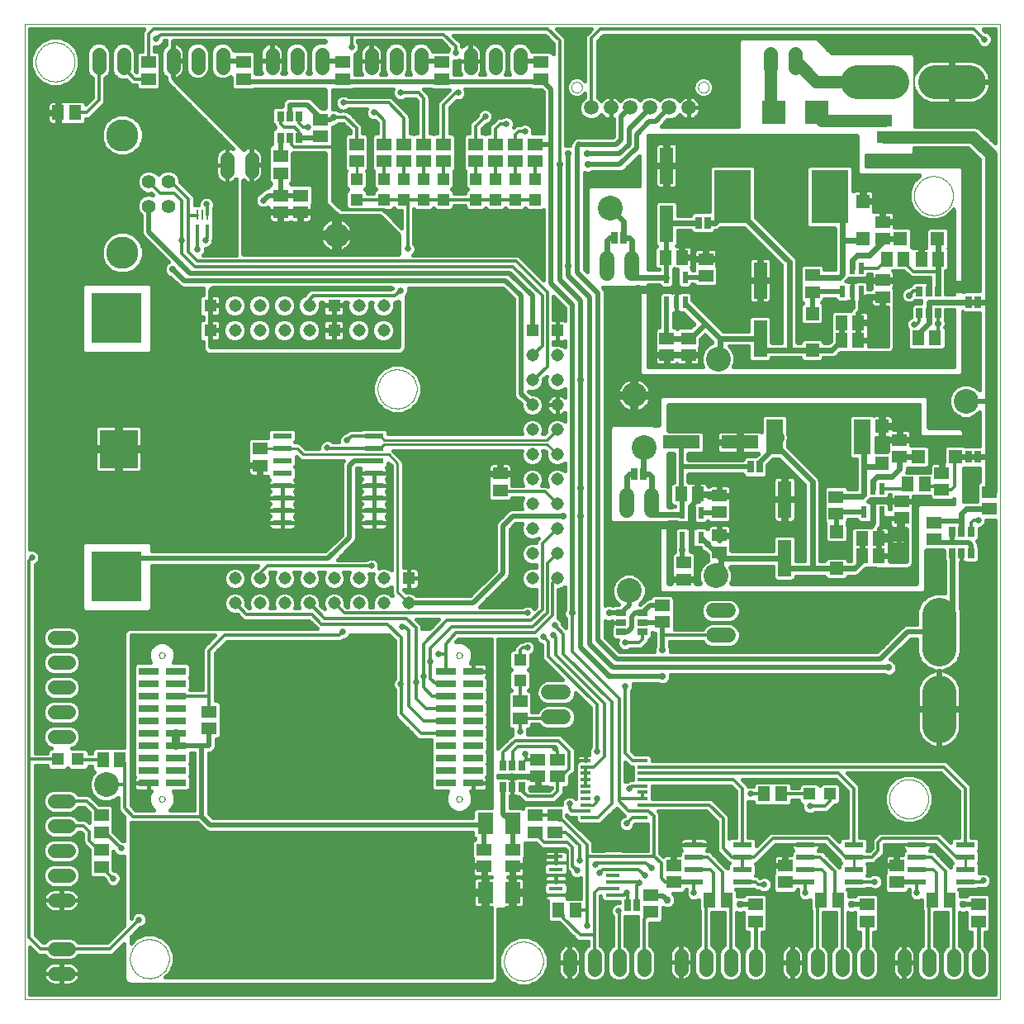
<source format=gtl>
G75*
%MOIN*%
%OFA0B0*%
%FSLAX24Y24*%
%IPPOS*%
%LPD*%
%AMOC8*
5,1,8,0,0,1.08239X$1,22.5*
%
%ADD10C,0.0000*%
%ADD11C,0.1000*%
%ADD12R,0.0591X0.0512*%
%ADD13R,0.0200X0.0480*%
%ADD14R,0.0551X0.0551*%
%ADD15R,0.0512X0.0591*%
%ADD16R,0.0709X0.1417*%
%ADD17R,0.0551X0.1496*%
%ADD18C,0.0560*%
%ADD19R,0.0394X0.0276*%
%ADD20R,0.0472X0.0472*%
%ADD21C,0.1378*%
%ADD22R,0.1516X0.2165*%
%ADD23C,0.0515*%
%ADD24R,0.0515X0.0515*%
%ADD25R,0.0780X0.0210*%
%ADD26R,0.2000X0.2000*%
%ADD27R,0.1560X0.1560*%
%ADD28R,0.0276X0.0394*%
%ADD29R,0.0800X0.0300*%
%ADD30R,0.0780X0.0220*%
%ADD31R,0.0945X0.0945*%
%ADD32R,0.0630X0.0866*%
%ADD33R,0.0390X0.0120*%
%ADD34C,0.0600*%
%ADD35R,0.0100X0.0440*%
%ADD36R,0.0120X0.0440*%
%ADD37R,0.0220X0.0500*%
%ADD38R,0.1496X0.0551*%
%ADD39R,0.0250X0.0500*%
%ADD40C,0.0591*%
%ADD41C,0.0560*%
%ADD42C,0.1300*%
%ADD43R,0.0580X0.0140*%
%ADD44C,0.0160*%
%ADD45C,0.0240*%
%ADD46C,0.0200*%
%ADD47C,0.0280*%
%ADD48C,0.0500*%
%ADD49C,0.0120*%
%ADD50C,0.0320*%
%ADD51C,0.0260*%
%ADD52C,0.0080*%
%ADD53C,0.0140*%
%ADD54C,0.0100*%
%ADD55C,0.0300*%
%ADD56C,0.0180*%
D10*
X000930Y002430D02*
X000930Y041800D01*
X040300Y041800D01*
X040300Y002430D01*
X000930Y002430D01*
X005193Y004080D02*
X005195Y004136D01*
X005201Y004191D01*
X005211Y004245D01*
X005224Y004299D01*
X005242Y004352D01*
X005263Y004403D01*
X005287Y004453D01*
X005315Y004501D01*
X005347Y004547D01*
X005381Y004591D01*
X005419Y004632D01*
X005459Y004670D01*
X005502Y004705D01*
X005547Y004737D01*
X005595Y004766D01*
X005644Y004792D01*
X005695Y004814D01*
X005747Y004832D01*
X005801Y004846D01*
X005856Y004857D01*
X005911Y004864D01*
X005966Y004867D01*
X006022Y004866D01*
X006077Y004861D01*
X006132Y004852D01*
X006186Y004840D01*
X006239Y004823D01*
X006291Y004803D01*
X006341Y004779D01*
X006389Y004752D01*
X006436Y004722D01*
X006480Y004688D01*
X006522Y004651D01*
X006560Y004611D01*
X006597Y004569D01*
X006630Y004524D01*
X006659Y004478D01*
X006686Y004429D01*
X006708Y004378D01*
X006728Y004326D01*
X006743Y004272D01*
X006755Y004218D01*
X006763Y004163D01*
X006767Y004108D01*
X006767Y004052D01*
X006763Y003997D01*
X006755Y003942D01*
X006743Y003888D01*
X006728Y003834D01*
X006708Y003782D01*
X006686Y003731D01*
X006659Y003682D01*
X006630Y003636D01*
X006597Y003591D01*
X006560Y003549D01*
X006522Y003509D01*
X006480Y003472D01*
X006436Y003438D01*
X006389Y003408D01*
X006341Y003381D01*
X006291Y003357D01*
X006239Y003337D01*
X006186Y003320D01*
X006132Y003308D01*
X006077Y003299D01*
X006022Y003294D01*
X005966Y003293D01*
X005911Y003296D01*
X005856Y003303D01*
X005801Y003314D01*
X005747Y003328D01*
X005695Y003346D01*
X005644Y003368D01*
X005595Y003394D01*
X005547Y003423D01*
X005502Y003455D01*
X005459Y003490D01*
X005419Y003528D01*
X005381Y003569D01*
X005347Y003613D01*
X005315Y003659D01*
X005287Y003707D01*
X005263Y003757D01*
X005242Y003808D01*
X005224Y003861D01*
X005211Y003915D01*
X005201Y003969D01*
X005195Y004024D01*
X005193Y004080D01*
X006362Y010530D02*
X006364Y010551D01*
X006370Y010571D01*
X006379Y010591D01*
X006391Y010608D01*
X006406Y010622D01*
X006424Y010634D01*
X006444Y010642D01*
X006464Y010647D01*
X006485Y010648D01*
X006506Y010645D01*
X006526Y010639D01*
X006545Y010628D01*
X006562Y010615D01*
X006575Y010599D01*
X006586Y010581D01*
X006594Y010561D01*
X006598Y010541D01*
X006598Y010519D01*
X006594Y010499D01*
X006586Y010479D01*
X006575Y010461D01*
X006562Y010445D01*
X006545Y010432D01*
X006526Y010421D01*
X006506Y010415D01*
X006485Y010412D01*
X006464Y010413D01*
X006444Y010418D01*
X006424Y010426D01*
X006406Y010438D01*
X006391Y010452D01*
X006379Y010469D01*
X006370Y010489D01*
X006364Y010509D01*
X006362Y010530D01*
X006362Y016330D02*
X006364Y016351D01*
X006370Y016371D01*
X006379Y016391D01*
X006391Y016408D01*
X006406Y016422D01*
X006424Y016434D01*
X006444Y016442D01*
X006464Y016447D01*
X006485Y016448D01*
X006506Y016445D01*
X006526Y016439D01*
X006545Y016428D01*
X006562Y016415D01*
X006575Y016399D01*
X006586Y016381D01*
X006594Y016361D01*
X006598Y016341D01*
X006598Y016319D01*
X006594Y016299D01*
X006586Y016279D01*
X006575Y016261D01*
X006562Y016245D01*
X006545Y016232D01*
X006526Y016221D01*
X006506Y016215D01*
X006485Y016212D01*
X006464Y016213D01*
X006444Y016218D01*
X006424Y016226D01*
X006406Y016238D01*
X006391Y016252D01*
X006379Y016269D01*
X006370Y016289D01*
X006364Y016309D01*
X006362Y016330D01*
X015193Y027080D02*
X015195Y027136D01*
X015201Y027191D01*
X015211Y027245D01*
X015224Y027299D01*
X015242Y027352D01*
X015263Y027403D01*
X015287Y027453D01*
X015315Y027501D01*
X015347Y027547D01*
X015381Y027591D01*
X015419Y027632D01*
X015459Y027670D01*
X015502Y027705D01*
X015547Y027737D01*
X015595Y027766D01*
X015644Y027792D01*
X015695Y027814D01*
X015747Y027832D01*
X015801Y027846D01*
X015856Y027857D01*
X015911Y027864D01*
X015966Y027867D01*
X016022Y027866D01*
X016077Y027861D01*
X016132Y027852D01*
X016186Y027840D01*
X016239Y027823D01*
X016291Y027803D01*
X016341Y027779D01*
X016389Y027752D01*
X016436Y027722D01*
X016480Y027688D01*
X016522Y027651D01*
X016560Y027611D01*
X016597Y027569D01*
X016630Y027524D01*
X016659Y027478D01*
X016686Y027429D01*
X016708Y027378D01*
X016728Y027326D01*
X016743Y027272D01*
X016755Y027218D01*
X016763Y027163D01*
X016767Y027108D01*
X016767Y027052D01*
X016763Y026997D01*
X016755Y026942D01*
X016743Y026888D01*
X016728Y026834D01*
X016708Y026782D01*
X016686Y026731D01*
X016659Y026682D01*
X016630Y026636D01*
X016597Y026591D01*
X016560Y026549D01*
X016522Y026509D01*
X016480Y026472D01*
X016436Y026438D01*
X016389Y026408D01*
X016341Y026381D01*
X016291Y026357D01*
X016239Y026337D01*
X016186Y026320D01*
X016132Y026308D01*
X016077Y026299D01*
X016022Y026294D01*
X015966Y026293D01*
X015911Y026296D01*
X015856Y026303D01*
X015801Y026314D01*
X015747Y026328D01*
X015695Y026346D01*
X015644Y026368D01*
X015595Y026394D01*
X015547Y026423D01*
X015502Y026455D01*
X015459Y026490D01*
X015419Y026528D01*
X015381Y026569D01*
X015347Y026613D01*
X015315Y026659D01*
X015287Y026707D01*
X015263Y026757D01*
X015242Y026808D01*
X015224Y026861D01*
X015211Y026915D01*
X015201Y026969D01*
X015195Y027024D01*
X015193Y027080D01*
X018362Y016330D02*
X018364Y016351D01*
X018370Y016371D01*
X018379Y016391D01*
X018391Y016408D01*
X018406Y016422D01*
X018424Y016434D01*
X018444Y016442D01*
X018464Y016447D01*
X018485Y016448D01*
X018506Y016445D01*
X018526Y016439D01*
X018545Y016428D01*
X018562Y016415D01*
X018575Y016399D01*
X018586Y016381D01*
X018594Y016361D01*
X018598Y016341D01*
X018598Y016319D01*
X018594Y016299D01*
X018586Y016279D01*
X018575Y016261D01*
X018562Y016245D01*
X018545Y016232D01*
X018526Y016221D01*
X018506Y016215D01*
X018485Y016212D01*
X018464Y016213D01*
X018444Y016218D01*
X018424Y016226D01*
X018406Y016238D01*
X018391Y016252D01*
X018379Y016269D01*
X018370Y016289D01*
X018364Y016309D01*
X018362Y016330D01*
X018362Y010530D02*
X018364Y010551D01*
X018370Y010571D01*
X018379Y010591D01*
X018391Y010608D01*
X018406Y010622D01*
X018424Y010634D01*
X018444Y010642D01*
X018464Y010647D01*
X018485Y010648D01*
X018506Y010645D01*
X018526Y010639D01*
X018545Y010628D01*
X018562Y010615D01*
X018575Y010599D01*
X018586Y010581D01*
X018594Y010561D01*
X018598Y010541D01*
X018598Y010519D01*
X018594Y010499D01*
X018586Y010479D01*
X018575Y010461D01*
X018562Y010445D01*
X018545Y010432D01*
X018526Y010421D01*
X018506Y010415D01*
X018485Y010412D01*
X018464Y010413D01*
X018444Y010418D01*
X018424Y010426D01*
X018406Y010438D01*
X018391Y010452D01*
X018379Y010469D01*
X018370Y010489D01*
X018364Y010509D01*
X018362Y010530D01*
X020293Y003980D02*
X020295Y004036D01*
X020301Y004091D01*
X020311Y004145D01*
X020324Y004199D01*
X020342Y004252D01*
X020363Y004303D01*
X020387Y004353D01*
X020415Y004401D01*
X020447Y004447D01*
X020481Y004491D01*
X020519Y004532D01*
X020559Y004570D01*
X020602Y004605D01*
X020647Y004637D01*
X020695Y004666D01*
X020744Y004692D01*
X020795Y004714D01*
X020847Y004732D01*
X020901Y004746D01*
X020956Y004757D01*
X021011Y004764D01*
X021066Y004767D01*
X021122Y004766D01*
X021177Y004761D01*
X021232Y004752D01*
X021286Y004740D01*
X021339Y004723D01*
X021391Y004703D01*
X021441Y004679D01*
X021489Y004652D01*
X021536Y004622D01*
X021580Y004588D01*
X021622Y004551D01*
X021660Y004511D01*
X021697Y004469D01*
X021730Y004424D01*
X021759Y004378D01*
X021786Y004329D01*
X021808Y004278D01*
X021828Y004226D01*
X021843Y004172D01*
X021855Y004118D01*
X021863Y004063D01*
X021867Y004008D01*
X021867Y003952D01*
X021863Y003897D01*
X021855Y003842D01*
X021843Y003788D01*
X021828Y003734D01*
X021808Y003682D01*
X021786Y003631D01*
X021759Y003582D01*
X021730Y003536D01*
X021697Y003491D01*
X021660Y003449D01*
X021622Y003409D01*
X021580Y003372D01*
X021536Y003338D01*
X021489Y003308D01*
X021441Y003281D01*
X021391Y003257D01*
X021339Y003237D01*
X021286Y003220D01*
X021232Y003208D01*
X021177Y003199D01*
X021122Y003194D01*
X021066Y003193D01*
X021011Y003196D01*
X020956Y003203D01*
X020901Y003214D01*
X020847Y003228D01*
X020795Y003246D01*
X020744Y003268D01*
X020695Y003294D01*
X020647Y003323D01*
X020602Y003355D01*
X020559Y003390D01*
X020519Y003428D01*
X020481Y003469D01*
X020447Y003513D01*
X020415Y003559D01*
X020387Y003607D01*
X020363Y003657D01*
X020342Y003708D01*
X020324Y003761D01*
X020311Y003815D01*
X020301Y003869D01*
X020295Y003924D01*
X020293Y003980D01*
X035843Y010530D02*
X035845Y010586D01*
X035851Y010641D01*
X035861Y010695D01*
X035874Y010749D01*
X035892Y010802D01*
X035913Y010853D01*
X035937Y010903D01*
X035965Y010951D01*
X035997Y010997D01*
X036031Y011041D01*
X036069Y011082D01*
X036109Y011120D01*
X036152Y011155D01*
X036197Y011187D01*
X036245Y011216D01*
X036294Y011242D01*
X036345Y011264D01*
X036397Y011282D01*
X036451Y011296D01*
X036506Y011307D01*
X036561Y011314D01*
X036616Y011317D01*
X036672Y011316D01*
X036727Y011311D01*
X036782Y011302D01*
X036836Y011290D01*
X036889Y011273D01*
X036941Y011253D01*
X036991Y011229D01*
X037039Y011202D01*
X037086Y011172D01*
X037130Y011138D01*
X037172Y011101D01*
X037210Y011061D01*
X037247Y011019D01*
X037280Y010974D01*
X037309Y010928D01*
X037336Y010879D01*
X037358Y010828D01*
X037378Y010776D01*
X037393Y010722D01*
X037405Y010668D01*
X037413Y010613D01*
X037417Y010558D01*
X037417Y010502D01*
X037413Y010447D01*
X037405Y010392D01*
X037393Y010338D01*
X037378Y010284D01*
X037358Y010232D01*
X037336Y010181D01*
X037309Y010132D01*
X037280Y010086D01*
X037247Y010041D01*
X037210Y009999D01*
X037172Y009959D01*
X037130Y009922D01*
X037086Y009888D01*
X037039Y009858D01*
X036991Y009831D01*
X036941Y009807D01*
X036889Y009787D01*
X036836Y009770D01*
X036782Y009758D01*
X036727Y009749D01*
X036672Y009744D01*
X036616Y009743D01*
X036561Y009746D01*
X036506Y009753D01*
X036451Y009764D01*
X036397Y009778D01*
X036345Y009796D01*
X036294Y009818D01*
X036245Y009844D01*
X036197Y009873D01*
X036152Y009905D01*
X036109Y009940D01*
X036069Y009978D01*
X036031Y010019D01*
X035997Y010063D01*
X035965Y010109D01*
X035937Y010157D01*
X035913Y010207D01*
X035892Y010258D01*
X035874Y010311D01*
X035861Y010365D01*
X035851Y010419D01*
X035845Y010474D01*
X035843Y010530D01*
X037597Y013385D02*
X037599Y013416D01*
X037605Y013447D01*
X037615Y013477D01*
X037628Y013505D01*
X037645Y013532D01*
X037665Y013556D01*
X037688Y013578D01*
X037713Y013596D01*
X037741Y013611D01*
X037770Y013623D01*
X037800Y013631D01*
X037831Y013635D01*
X037863Y013635D01*
X037894Y013631D01*
X037924Y013623D01*
X037953Y013611D01*
X037981Y013596D01*
X038006Y013578D01*
X038029Y013556D01*
X038049Y013532D01*
X038066Y013505D01*
X038079Y013477D01*
X038089Y013447D01*
X038095Y013416D01*
X038097Y013385D01*
X038095Y013354D01*
X038089Y013323D01*
X038079Y013293D01*
X038066Y013265D01*
X038049Y013238D01*
X038029Y013214D01*
X038006Y013192D01*
X037981Y013174D01*
X037953Y013159D01*
X037924Y013147D01*
X037894Y013139D01*
X037863Y013135D01*
X037831Y013135D01*
X037800Y013139D01*
X037770Y013147D01*
X037741Y013159D01*
X037713Y013174D01*
X037688Y013192D01*
X037665Y013214D01*
X037645Y013238D01*
X037628Y013265D01*
X037615Y013293D01*
X037605Y013323D01*
X037599Y013354D01*
X037597Y013385D01*
X037597Y013435D02*
X037599Y013466D01*
X037605Y013497D01*
X037615Y013527D01*
X037628Y013555D01*
X037645Y013582D01*
X037665Y013606D01*
X037688Y013628D01*
X037713Y013646D01*
X037741Y013661D01*
X037770Y013673D01*
X037800Y013681D01*
X037831Y013685D01*
X037863Y013685D01*
X037894Y013681D01*
X037924Y013673D01*
X037953Y013661D01*
X037981Y013646D01*
X038006Y013628D01*
X038029Y013606D01*
X038049Y013582D01*
X038066Y013555D01*
X038079Y013527D01*
X038089Y013497D01*
X038095Y013466D01*
X038097Y013435D01*
X038095Y013404D01*
X038089Y013373D01*
X038079Y013343D01*
X038066Y013315D01*
X038049Y013288D01*
X038029Y013264D01*
X038006Y013242D01*
X037981Y013224D01*
X037953Y013209D01*
X037924Y013197D01*
X037894Y013189D01*
X037863Y013185D01*
X037831Y013185D01*
X037800Y013189D01*
X037770Y013197D01*
X037741Y013209D01*
X037713Y013224D01*
X037688Y013242D01*
X037665Y013264D01*
X037645Y013288D01*
X037628Y013315D01*
X037615Y013343D01*
X037605Y013373D01*
X037599Y013404D01*
X037597Y013435D01*
X037597Y013485D02*
X037599Y013516D01*
X037605Y013547D01*
X037615Y013577D01*
X037628Y013605D01*
X037645Y013632D01*
X037665Y013656D01*
X037688Y013678D01*
X037713Y013696D01*
X037741Y013711D01*
X037770Y013723D01*
X037800Y013731D01*
X037831Y013735D01*
X037863Y013735D01*
X037894Y013731D01*
X037924Y013723D01*
X037953Y013711D01*
X037981Y013696D01*
X038006Y013678D01*
X038029Y013656D01*
X038049Y013632D01*
X038066Y013605D01*
X038079Y013577D01*
X038089Y013547D01*
X038095Y013516D01*
X038097Y013485D01*
X038095Y013454D01*
X038089Y013423D01*
X038079Y013393D01*
X038066Y013365D01*
X038049Y013338D01*
X038029Y013314D01*
X038006Y013292D01*
X037981Y013274D01*
X037953Y013259D01*
X037924Y013247D01*
X037894Y013239D01*
X037863Y013235D01*
X037831Y013235D01*
X037800Y013239D01*
X037770Y013247D01*
X037741Y013259D01*
X037713Y013274D01*
X037688Y013292D01*
X037665Y013314D01*
X037645Y013338D01*
X037628Y013365D01*
X037615Y013393D01*
X037605Y013423D01*
X037599Y013454D01*
X037597Y013485D01*
X037597Y013535D02*
X037599Y013566D01*
X037605Y013597D01*
X037615Y013627D01*
X037628Y013655D01*
X037645Y013682D01*
X037665Y013706D01*
X037688Y013728D01*
X037713Y013746D01*
X037741Y013761D01*
X037770Y013773D01*
X037800Y013781D01*
X037831Y013785D01*
X037863Y013785D01*
X037894Y013781D01*
X037924Y013773D01*
X037953Y013761D01*
X037981Y013746D01*
X038006Y013728D01*
X038029Y013706D01*
X038049Y013682D01*
X038066Y013655D01*
X038079Y013627D01*
X038089Y013597D01*
X038095Y013566D01*
X038097Y013535D01*
X038095Y013504D01*
X038089Y013473D01*
X038079Y013443D01*
X038066Y013415D01*
X038049Y013388D01*
X038029Y013364D01*
X038006Y013342D01*
X037981Y013324D01*
X037953Y013309D01*
X037924Y013297D01*
X037894Y013289D01*
X037863Y013285D01*
X037831Y013285D01*
X037800Y013289D01*
X037770Y013297D01*
X037741Y013309D01*
X037713Y013324D01*
X037688Y013342D01*
X037665Y013364D01*
X037645Y013388D01*
X037628Y013415D01*
X037615Y013443D01*
X037605Y013473D01*
X037599Y013504D01*
X037597Y013535D01*
X037597Y013585D02*
X037599Y013616D01*
X037605Y013647D01*
X037615Y013677D01*
X037628Y013705D01*
X037645Y013732D01*
X037665Y013756D01*
X037688Y013778D01*
X037713Y013796D01*
X037741Y013811D01*
X037770Y013823D01*
X037800Y013831D01*
X037831Y013835D01*
X037863Y013835D01*
X037894Y013831D01*
X037924Y013823D01*
X037953Y013811D01*
X037981Y013796D01*
X038006Y013778D01*
X038029Y013756D01*
X038049Y013732D01*
X038066Y013705D01*
X038079Y013677D01*
X038089Y013647D01*
X038095Y013616D01*
X038097Y013585D01*
X038095Y013554D01*
X038089Y013523D01*
X038079Y013493D01*
X038066Y013465D01*
X038049Y013438D01*
X038029Y013414D01*
X038006Y013392D01*
X037981Y013374D01*
X037953Y013359D01*
X037924Y013347D01*
X037894Y013339D01*
X037863Y013335D01*
X037831Y013335D01*
X037800Y013339D01*
X037770Y013347D01*
X037741Y013359D01*
X037713Y013374D01*
X037688Y013392D01*
X037665Y013414D01*
X037645Y013438D01*
X037628Y013465D01*
X037615Y013493D01*
X037605Y013523D01*
X037599Y013554D01*
X037597Y013585D01*
X037597Y013635D02*
X037599Y013666D01*
X037605Y013697D01*
X037615Y013727D01*
X037628Y013755D01*
X037645Y013782D01*
X037665Y013806D01*
X037688Y013828D01*
X037713Y013846D01*
X037741Y013861D01*
X037770Y013873D01*
X037800Y013881D01*
X037831Y013885D01*
X037863Y013885D01*
X037894Y013881D01*
X037924Y013873D01*
X037953Y013861D01*
X037981Y013846D01*
X038006Y013828D01*
X038029Y013806D01*
X038049Y013782D01*
X038066Y013755D01*
X038079Y013727D01*
X038089Y013697D01*
X038095Y013666D01*
X038097Y013635D01*
X038095Y013604D01*
X038089Y013573D01*
X038079Y013543D01*
X038066Y013515D01*
X038049Y013488D01*
X038029Y013464D01*
X038006Y013442D01*
X037981Y013424D01*
X037953Y013409D01*
X037924Y013397D01*
X037894Y013389D01*
X037863Y013385D01*
X037831Y013385D01*
X037800Y013389D01*
X037770Y013397D01*
X037741Y013409D01*
X037713Y013424D01*
X037688Y013442D01*
X037665Y013464D01*
X037645Y013488D01*
X037628Y013515D01*
X037615Y013543D01*
X037605Y013573D01*
X037599Y013604D01*
X037597Y013635D01*
X037597Y013685D02*
X037599Y013716D01*
X037605Y013747D01*
X037615Y013777D01*
X037628Y013805D01*
X037645Y013832D01*
X037665Y013856D01*
X037688Y013878D01*
X037713Y013896D01*
X037741Y013911D01*
X037770Y013923D01*
X037800Y013931D01*
X037831Y013935D01*
X037863Y013935D01*
X037894Y013931D01*
X037924Y013923D01*
X037953Y013911D01*
X037981Y013896D01*
X038006Y013878D01*
X038029Y013856D01*
X038049Y013832D01*
X038066Y013805D01*
X038079Y013777D01*
X038089Y013747D01*
X038095Y013716D01*
X038097Y013685D01*
X038095Y013654D01*
X038089Y013623D01*
X038079Y013593D01*
X038066Y013565D01*
X038049Y013538D01*
X038029Y013514D01*
X038006Y013492D01*
X037981Y013474D01*
X037953Y013459D01*
X037924Y013447D01*
X037894Y013439D01*
X037863Y013435D01*
X037831Y013435D01*
X037800Y013439D01*
X037770Y013447D01*
X037741Y013459D01*
X037713Y013474D01*
X037688Y013492D01*
X037665Y013514D01*
X037645Y013538D01*
X037628Y013565D01*
X037615Y013593D01*
X037605Y013623D01*
X037599Y013654D01*
X037597Y013685D01*
X037597Y013735D02*
X037599Y013766D01*
X037605Y013797D01*
X037615Y013827D01*
X037628Y013855D01*
X037645Y013882D01*
X037665Y013906D01*
X037688Y013928D01*
X037713Y013946D01*
X037741Y013961D01*
X037770Y013973D01*
X037800Y013981D01*
X037831Y013985D01*
X037863Y013985D01*
X037894Y013981D01*
X037924Y013973D01*
X037953Y013961D01*
X037981Y013946D01*
X038006Y013928D01*
X038029Y013906D01*
X038049Y013882D01*
X038066Y013855D01*
X038079Y013827D01*
X038089Y013797D01*
X038095Y013766D01*
X038097Y013735D01*
X038095Y013704D01*
X038089Y013673D01*
X038079Y013643D01*
X038066Y013615D01*
X038049Y013588D01*
X038029Y013564D01*
X038006Y013542D01*
X037981Y013524D01*
X037953Y013509D01*
X037924Y013497D01*
X037894Y013489D01*
X037863Y013485D01*
X037831Y013485D01*
X037800Y013489D01*
X037770Y013497D01*
X037741Y013509D01*
X037713Y013524D01*
X037688Y013542D01*
X037665Y013564D01*
X037645Y013588D01*
X037628Y013615D01*
X037615Y013643D01*
X037605Y013673D01*
X037599Y013704D01*
X037597Y013735D01*
X037597Y013785D02*
X037599Y013816D01*
X037605Y013847D01*
X037615Y013877D01*
X037628Y013905D01*
X037645Y013932D01*
X037665Y013956D01*
X037688Y013978D01*
X037713Y013996D01*
X037741Y014011D01*
X037770Y014023D01*
X037800Y014031D01*
X037831Y014035D01*
X037863Y014035D01*
X037894Y014031D01*
X037924Y014023D01*
X037953Y014011D01*
X037981Y013996D01*
X038006Y013978D01*
X038029Y013956D01*
X038049Y013932D01*
X038066Y013905D01*
X038079Y013877D01*
X038089Y013847D01*
X038095Y013816D01*
X038097Y013785D01*
X038095Y013754D01*
X038089Y013723D01*
X038079Y013693D01*
X038066Y013665D01*
X038049Y013638D01*
X038029Y013614D01*
X038006Y013592D01*
X037981Y013574D01*
X037953Y013559D01*
X037924Y013547D01*
X037894Y013539D01*
X037863Y013535D01*
X037831Y013535D01*
X037800Y013539D01*
X037770Y013547D01*
X037741Y013559D01*
X037713Y013574D01*
X037688Y013592D01*
X037665Y013614D01*
X037645Y013638D01*
X037628Y013665D01*
X037615Y013693D01*
X037605Y013723D01*
X037599Y013754D01*
X037597Y013785D01*
X037597Y013835D02*
X037599Y013866D01*
X037605Y013897D01*
X037615Y013927D01*
X037628Y013955D01*
X037645Y013982D01*
X037665Y014006D01*
X037688Y014028D01*
X037713Y014046D01*
X037741Y014061D01*
X037770Y014073D01*
X037800Y014081D01*
X037831Y014085D01*
X037863Y014085D01*
X037894Y014081D01*
X037924Y014073D01*
X037953Y014061D01*
X037981Y014046D01*
X038006Y014028D01*
X038029Y014006D01*
X038049Y013982D01*
X038066Y013955D01*
X038079Y013927D01*
X038089Y013897D01*
X038095Y013866D01*
X038097Y013835D01*
X038095Y013804D01*
X038089Y013773D01*
X038079Y013743D01*
X038066Y013715D01*
X038049Y013688D01*
X038029Y013664D01*
X038006Y013642D01*
X037981Y013624D01*
X037953Y013609D01*
X037924Y013597D01*
X037894Y013589D01*
X037863Y013585D01*
X037831Y013585D01*
X037800Y013589D01*
X037770Y013597D01*
X037741Y013609D01*
X037713Y013624D01*
X037688Y013642D01*
X037665Y013664D01*
X037645Y013688D01*
X037628Y013715D01*
X037615Y013743D01*
X037605Y013773D01*
X037599Y013804D01*
X037597Y013835D01*
X037597Y013885D02*
X037599Y013916D01*
X037605Y013947D01*
X037615Y013977D01*
X037628Y014005D01*
X037645Y014032D01*
X037665Y014056D01*
X037688Y014078D01*
X037713Y014096D01*
X037741Y014111D01*
X037770Y014123D01*
X037800Y014131D01*
X037831Y014135D01*
X037863Y014135D01*
X037894Y014131D01*
X037924Y014123D01*
X037953Y014111D01*
X037981Y014096D01*
X038006Y014078D01*
X038029Y014056D01*
X038049Y014032D01*
X038066Y014005D01*
X038079Y013977D01*
X038089Y013947D01*
X038095Y013916D01*
X038097Y013885D01*
X038095Y013854D01*
X038089Y013823D01*
X038079Y013793D01*
X038066Y013765D01*
X038049Y013738D01*
X038029Y013714D01*
X038006Y013692D01*
X037981Y013674D01*
X037953Y013659D01*
X037924Y013647D01*
X037894Y013639D01*
X037863Y013635D01*
X037831Y013635D01*
X037800Y013639D01*
X037770Y013647D01*
X037741Y013659D01*
X037713Y013674D01*
X037688Y013692D01*
X037665Y013714D01*
X037645Y013738D01*
X037628Y013765D01*
X037615Y013793D01*
X037605Y013823D01*
X037599Y013854D01*
X037597Y013885D01*
X037597Y013935D02*
X037599Y013966D01*
X037605Y013997D01*
X037615Y014027D01*
X037628Y014055D01*
X037645Y014082D01*
X037665Y014106D01*
X037688Y014128D01*
X037713Y014146D01*
X037741Y014161D01*
X037770Y014173D01*
X037800Y014181D01*
X037831Y014185D01*
X037863Y014185D01*
X037894Y014181D01*
X037924Y014173D01*
X037953Y014161D01*
X037981Y014146D01*
X038006Y014128D01*
X038029Y014106D01*
X038049Y014082D01*
X038066Y014055D01*
X038079Y014027D01*
X038089Y013997D01*
X038095Y013966D01*
X038097Y013935D01*
X038095Y013904D01*
X038089Y013873D01*
X038079Y013843D01*
X038066Y013815D01*
X038049Y013788D01*
X038029Y013764D01*
X038006Y013742D01*
X037981Y013724D01*
X037953Y013709D01*
X037924Y013697D01*
X037894Y013689D01*
X037863Y013685D01*
X037831Y013685D01*
X037800Y013689D01*
X037770Y013697D01*
X037741Y013709D01*
X037713Y013724D01*
X037688Y013742D01*
X037665Y013764D01*
X037645Y013788D01*
X037628Y013815D01*
X037615Y013843D01*
X037605Y013873D01*
X037599Y013904D01*
X037597Y013935D01*
X037597Y013985D02*
X037599Y014016D01*
X037605Y014047D01*
X037615Y014077D01*
X037628Y014105D01*
X037645Y014132D01*
X037665Y014156D01*
X037688Y014178D01*
X037713Y014196D01*
X037741Y014211D01*
X037770Y014223D01*
X037800Y014231D01*
X037831Y014235D01*
X037863Y014235D01*
X037894Y014231D01*
X037924Y014223D01*
X037953Y014211D01*
X037981Y014196D01*
X038006Y014178D01*
X038029Y014156D01*
X038049Y014132D01*
X038066Y014105D01*
X038079Y014077D01*
X038089Y014047D01*
X038095Y014016D01*
X038097Y013985D01*
X038095Y013954D01*
X038089Y013923D01*
X038079Y013893D01*
X038066Y013865D01*
X038049Y013838D01*
X038029Y013814D01*
X038006Y013792D01*
X037981Y013774D01*
X037953Y013759D01*
X037924Y013747D01*
X037894Y013739D01*
X037863Y013735D01*
X037831Y013735D01*
X037800Y013739D01*
X037770Y013747D01*
X037741Y013759D01*
X037713Y013774D01*
X037688Y013792D01*
X037665Y013814D01*
X037645Y013838D01*
X037628Y013865D01*
X037615Y013893D01*
X037605Y013923D01*
X037599Y013954D01*
X037597Y013985D01*
X037597Y014035D02*
X037599Y014066D01*
X037605Y014097D01*
X037615Y014127D01*
X037628Y014155D01*
X037645Y014182D01*
X037665Y014206D01*
X037688Y014228D01*
X037713Y014246D01*
X037741Y014261D01*
X037770Y014273D01*
X037800Y014281D01*
X037831Y014285D01*
X037863Y014285D01*
X037894Y014281D01*
X037924Y014273D01*
X037953Y014261D01*
X037981Y014246D01*
X038006Y014228D01*
X038029Y014206D01*
X038049Y014182D01*
X038066Y014155D01*
X038079Y014127D01*
X038089Y014097D01*
X038095Y014066D01*
X038097Y014035D01*
X038095Y014004D01*
X038089Y013973D01*
X038079Y013943D01*
X038066Y013915D01*
X038049Y013888D01*
X038029Y013864D01*
X038006Y013842D01*
X037981Y013824D01*
X037953Y013809D01*
X037924Y013797D01*
X037894Y013789D01*
X037863Y013785D01*
X037831Y013785D01*
X037800Y013789D01*
X037770Y013797D01*
X037741Y013809D01*
X037713Y013824D01*
X037688Y013842D01*
X037665Y013864D01*
X037645Y013888D01*
X037628Y013915D01*
X037615Y013943D01*
X037605Y013973D01*
X037599Y014004D01*
X037597Y014035D01*
X037597Y014085D02*
X037599Y014116D01*
X037605Y014147D01*
X037615Y014177D01*
X037628Y014205D01*
X037645Y014232D01*
X037665Y014256D01*
X037688Y014278D01*
X037713Y014296D01*
X037741Y014311D01*
X037770Y014323D01*
X037800Y014331D01*
X037831Y014335D01*
X037863Y014335D01*
X037894Y014331D01*
X037924Y014323D01*
X037953Y014311D01*
X037981Y014296D01*
X038006Y014278D01*
X038029Y014256D01*
X038049Y014232D01*
X038066Y014205D01*
X038079Y014177D01*
X038089Y014147D01*
X038095Y014116D01*
X038097Y014085D01*
X038095Y014054D01*
X038089Y014023D01*
X038079Y013993D01*
X038066Y013965D01*
X038049Y013938D01*
X038029Y013914D01*
X038006Y013892D01*
X037981Y013874D01*
X037953Y013859D01*
X037924Y013847D01*
X037894Y013839D01*
X037863Y013835D01*
X037831Y013835D01*
X037800Y013839D01*
X037770Y013847D01*
X037741Y013859D01*
X037713Y013874D01*
X037688Y013892D01*
X037665Y013914D01*
X037645Y013938D01*
X037628Y013965D01*
X037615Y013993D01*
X037605Y014023D01*
X037599Y014054D01*
X037597Y014085D01*
X037597Y014135D02*
X037599Y014166D01*
X037605Y014197D01*
X037615Y014227D01*
X037628Y014255D01*
X037645Y014282D01*
X037665Y014306D01*
X037688Y014328D01*
X037713Y014346D01*
X037741Y014361D01*
X037770Y014373D01*
X037800Y014381D01*
X037831Y014385D01*
X037863Y014385D01*
X037894Y014381D01*
X037924Y014373D01*
X037953Y014361D01*
X037981Y014346D01*
X038006Y014328D01*
X038029Y014306D01*
X038049Y014282D01*
X038066Y014255D01*
X038079Y014227D01*
X038089Y014197D01*
X038095Y014166D01*
X038097Y014135D01*
X038095Y014104D01*
X038089Y014073D01*
X038079Y014043D01*
X038066Y014015D01*
X038049Y013988D01*
X038029Y013964D01*
X038006Y013942D01*
X037981Y013924D01*
X037953Y013909D01*
X037924Y013897D01*
X037894Y013889D01*
X037863Y013885D01*
X037831Y013885D01*
X037800Y013889D01*
X037770Y013897D01*
X037741Y013909D01*
X037713Y013924D01*
X037688Y013942D01*
X037665Y013964D01*
X037645Y013988D01*
X037628Y014015D01*
X037615Y014043D01*
X037605Y014073D01*
X037599Y014104D01*
X037597Y014135D01*
X037599Y014166D01*
X037605Y014197D01*
X037615Y014227D01*
X037628Y014255D01*
X037645Y014282D01*
X037665Y014306D01*
X037688Y014328D01*
X037713Y014346D01*
X037741Y014361D01*
X037770Y014373D01*
X037800Y014381D01*
X037831Y014385D01*
X037863Y014385D01*
X037894Y014381D01*
X037924Y014373D01*
X037953Y014361D01*
X037981Y014346D01*
X038006Y014328D01*
X038029Y014306D01*
X038049Y014282D01*
X038066Y014255D01*
X038079Y014227D01*
X038089Y014197D01*
X038095Y014166D01*
X038097Y014135D01*
X038095Y014104D01*
X038089Y014073D01*
X038079Y014043D01*
X038066Y014015D01*
X038049Y013988D01*
X038029Y013964D01*
X038006Y013942D01*
X037981Y013924D01*
X037953Y013909D01*
X037924Y013897D01*
X037894Y013889D01*
X037863Y013885D01*
X037831Y013885D01*
X037800Y013889D01*
X037770Y013897D01*
X037741Y013909D01*
X037713Y013924D01*
X037688Y013942D01*
X037665Y013964D01*
X037645Y013988D01*
X037628Y014015D01*
X037615Y014043D01*
X037605Y014073D01*
X037599Y014104D01*
X037597Y014135D01*
X037597Y014185D02*
X037599Y014216D01*
X037605Y014247D01*
X037615Y014277D01*
X037628Y014305D01*
X037645Y014332D01*
X037665Y014356D01*
X037688Y014378D01*
X037713Y014396D01*
X037741Y014411D01*
X037770Y014423D01*
X037800Y014431D01*
X037831Y014435D01*
X037863Y014435D01*
X037894Y014431D01*
X037924Y014423D01*
X037953Y014411D01*
X037981Y014396D01*
X038006Y014378D01*
X038029Y014356D01*
X038049Y014332D01*
X038066Y014305D01*
X038079Y014277D01*
X038089Y014247D01*
X038095Y014216D01*
X038097Y014185D01*
X038095Y014154D01*
X038089Y014123D01*
X038079Y014093D01*
X038066Y014065D01*
X038049Y014038D01*
X038029Y014014D01*
X038006Y013992D01*
X037981Y013974D01*
X037953Y013959D01*
X037924Y013947D01*
X037894Y013939D01*
X037863Y013935D01*
X037831Y013935D01*
X037800Y013939D01*
X037770Y013947D01*
X037741Y013959D01*
X037713Y013974D01*
X037688Y013992D01*
X037665Y014014D01*
X037645Y014038D01*
X037628Y014065D01*
X037615Y014093D01*
X037605Y014123D01*
X037599Y014154D01*
X037597Y014185D01*
X037597Y014235D02*
X037599Y014266D01*
X037605Y014297D01*
X037615Y014327D01*
X037628Y014355D01*
X037645Y014382D01*
X037665Y014406D01*
X037688Y014428D01*
X037713Y014446D01*
X037741Y014461D01*
X037770Y014473D01*
X037800Y014481D01*
X037831Y014485D01*
X037863Y014485D01*
X037894Y014481D01*
X037924Y014473D01*
X037953Y014461D01*
X037981Y014446D01*
X038006Y014428D01*
X038029Y014406D01*
X038049Y014382D01*
X038066Y014355D01*
X038079Y014327D01*
X038089Y014297D01*
X038095Y014266D01*
X038097Y014235D01*
X038095Y014204D01*
X038089Y014173D01*
X038079Y014143D01*
X038066Y014115D01*
X038049Y014088D01*
X038029Y014064D01*
X038006Y014042D01*
X037981Y014024D01*
X037953Y014009D01*
X037924Y013997D01*
X037894Y013989D01*
X037863Y013985D01*
X037831Y013985D01*
X037800Y013989D01*
X037770Y013997D01*
X037741Y014009D01*
X037713Y014024D01*
X037688Y014042D01*
X037665Y014064D01*
X037645Y014088D01*
X037628Y014115D01*
X037615Y014143D01*
X037605Y014173D01*
X037599Y014204D01*
X037597Y014235D01*
X037599Y014266D01*
X037605Y014297D01*
X037615Y014327D01*
X037628Y014355D01*
X037645Y014382D01*
X037665Y014406D01*
X037688Y014428D01*
X037713Y014446D01*
X037741Y014461D01*
X037770Y014473D01*
X037800Y014481D01*
X037831Y014485D01*
X037863Y014485D01*
X037894Y014481D01*
X037924Y014473D01*
X037953Y014461D01*
X037981Y014446D01*
X038006Y014428D01*
X038029Y014406D01*
X038049Y014382D01*
X038066Y014355D01*
X038079Y014327D01*
X038089Y014297D01*
X038095Y014266D01*
X038097Y014235D01*
X038095Y014204D01*
X038089Y014173D01*
X038079Y014143D01*
X038066Y014115D01*
X038049Y014088D01*
X038029Y014064D01*
X038006Y014042D01*
X037981Y014024D01*
X037953Y014009D01*
X037924Y013997D01*
X037894Y013989D01*
X037863Y013985D01*
X037831Y013985D01*
X037800Y013989D01*
X037770Y013997D01*
X037741Y014009D01*
X037713Y014024D01*
X037688Y014042D01*
X037665Y014064D01*
X037645Y014088D01*
X037628Y014115D01*
X037615Y014143D01*
X037605Y014173D01*
X037599Y014204D01*
X037597Y014235D01*
X037597Y014285D02*
X037599Y014316D01*
X037605Y014347D01*
X037615Y014377D01*
X037628Y014405D01*
X037645Y014432D01*
X037665Y014456D01*
X037688Y014478D01*
X037713Y014496D01*
X037741Y014511D01*
X037770Y014523D01*
X037800Y014531D01*
X037831Y014535D01*
X037863Y014535D01*
X037894Y014531D01*
X037924Y014523D01*
X037953Y014511D01*
X037981Y014496D01*
X038006Y014478D01*
X038029Y014456D01*
X038049Y014432D01*
X038066Y014405D01*
X038079Y014377D01*
X038089Y014347D01*
X038095Y014316D01*
X038097Y014285D01*
X038095Y014254D01*
X038089Y014223D01*
X038079Y014193D01*
X038066Y014165D01*
X038049Y014138D01*
X038029Y014114D01*
X038006Y014092D01*
X037981Y014074D01*
X037953Y014059D01*
X037924Y014047D01*
X037894Y014039D01*
X037863Y014035D01*
X037831Y014035D01*
X037800Y014039D01*
X037770Y014047D01*
X037741Y014059D01*
X037713Y014074D01*
X037688Y014092D01*
X037665Y014114D01*
X037645Y014138D01*
X037628Y014165D01*
X037615Y014193D01*
X037605Y014223D01*
X037599Y014254D01*
X037597Y014285D01*
X037599Y014316D01*
X037605Y014347D01*
X037615Y014377D01*
X037628Y014405D01*
X037645Y014432D01*
X037665Y014456D01*
X037688Y014478D01*
X037713Y014496D01*
X037741Y014511D01*
X037770Y014523D01*
X037800Y014531D01*
X037831Y014535D01*
X037863Y014535D01*
X037894Y014531D01*
X037924Y014523D01*
X037953Y014511D01*
X037981Y014496D01*
X038006Y014478D01*
X038029Y014456D01*
X038049Y014432D01*
X038066Y014405D01*
X038079Y014377D01*
X038089Y014347D01*
X038095Y014316D01*
X038097Y014285D01*
X038095Y014254D01*
X038089Y014223D01*
X038079Y014193D01*
X038066Y014165D01*
X038049Y014138D01*
X038029Y014114D01*
X038006Y014092D01*
X037981Y014074D01*
X037953Y014059D01*
X037924Y014047D01*
X037894Y014039D01*
X037863Y014035D01*
X037831Y014035D01*
X037800Y014039D01*
X037770Y014047D01*
X037741Y014059D01*
X037713Y014074D01*
X037688Y014092D01*
X037665Y014114D01*
X037645Y014138D01*
X037628Y014165D01*
X037615Y014193D01*
X037605Y014223D01*
X037599Y014254D01*
X037597Y014285D01*
X037599Y014316D01*
X037605Y014347D01*
X037615Y014377D01*
X037628Y014405D01*
X037645Y014432D01*
X037665Y014456D01*
X037688Y014478D01*
X037713Y014496D01*
X037741Y014511D01*
X037770Y014523D01*
X037800Y014531D01*
X037831Y014535D01*
X037863Y014535D01*
X037894Y014531D01*
X037924Y014523D01*
X037953Y014511D01*
X037981Y014496D01*
X038006Y014478D01*
X038029Y014456D01*
X038049Y014432D01*
X038066Y014405D01*
X038079Y014377D01*
X038089Y014347D01*
X038095Y014316D01*
X038097Y014285D01*
X038095Y014254D01*
X038089Y014223D01*
X038079Y014193D01*
X038066Y014165D01*
X038049Y014138D01*
X038029Y014114D01*
X038006Y014092D01*
X037981Y014074D01*
X037953Y014059D01*
X037924Y014047D01*
X037894Y014039D01*
X037863Y014035D01*
X037831Y014035D01*
X037800Y014039D01*
X037770Y014047D01*
X037741Y014059D01*
X037713Y014074D01*
X037688Y014092D01*
X037665Y014114D01*
X037645Y014138D01*
X037628Y014165D01*
X037615Y014193D01*
X037605Y014223D01*
X037599Y014254D01*
X037597Y014285D01*
X037597Y014335D02*
X037599Y014366D01*
X037605Y014397D01*
X037615Y014427D01*
X037628Y014455D01*
X037645Y014482D01*
X037665Y014506D01*
X037688Y014528D01*
X037713Y014546D01*
X037741Y014561D01*
X037770Y014573D01*
X037800Y014581D01*
X037831Y014585D01*
X037863Y014585D01*
X037894Y014581D01*
X037924Y014573D01*
X037953Y014561D01*
X037981Y014546D01*
X038006Y014528D01*
X038029Y014506D01*
X038049Y014482D01*
X038066Y014455D01*
X038079Y014427D01*
X038089Y014397D01*
X038095Y014366D01*
X038097Y014335D01*
X038095Y014304D01*
X038089Y014273D01*
X038079Y014243D01*
X038066Y014215D01*
X038049Y014188D01*
X038029Y014164D01*
X038006Y014142D01*
X037981Y014124D01*
X037953Y014109D01*
X037924Y014097D01*
X037894Y014089D01*
X037863Y014085D01*
X037831Y014085D01*
X037800Y014089D01*
X037770Y014097D01*
X037741Y014109D01*
X037713Y014124D01*
X037688Y014142D01*
X037665Y014164D01*
X037645Y014188D01*
X037628Y014215D01*
X037615Y014243D01*
X037605Y014273D01*
X037599Y014304D01*
X037597Y014335D01*
X037599Y014366D01*
X037605Y014397D01*
X037615Y014427D01*
X037628Y014455D01*
X037645Y014482D01*
X037665Y014506D01*
X037688Y014528D01*
X037713Y014546D01*
X037741Y014561D01*
X037770Y014573D01*
X037800Y014581D01*
X037831Y014585D01*
X037863Y014585D01*
X037894Y014581D01*
X037924Y014573D01*
X037953Y014561D01*
X037981Y014546D01*
X038006Y014528D01*
X038029Y014506D01*
X038049Y014482D01*
X038066Y014455D01*
X038079Y014427D01*
X038089Y014397D01*
X038095Y014366D01*
X038097Y014335D01*
X038095Y014304D01*
X038089Y014273D01*
X038079Y014243D01*
X038066Y014215D01*
X038049Y014188D01*
X038029Y014164D01*
X038006Y014142D01*
X037981Y014124D01*
X037953Y014109D01*
X037924Y014097D01*
X037894Y014089D01*
X037863Y014085D01*
X037831Y014085D01*
X037800Y014089D01*
X037770Y014097D01*
X037741Y014109D01*
X037713Y014124D01*
X037688Y014142D01*
X037665Y014164D01*
X037645Y014188D01*
X037628Y014215D01*
X037615Y014243D01*
X037605Y014273D01*
X037599Y014304D01*
X037597Y014335D01*
X037597Y014385D02*
X037599Y014416D01*
X037605Y014447D01*
X037615Y014477D01*
X037628Y014505D01*
X037645Y014532D01*
X037665Y014556D01*
X037688Y014578D01*
X037713Y014596D01*
X037741Y014611D01*
X037770Y014623D01*
X037800Y014631D01*
X037831Y014635D01*
X037863Y014635D01*
X037894Y014631D01*
X037924Y014623D01*
X037953Y014611D01*
X037981Y014596D01*
X038006Y014578D01*
X038029Y014556D01*
X038049Y014532D01*
X038066Y014505D01*
X038079Y014477D01*
X038089Y014447D01*
X038095Y014416D01*
X038097Y014385D01*
X038095Y014354D01*
X038089Y014323D01*
X038079Y014293D01*
X038066Y014265D01*
X038049Y014238D01*
X038029Y014214D01*
X038006Y014192D01*
X037981Y014174D01*
X037953Y014159D01*
X037924Y014147D01*
X037894Y014139D01*
X037863Y014135D01*
X037831Y014135D01*
X037800Y014139D01*
X037770Y014147D01*
X037741Y014159D01*
X037713Y014174D01*
X037688Y014192D01*
X037665Y014214D01*
X037645Y014238D01*
X037628Y014265D01*
X037615Y014293D01*
X037605Y014323D01*
X037599Y014354D01*
X037597Y014385D01*
X037597Y014444D02*
X037599Y014475D01*
X037605Y014506D01*
X037615Y014536D01*
X037628Y014564D01*
X037645Y014591D01*
X037665Y014615D01*
X037688Y014637D01*
X037713Y014655D01*
X037741Y014670D01*
X037770Y014682D01*
X037800Y014690D01*
X037831Y014694D01*
X037863Y014694D01*
X037894Y014690D01*
X037924Y014682D01*
X037953Y014670D01*
X037981Y014655D01*
X038006Y014637D01*
X038029Y014615D01*
X038049Y014591D01*
X038066Y014564D01*
X038079Y014536D01*
X038089Y014506D01*
X038095Y014475D01*
X038097Y014444D01*
X038095Y014413D01*
X038089Y014382D01*
X038079Y014352D01*
X038066Y014324D01*
X038049Y014297D01*
X038029Y014273D01*
X038006Y014251D01*
X037981Y014233D01*
X037953Y014218D01*
X037924Y014206D01*
X037894Y014198D01*
X037863Y014194D01*
X037831Y014194D01*
X037800Y014198D01*
X037770Y014206D01*
X037741Y014218D01*
X037713Y014233D01*
X037688Y014251D01*
X037665Y014273D01*
X037645Y014297D01*
X037628Y014324D01*
X037615Y014352D01*
X037605Y014382D01*
X037599Y014413D01*
X037597Y014444D01*
X037597Y014494D02*
X037599Y014525D01*
X037605Y014556D01*
X037615Y014586D01*
X037628Y014614D01*
X037645Y014641D01*
X037665Y014665D01*
X037688Y014687D01*
X037713Y014705D01*
X037741Y014720D01*
X037770Y014732D01*
X037800Y014740D01*
X037831Y014744D01*
X037863Y014744D01*
X037894Y014740D01*
X037924Y014732D01*
X037953Y014720D01*
X037981Y014705D01*
X038006Y014687D01*
X038029Y014665D01*
X038049Y014641D01*
X038066Y014614D01*
X038079Y014586D01*
X038089Y014556D01*
X038095Y014525D01*
X038097Y014494D01*
X038095Y014463D01*
X038089Y014432D01*
X038079Y014402D01*
X038066Y014374D01*
X038049Y014347D01*
X038029Y014323D01*
X038006Y014301D01*
X037981Y014283D01*
X037953Y014268D01*
X037924Y014256D01*
X037894Y014248D01*
X037863Y014244D01*
X037831Y014244D01*
X037800Y014248D01*
X037770Y014256D01*
X037741Y014268D01*
X037713Y014283D01*
X037688Y014301D01*
X037665Y014323D01*
X037645Y014347D01*
X037628Y014374D01*
X037615Y014402D01*
X037605Y014432D01*
X037599Y014463D01*
X037597Y014494D01*
X037597Y014544D02*
X037599Y014575D01*
X037605Y014606D01*
X037615Y014636D01*
X037628Y014664D01*
X037645Y014691D01*
X037665Y014715D01*
X037688Y014737D01*
X037713Y014755D01*
X037741Y014770D01*
X037770Y014782D01*
X037800Y014790D01*
X037831Y014794D01*
X037863Y014794D01*
X037894Y014790D01*
X037924Y014782D01*
X037953Y014770D01*
X037981Y014755D01*
X038006Y014737D01*
X038029Y014715D01*
X038049Y014691D01*
X038066Y014664D01*
X038079Y014636D01*
X038089Y014606D01*
X038095Y014575D01*
X038097Y014544D01*
X038095Y014513D01*
X038089Y014482D01*
X038079Y014452D01*
X038066Y014424D01*
X038049Y014397D01*
X038029Y014373D01*
X038006Y014351D01*
X037981Y014333D01*
X037953Y014318D01*
X037924Y014306D01*
X037894Y014298D01*
X037863Y014294D01*
X037831Y014294D01*
X037800Y014298D01*
X037770Y014306D01*
X037741Y014318D01*
X037713Y014333D01*
X037688Y014351D01*
X037665Y014373D01*
X037645Y014397D01*
X037628Y014424D01*
X037615Y014452D01*
X037605Y014482D01*
X037599Y014513D01*
X037597Y014544D01*
X037597Y014594D02*
X037599Y014625D01*
X037605Y014656D01*
X037615Y014686D01*
X037628Y014714D01*
X037645Y014741D01*
X037665Y014765D01*
X037688Y014787D01*
X037713Y014805D01*
X037741Y014820D01*
X037770Y014832D01*
X037800Y014840D01*
X037831Y014844D01*
X037863Y014844D01*
X037894Y014840D01*
X037924Y014832D01*
X037953Y014820D01*
X037981Y014805D01*
X038006Y014787D01*
X038029Y014765D01*
X038049Y014741D01*
X038066Y014714D01*
X038079Y014686D01*
X038089Y014656D01*
X038095Y014625D01*
X038097Y014594D01*
X038095Y014563D01*
X038089Y014532D01*
X038079Y014502D01*
X038066Y014474D01*
X038049Y014447D01*
X038029Y014423D01*
X038006Y014401D01*
X037981Y014383D01*
X037953Y014368D01*
X037924Y014356D01*
X037894Y014348D01*
X037863Y014344D01*
X037831Y014344D01*
X037800Y014348D01*
X037770Y014356D01*
X037741Y014368D01*
X037713Y014383D01*
X037688Y014401D01*
X037665Y014423D01*
X037645Y014447D01*
X037628Y014474D01*
X037615Y014502D01*
X037605Y014532D01*
X037599Y014563D01*
X037597Y014594D01*
X037597Y014644D02*
X037599Y014675D01*
X037605Y014706D01*
X037615Y014736D01*
X037628Y014764D01*
X037645Y014791D01*
X037665Y014815D01*
X037688Y014837D01*
X037713Y014855D01*
X037741Y014870D01*
X037770Y014882D01*
X037800Y014890D01*
X037831Y014894D01*
X037863Y014894D01*
X037894Y014890D01*
X037924Y014882D01*
X037953Y014870D01*
X037981Y014855D01*
X038006Y014837D01*
X038029Y014815D01*
X038049Y014791D01*
X038066Y014764D01*
X038079Y014736D01*
X038089Y014706D01*
X038095Y014675D01*
X038097Y014644D01*
X038095Y014613D01*
X038089Y014582D01*
X038079Y014552D01*
X038066Y014524D01*
X038049Y014497D01*
X038029Y014473D01*
X038006Y014451D01*
X037981Y014433D01*
X037953Y014418D01*
X037924Y014406D01*
X037894Y014398D01*
X037863Y014394D01*
X037831Y014394D01*
X037800Y014398D01*
X037770Y014406D01*
X037741Y014418D01*
X037713Y014433D01*
X037688Y014451D01*
X037665Y014473D01*
X037645Y014497D01*
X037628Y014524D01*
X037615Y014552D01*
X037605Y014582D01*
X037599Y014613D01*
X037597Y014644D01*
X037597Y014694D02*
X037599Y014725D01*
X037605Y014756D01*
X037615Y014786D01*
X037628Y014814D01*
X037645Y014841D01*
X037665Y014865D01*
X037688Y014887D01*
X037713Y014905D01*
X037741Y014920D01*
X037770Y014932D01*
X037800Y014940D01*
X037831Y014944D01*
X037863Y014944D01*
X037894Y014940D01*
X037924Y014932D01*
X037953Y014920D01*
X037981Y014905D01*
X038006Y014887D01*
X038029Y014865D01*
X038049Y014841D01*
X038066Y014814D01*
X038079Y014786D01*
X038089Y014756D01*
X038095Y014725D01*
X038097Y014694D01*
X038095Y014663D01*
X038089Y014632D01*
X038079Y014602D01*
X038066Y014574D01*
X038049Y014547D01*
X038029Y014523D01*
X038006Y014501D01*
X037981Y014483D01*
X037953Y014468D01*
X037924Y014456D01*
X037894Y014448D01*
X037863Y014444D01*
X037831Y014444D01*
X037800Y014448D01*
X037770Y014456D01*
X037741Y014468D01*
X037713Y014483D01*
X037688Y014501D01*
X037665Y014523D01*
X037645Y014547D01*
X037628Y014574D01*
X037615Y014602D01*
X037605Y014632D01*
X037599Y014663D01*
X037597Y014694D01*
X037597Y014744D02*
X037599Y014775D01*
X037605Y014806D01*
X037615Y014836D01*
X037628Y014864D01*
X037645Y014891D01*
X037665Y014915D01*
X037688Y014937D01*
X037713Y014955D01*
X037741Y014970D01*
X037770Y014982D01*
X037800Y014990D01*
X037831Y014994D01*
X037863Y014994D01*
X037894Y014990D01*
X037924Y014982D01*
X037953Y014970D01*
X037981Y014955D01*
X038006Y014937D01*
X038029Y014915D01*
X038049Y014891D01*
X038066Y014864D01*
X038079Y014836D01*
X038089Y014806D01*
X038095Y014775D01*
X038097Y014744D01*
X038095Y014713D01*
X038089Y014682D01*
X038079Y014652D01*
X038066Y014624D01*
X038049Y014597D01*
X038029Y014573D01*
X038006Y014551D01*
X037981Y014533D01*
X037953Y014518D01*
X037924Y014506D01*
X037894Y014498D01*
X037863Y014494D01*
X037831Y014494D01*
X037800Y014498D01*
X037770Y014506D01*
X037741Y014518D01*
X037713Y014533D01*
X037688Y014551D01*
X037665Y014573D01*
X037645Y014597D01*
X037628Y014624D01*
X037615Y014652D01*
X037605Y014682D01*
X037599Y014713D01*
X037597Y014744D01*
X037597Y014794D02*
X037599Y014825D01*
X037605Y014856D01*
X037615Y014886D01*
X037628Y014914D01*
X037645Y014941D01*
X037665Y014965D01*
X037688Y014987D01*
X037713Y015005D01*
X037741Y015020D01*
X037770Y015032D01*
X037800Y015040D01*
X037831Y015044D01*
X037863Y015044D01*
X037894Y015040D01*
X037924Y015032D01*
X037953Y015020D01*
X037981Y015005D01*
X038006Y014987D01*
X038029Y014965D01*
X038049Y014941D01*
X038066Y014914D01*
X038079Y014886D01*
X038089Y014856D01*
X038095Y014825D01*
X038097Y014794D01*
X038095Y014763D01*
X038089Y014732D01*
X038079Y014702D01*
X038066Y014674D01*
X038049Y014647D01*
X038029Y014623D01*
X038006Y014601D01*
X037981Y014583D01*
X037953Y014568D01*
X037924Y014556D01*
X037894Y014548D01*
X037863Y014544D01*
X037831Y014544D01*
X037800Y014548D01*
X037770Y014556D01*
X037741Y014568D01*
X037713Y014583D01*
X037688Y014601D01*
X037665Y014623D01*
X037645Y014647D01*
X037628Y014674D01*
X037615Y014702D01*
X037605Y014732D01*
X037599Y014763D01*
X037597Y014794D01*
X037597Y014844D02*
X037599Y014875D01*
X037605Y014906D01*
X037615Y014936D01*
X037628Y014964D01*
X037645Y014991D01*
X037665Y015015D01*
X037688Y015037D01*
X037713Y015055D01*
X037741Y015070D01*
X037770Y015082D01*
X037800Y015090D01*
X037831Y015094D01*
X037863Y015094D01*
X037894Y015090D01*
X037924Y015082D01*
X037953Y015070D01*
X037981Y015055D01*
X038006Y015037D01*
X038029Y015015D01*
X038049Y014991D01*
X038066Y014964D01*
X038079Y014936D01*
X038089Y014906D01*
X038095Y014875D01*
X038097Y014844D01*
X038095Y014813D01*
X038089Y014782D01*
X038079Y014752D01*
X038066Y014724D01*
X038049Y014697D01*
X038029Y014673D01*
X038006Y014651D01*
X037981Y014633D01*
X037953Y014618D01*
X037924Y014606D01*
X037894Y014598D01*
X037863Y014594D01*
X037831Y014594D01*
X037800Y014598D01*
X037770Y014606D01*
X037741Y014618D01*
X037713Y014633D01*
X037688Y014651D01*
X037665Y014673D01*
X037645Y014697D01*
X037628Y014724D01*
X037615Y014752D01*
X037605Y014782D01*
X037599Y014813D01*
X037597Y014844D01*
X037597Y014894D02*
X037599Y014925D01*
X037605Y014956D01*
X037615Y014986D01*
X037628Y015014D01*
X037645Y015041D01*
X037665Y015065D01*
X037688Y015087D01*
X037713Y015105D01*
X037741Y015120D01*
X037770Y015132D01*
X037800Y015140D01*
X037831Y015144D01*
X037863Y015144D01*
X037894Y015140D01*
X037924Y015132D01*
X037953Y015120D01*
X037981Y015105D01*
X038006Y015087D01*
X038029Y015065D01*
X038049Y015041D01*
X038066Y015014D01*
X038079Y014986D01*
X038089Y014956D01*
X038095Y014925D01*
X038097Y014894D01*
X038095Y014863D01*
X038089Y014832D01*
X038079Y014802D01*
X038066Y014774D01*
X038049Y014747D01*
X038029Y014723D01*
X038006Y014701D01*
X037981Y014683D01*
X037953Y014668D01*
X037924Y014656D01*
X037894Y014648D01*
X037863Y014644D01*
X037831Y014644D01*
X037800Y014648D01*
X037770Y014656D01*
X037741Y014668D01*
X037713Y014683D01*
X037688Y014701D01*
X037665Y014723D01*
X037645Y014747D01*
X037628Y014774D01*
X037615Y014802D01*
X037605Y014832D01*
X037599Y014863D01*
X037597Y014894D01*
X037597Y014944D02*
X037599Y014975D01*
X037605Y015006D01*
X037615Y015036D01*
X037628Y015064D01*
X037645Y015091D01*
X037665Y015115D01*
X037688Y015137D01*
X037713Y015155D01*
X037741Y015170D01*
X037770Y015182D01*
X037800Y015190D01*
X037831Y015194D01*
X037863Y015194D01*
X037894Y015190D01*
X037924Y015182D01*
X037953Y015170D01*
X037981Y015155D01*
X038006Y015137D01*
X038029Y015115D01*
X038049Y015091D01*
X038066Y015064D01*
X038079Y015036D01*
X038089Y015006D01*
X038095Y014975D01*
X038097Y014944D01*
X038095Y014913D01*
X038089Y014882D01*
X038079Y014852D01*
X038066Y014824D01*
X038049Y014797D01*
X038029Y014773D01*
X038006Y014751D01*
X037981Y014733D01*
X037953Y014718D01*
X037924Y014706D01*
X037894Y014698D01*
X037863Y014694D01*
X037831Y014694D01*
X037800Y014698D01*
X037770Y014706D01*
X037741Y014718D01*
X037713Y014733D01*
X037688Y014751D01*
X037665Y014773D01*
X037645Y014797D01*
X037628Y014824D01*
X037615Y014852D01*
X037605Y014882D01*
X037599Y014913D01*
X037597Y014944D01*
X037597Y016496D02*
X037599Y016527D01*
X037605Y016558D01*
X037615Y016588D01*
X037628Y016616D01*
X037645Y016643D01*
X037665Y016667D01*
X037688Y016689D01*
X037713Y016707D01*
X037741Y016722D01*
X037770Y016734D01*
X037800Y016742D01*
X037831Y016746D01*
X037863Y016746D01*
X037894Y016742D01*
X037924Y016734D01*
X037953Y016722D01*
X037981Y016707D01*
X038006Y016689D01*
X038029Y016667D01*
X038049Y016643D01*
X038066Y016616D01*
X038079Y016588D01*
X038089Y016558D01*
X038095Y016527D01*
X038097Y016496D01*
X038095Y016465D01*
X038089Y016434D01*
X038079Y016404D01*
X038066Y016376D01*
X038049Y016349D01*
X038029Y016325D01*
X038006Y016303D01*
X037981Y016285D01*
X037953Y016270D01*
X037924Y016258D01*
X037894Y016250D01*
X037863Y016246D01*
X037831Y016246D01*
X037800Y016250D01*
X037770Y016258D01*
X037741Y016270D01*
X037713Y016285D01*
X037688Y016303D01*
X037665Y016325D01*
X037645Y016349D01*
X037628Y016376D01*
X037615Y016404D01*
X037605Y016434D01*
X037599Y016465D01*
X037597Y016496D01*
X037597Y016546D02*
X037599Y016577D01*
X037605Y016608D01*
X037615Y016638D01*
X037628Y016666D01*
X037645Y016693D01*
X037665Y016717D01*
X037688Y016739D01*
X037713Y016757D01*
X037741Y016772D01*
X037770Y016784D01*
X037800Y016792D01*
X037831Y016796D01*
X037863Y016796D01*
X037894Y016792D01*
X037924Y016784D01*
X037953Y016772D01*
X037981Y016757D01*
X038006Y016739D01*
X038029Y016717D01*
X038049Y016693D01*
X038066Y016666D01*
X038079Y016638D01*
X038089Y016608D01*
X038095Y016577D01*
X038097Y016546D01*
X038095Y016515D01*
X038089Y016484D01*
X038079Y016454D01*
X038066Y016426D01*
X038049Y016399D01*
X038029Y016375D01*
X038006Y016353D01*
X037981Y016335D01*
X037953Y016320D01*
X037924Y016308D01*
X037894Y016300D01*
X037863Y016296D01*
X037831Y016296D01*
X037800Y016300D01*
X037770Y016308D01*
X037741Y016320D01*
X037713Y016335D01*
X037688Y016353D01*
X037665Y016375D01*
X037645Y016399D01*
X037628Y016426D01*
X037615Y016454D01*
X037605Y016484D01*
X037599Y016515D01*
X037597Y016546D01*
X037597Y016596D02*
X037599Y016627D01*
X037605Y016658D01*
X037615Y016688D01*
X037628Y016716D01*
X037645Y016743D01*
X037665Y016767D01*
X037688Y016789D01*
X037713Y016807D01*
X037741Y016822D01*
X037770Y016834D01*
X037800Y016842D01*
X037831Y016846D01*
X037863Y016846D01*
X037894Y016842D01*
X037924Y016834D01*
X037953Y016822D01*
X037981Y016807D01*
X038006Y016789D01*
X038029Y016767D01*
X038049Y016743D01*
X038066Y016716D01*
X038079Y016688D01*
X038089Y016658D01*
X038095Y016627D01*
X038097Y016596D01*
X038095Y016565D01*
X038089Y016534D01*
X038079Y016504D01*
X038066Y016476D01*
X038049Y016449D01*
X038029Y016425D01*
X038006Y016403D01*
X037981Y016385D01*
X037953Y016370D01*
X037924Y016358D01*
X037894Y016350D01*
X037863Y016346D01*
X037831Y016346D01*
X037800Y016350D01*
X037770Y016358D01*
X037741Y016370D01*
X037713Y016385D01*
X037688Y016403D01*
X037665Y016425D01*
X037645Y016449D01*
X037628Y016476D01*
X037615Y016504D01*
X037605Y016534D01*
X037599Y016565D01*
X037597Y016596D01*
X037597Y016646D02*
X037599Y016677D01*
X037605Y016708D01*
X037615Y016738D01*
X037628Y016766D01*
X037645Y016793D01*
X037665Y016817D01*
X037688Y016839D01*
X037713Y016857D01*
X037741Y016872D01*
X037770Y016884D01*
X037800Y016892D01*
X037831Y016896D01*
X037863Y016896D01*
X037894Y016892D01*
X037924Y016884D01*
X037953Y016872D01*
X037981Y016857D01*
X038006Y016839D01*
X038029Y016817D01*
X038049Y016793D01*
X038066Y016766D01*
X038079Y016738D01*
X038089Y016708D01*
X038095Y016677D01*
X038097Y016646D01*
X038095Y016615D01*
X038089Y016584D01*
X038079Y016554D01*
X038066Y016526D01*
X038049Y016499D01*
X038029Y016475D01*
X038006Y016453D01*
X037981Y016435D01*
X037953Y016420D01*
X037924Y016408D01*
X037894Y016400D01*
X037863Y016396D01*
X037831Y016396D01*
X037800Y016400D01*
X037770Y016408D01*
X037741Y016420D01*
X037713Y016435D01*
X037688Y016453D01*
X037665Y016475D01*
X037645Y016499D01*
X037628Y016526D01*
X037615Y016554D01*
X037605Y016584D01*
X037599Y016615D01*
X037597Y016646D01*
X037597Y016696D02*
X037599Y016727D01*
X037605Y016758D01*
X037615Y016788D01*
X037628Y016816D01*
X037645Y016843D01*
X037665Y016867D01*
X037688Y016889D01*
X037713Y016907D01*
X037741Y016922D01*
X037770Y016934D01*
X037800Y016942D01*
X037831Y016946D01*
X037863Y016946D01*
X037894Y016942D01*
X037924Y016934D01*
X037953Y016922D01*
X037981Y016907D01*
X038006Y016889D01*
X038029Y016867D01*
X038049Y016843D01*
X038066Y016816D01*
X038079Y016788D01*
X038089Y016758D01*
X038095Y016727D01*
X038097Y016696D01*
X038095Y016665D01*
X038089Y016634D01*
X038079Y016604D01*
X038066Y016576D01*
X038049Y016549D01*
X038029Y016525D01*
X038006Y016503D01*
X037981Y016485D01*
X037953Y016470D01*
X037924Y016458D01*
X037894Y016450D01*
X037863Y016446D01*
X037831Y016446D01*
X037800Y016450D01*
X037770Y016458D01*
X037741Y016470D01*
X037713Y016485D01*
X037688Y016503D01*
X037665Y016525D01*
X037645Y016549D01*
X037628Y016576D01*
X037615Y016604D01*
X037605Y016634D01*
X037599Y016665D01*
X037597Y016696D01*
X037597Y016746D02*
X037599Y016777D01*
X037605Y016808D01*
X037615Y016838D01*
X037628Y016866D01*
X037645Y016893D01*
X037665Y016917D01*
X037688Y016939D01*
X037713Y016957D01*
X037741Y016972D01*
X037770Y016984D01*
X037800Y016992D01*
X037831Y016996D01*
X037863Y016996D01*
X037894Y016992D01*
X037924Y016984D01*
X037953Y016972D01*
X037981Y016957D01*
X038006Y016939D01*
X038029Y016917D01*
X038049Y016893D01*
X038066Y016866D01*
X038079Y016838D01*
X038089Y016808D01*
X038095Y016777D01*
X038097Y016746D01*
X038095Y016715D01*
X038089Y016684D01*
X038079Y016654D01*
X038066Y016626D01*
X038049Y016599D01*
X038029Y016575D01*
X038006Y016553D01*
X037981Y016535D01*
X037953Y016520D01*
X037924Y016508D01*
X037894Y016500D01*
X037863Y016496D01*
X037831Y016496D01*
X037800Y016500D01*
X037770Y016508D01*
X037741Y016520D01*
X037713Y016535D01*
X037688Y016553D01*
X037665Y016575D01*
X037645Y016599D01*
X037628Y016626D01*
X037615Y016654D01*
X037605Y016684D01*
X037599Y016715D01*
X037597Y016746D01*
X037597Y016796D02*
X037599Y016827D01*
X037605Y016858D01*
X037615Y016888D01*
X037628Y016916D01*
X037645Y016943D01*
X037665Y016967D01*
X037688Y016989D01*
X037713Y017007D01*
X037741Y017022D01*
X037770Y017034D01*
X037800Y017042D01*
X037831Y017046D01*
X037863Y017046D01*
X037894Y017042D01*
X037924Y017034D01*
X037953Y017022D01*
X037981Y017007D01*
X038006Y016989D01*
X038029Y016967D01*
X038049Y016943D01*
X038066Y016916D01*
X038079Y016888D01*
X038089Y016858D01*
X038095Y016827D01*
X038097Y016796D01*
X038095Y016765D01*
X038089Y016734D01*
X038079Y016704D01*
X038066Y016676D01*
X038049Y016649D01*
X038029Y016625D01*
X038006Y016603D01*
X037981Y016585D01*
X037953Y016570D01*
X037924Y016558D01*
X037894Y016550D01*
X037863Y016546D01*
X037831Y016546D01*
X037800Y016550D01*
X037770Y016558D01*
X037741Y016570D01*
X037713Y016585D01*
X037688Y016603D01*
X037665Y016625D01*
X037645Y016649D01*
X037628Y016676D01*
X037615Y016704D01*
X037605Y016734D01*
X037599Y016765D01*
X037597Y016796D01*
X037597Y016846D02*
X037599Y016877D01*
X037605Y016908D01*
X037615Y016938D01*
X037628Y016966D01*
X037645Y016993D01*
X037665Y017017D01*
X037688Y017039D01*
X037713Y017057D01*
X037741Y017072D01*
X037770Y017084D01*
X037800Y017092D01*
X037831Y017096D01*
X037863Y017096D01*
X037894Y017092D01*
X037924Y017084D01*
X037953Y017072D01*
X037981Y017057D01*
X038006Y017039D01*
X038029Y017017D01*
X038049Y016993D01*
X038066Y016966D01*
X038079Y016938D01*
X038089Y016908D01*
X038095Y016877D01*
X038097Y016846D01*
X038095Y016815D01*
X038089Y016784D01*
X038079Y016754D01*
X038066Y016726D01*
X038049Y016699D01*
X038029Y016675D01*
X038006Y016653D01*
X037981Y016635D01*
X037953Y016620D01*
X037924Y016608D01*
X037894Y016600D01*
X037863Y016596D01*
X037831Y016596D01*
X037800Y016600D01*
X037770Y016608D01*
X037741Y016620D01*
X037713Y016635D01*
X037688Y016653D01*
X037665Y016675D01*
X037645Y016699D01*
X037628Y016726D01*
X037615Y016754D01*
X037605Y016784D01*
X037599Y016815D01*
X037597Y016846D01*
X037597Y016896D02*
X037599Y016927D01*
X037605Y016958D01*
X037615Y016988D01*
X037628Y017016D01*
X037645Y017043D01*
X037665Y017067D01*
X037688Y017089D01*
X037713Y017107D01*
X037741Y017122D01*
X037770Y017134D01*
X037800Y017142D01*
X037831Y017146D01*
X037863Y017146D01*
X037894Y017142D01*
X037924Y017134D01*
X037953Y017122D01*
X037981Y017107D01*
X038006Y017089D01*
X038029Y017067D01*
X038049Y017043D01*
X038066Y017016D01*
X038079Y016988D01*
X038089Y016958D01*
X038095Y016927D01*
X038097Y016896D01*
X038095Y016865D01*
X038089Y016834D01*
X038079Y016804D01*
X038066Y016776D01*
X038049Y016749D01*
X038029Y016725D01*
X038006Y016703D01*
X037981Y016685D01*
X037953Y016670D01*
X037924Y016658D01*
X037894Y016650D01*
X037863Y016646D01*
X037831Y016646D01*
X037800Y016650D01*
X037770Y016658D01*
X037741Y016670D01*
X037713Y016685D01*
X037688Y016703D01*
X037665Y016725D01*
X037645Y016749D01*
X037628Y016776D01*
X037615Y016804D01*
X037605Y016834D01*
X037599Y016865D01*
X037597Y016896D01*
X037597Y016946D02*
X037599Y016977D01*
X037605Y017008D01*
X037615Y017038D01*
X037628Y017066D01*
X037645Y017093D01*
X037665Y017117D01*
X037688Y017139D01*
X037713Y017157D01*
X037741Y017172D01*
X037770Y017184D01*
X037800Y017192D01*
X037831Y017196D01*
X037863Y017196D01*
X037894Y017192D01*
X037924Y017184D01*
X037953Y017172D01*
X037981Y017157D01*
X038006Y017139D01*
X038029Y017117D01*
X038049Y017093D01*
X038066Y017066D01*
X038079Y017038D01*
X038089Y017008D01*
X038095Y016977D01*
X038097Y016946D01*
X038095Y016915D01*
X038089Y016884D01*
X038079Y016854D01*
X038066Y016826D01*
X038049Y016799D01*
X038029Y016775D01*
X038006Y016753D01*
X037981Y016735D01*
X037953Y016720D01*
X037924Y016708D01*
X037894Y016700D01*
X037863Y016696D01*
X037831Y016696D01*
X037800Y016700D01*
X037770Y016708D01*
X037741Y016720D01*
X037713Y016735D01*
X037688Y016753D01*
X037665Y016775D01*
X037645Y016799D01*
X037628Y016826D01*
X037615Y016854D01*
X037605Y016884D01*
X037599Y016915D01*
X037597Y016946D01*
X037597Y016996D02*
X037599Y017027D01*
X037605Y017058D01*
X037615Y017088D01*
X037628Y017116D01*
X037645Y017143D01*
X037665Y017167D01*
X037688Y017189D01*
X037713Y017207D01*
X037741Y017222D01*
X037770Y017234D01*
X037800Y017242D01*
X037831Y017246D01*
X037863Y017246D01*
X037894Y017242D01*
X037924Y017234D01*
X037953Y017222D01*
X037981Y017207D01*
X038006Y017189D01*
X038029Y017167D01*
X038049Y017143D01*
X038066Y017116D01*
X038079Y017088D01*
X038089Y017058D01*
X038095Y017027D01*
X038097Y016996D01*
X038095Y016965D01*
X038089Y016934D01*
X038079Y016904D01*
X038066Y016876D01*
X038049Y016849D01*
X038029Y016825D01*
X038006Y016803D01*
X037981Y016785D01*
X037953Y016770D01*
X037924Y016758D01*
X037894Y016750D01*
X037863Y016746D01*
X037831Y016746D01*
X037800Y016750D01*
X037770Y016758D01*
X037741Y016770D01*
X037713Y016785D01*
X037688Y016803D01*
X037665Y016825D01*
X037645Y016849D01*
X037628Y016876D01*
X037615Y016904D01*
X037605Y016934D01*
X037599Y016965D01*
X037597Y016996D01*
X037597Y017055D02*
X037599Y017086D01*
X037605Y017117D01*
X037615Y017147D01*
X037628Y017175D01*
X037645Y017202D01*
X037665Y017226D01*
X037688Y017248D01*
X037713Y017266D01*
X037741Y017281D01*
X037770Y017293D01*
X037800Y017301D01*
X037831Y017305D01*
X037863Y017305D01*
X037894Y017301D01*
X037924Y017293D01*
X037953Y017281D01*
X037981Y017266D01*
X038006Y017248D01*
X038029Y017226D01*
X038049Y017202D01*
X038066Y017175D01*
X038079Y017147D01*
X038089Y017117D01*
X038095Y017086D01*
X038097Y017055D01*
X038095Y017024D01*
X038089Y016993D01*
X038079Y016963D01*
X038066Y016935D01*
X038049Y016908D01*
X038029Y016884D01*
X038006Y016862D01*
X037981Y016844D01*
X037953Y016829D01*
X037924Y016817D01*
X037894Y016809D01*
X037863Y016805D01*
X037831Y016805D01*
X037800Y016809D01*
X037770Y016817D01*
X037741Y016829D01*
X037713Y016844D01*
X037688Y016862D01*
X037665Y016884D01*
X037645Y016908D01*
X037628Y016935D01*
X037615Y016963D01*
X037605Y016993D01*
X037599Y017024D01*
X037597Y017055D01*
X037597Y017105D02*
X037599Y017136D01*
X037605Y017167D01*
X037615Y017197D01*
X037628Y017225D01*
X037645Y017252D01*
X037665Y017276D01*
X037688Y017298D01*
X037713Y017316D01*
X037741Y017331D01*
X037770Y017343D01*
X037800Y017351D01*
X037831Y017355D01*
X037863Y017355D01*
X037894Y017351D01*
X037924Y017343D01*
X037953Y017331D01*
X037981Y017316D01*
X038006Y017298D01*
X038029Y017276D01*
X038049Y017252D01*
X038066Y017225D01*
X038079Y017197D01*
X038089Y017167D01*
X038095Y017136D01*
X038097Y017105D01*
X038095Y017074D01*
X038089Y017043D01*
X038079Y017013D01*
X038066Y016985D01*
X038049Y016958D01*
X038029Y016934D01*
X038006Y016912D01*
X037981Y016894D01*
X037953Y016879D01*
X037924Y016867D01*
X037894Y016859D01*
X037863Y016855D01*
X037831Y016855D01*
X037800Y016859D01*
X037770Y016867D01*
X037741Y016879D01*
X037713Y016894D01*
X037688Y016912D01*
X037665Y016934D01*
X037645Y016958D01*
X037628Y016985D01*
X037615Y017013D01*
X037605Y017043D01*
X037599Y017074D01*
X037597Y017105D01*
X037597Y017155D02*
X037599Y017186D01*
X037605Y017217D01*
X037615Y017247D01*
X037628Y017275D01*
X037645Y017302D01*
X037665Y017326D01*
X037688Y017348D01*
X037713Y017366D01*
X037741Y017381D01*
X037770Y017393D01*
X037800Y017401D01*
X037831Y017405D01*
X037863Y017405D01*
X037894Y017401D01*
X037924Y017393D01*
X037953Y017381D01*
X037981Y017366D01*
X038006Y017348D01*
X038029Y017326D01*
X038049Y017302D01*
X038066Y017275D01*
X038079Y017247D01*
X038089Y017217D01*
X038095Y017186D01*
X038097Y017155D01*
X038095Y017124D01*
X038089Y017093D01*
X038079Y017063D01*
X038066Y017035D01*
X038049Y017008D01*
X038029Y016984D01*
X038006Y016962D01*
X037981Y016944D01*
X037953Y016929D01*
X037924Y016917D01*
X037894Y016909D01*
X037863Y016905D01*
X037831Y016905D01*
X037800Y016909D01*
X037770Y016917D01*
X037741Y016929D01*
X037713Y016944D01*
X037688Y016962D01*
X037665Y016984D01*
X037645Y017008D01*
X037628Y017035D01*
X037615Y017063D01*
X037605Y017093D01*
X037599Y017124D01*
X037597Y017155D01*
X037597Y017205D02*
X037599Y017236D01*
X037605Y017267D01*
X037615Y017297D01*
X037628Y017325D01*
X037645Y017352D01*
X037665Y017376D01*
X037688Y017398D01*
X037713Y017416D01*
X037741Y017431D01*
X037770Y017443D01*
X037800Y017451D01*
X037831Y017455D01*
X037863Y017455D01*
X037894Y017451D01*
X037924Y017443D01*
X037953Y017431D01*
X037981Y017416D01*
X038006Y017398D01*
X038029Y017376D01*
X038049Y017352D01*
X038066Y017325D01*
X038079Y017297D01*
X038089Y017267D01*
X038095Y017236D01*
X038097Y017205D01*
X038095Y017174D01*
X038089Y017143D01*
X038079Y017113D01*
X038066Y017085D01*
X038049Y017058D01*
X038029Y017034D01*
X038006Y017012D01*
X037981Y016994D01*
X037953Y016979D01*
X037924Y016967D01*
X037894Y016959D01*
X037863Y016955D01*
X037831Y016955D01*
X037800Y016959D01*
X037770Y016967D01*
X037741Y016979D01*
X037713Y016994D01*
X037688Y017012D01*
X037665Y017034D01*
X037645Y017058D01*
X037628Y017085D01*
X037615Y017113D01*
X037605Y017143D01*
X037599Y017174D01*
X037597Y017205D01*
X037597Y017255D02*
X037599Y017286D01*
X037605Y017317D01*
X037615Y017347D01*
X037628Y017375D01*
X037645Y017402D01*
X037665Y017426D01*
X037688Y017448D01*
X037713Y017466D01*
X037741Y017481D01*
X037770Y017493D01*
X037800Y017501D01*
X037831Y017505D01*
X037863Y017505D01*
X037894Y017501D01*
X037924Y017493D01*
X037953Y017481D01*
X037981Y017466D01*
X038006Y017448D01*
X038029Y017426D01*
X038049Y017402D01*
X038066Y017375D01*
X038079Y017347D01*
X038089Y017317D01*
X038095Y017286D01*
X038097Y017255D01*
X038095Y017224D01*
X038089Y017193D01*
X038079Y017163D01*
X038066Y017135D01*
X038049Y017108D01*
X038029Y017084D01*
X038006Y017062D01*
X037981Y017044D01*
X037953Y017029D01*
X037924Y017017D01*
X037894Y017009D01*
X037863Y017005D01*
X037831Y017005D01*
X037800Y017009D01*
X037770Y017017D01*
X037741Y017029D01*
X037713Y017044D01*
X037688Y017062D01*
X037665Y017084D01*
X037645Y017108D01*
X037628Y017135D01*
X037615Y017163D01*
X037605Y017193D01*
X037599Y017224D01*
X037597Y017255D01*
X037597Y017305D02*
X037599Y017336D01*
X037605Y017367D01*
X037615Y017397D01*
X037628Y017425D01*
X037645Y017452D01*
X037665Y017476D01*
X037688Y017498D01*
X037713Y017516D01*
X037741Y017531D01*
X037770Y017543D01*
X037800Y017551D01*
X037831Y017555D01*
X037863Y017555D01*
X037894Y017551D01*
X037924Y017543D01*
X037953Y017531D01*
X037981Y017516D01*
X038006Y017498D01*
X038029Y017476D01*
X038049Y017452D01*
X038066Y017425D01*
X038079Y017397D01*
X038089Y017367D01*
X038095Y017336D01*
X038097Y017305D01*
X038095Y017274D01*
X038089Y017243D01*
X038079Y017213D01*
X038066Y017185D01*
X038049Y017158D01*
X038029Y017134D01*
X038006Y017112D01*
X037981Y017094D01*
X037953Y017079D01*
X037924Y017067D01*
X037894Y017059D01*
X037863Y017055D01*
X037831Y017055D01*
X037800Y017059D01*
X037770Y017067D01*
X037741Y017079D01*
X037713Y017094D01*
X037688Y017112D01*
X037665Y017134D01*
X037645Y017158D01*
X037628Y017185D01*
X037615Y017213D01*
X037605Y017243D01*
X037599Y017274D01*
X037597Y017305D01*
X037597Y017355D02*
X037599Y017386D01*
X037605Y017417D01*
X037615Y017447D01*
X037628Y017475D01*
X037645Y017502D01*
X037665Y017526D01*
X037688Y017548D01*
X037713Y017566D01*
X037741Y017581D01*
X037770Y017593D01*
X037800Y017601D01*
X037831Y017605D01*
X037863Y017605D01*
X037894Y017601D01*
X037924Y017593D01*
X037953Y017581D01*
X037981Y017566D01*
X038006Y017548D01*
X038029Y017526D01*
X038049Y017502D01*
X038066Y017475D01*
X038079Y017447D01*
X038089Y017417D01*
X038095Y017386D01*
X038097Y017355D01*
X038095Y017324D01*
X038089Y017293D01*
X038079Y017263D01*
X038066Y017235D01*
X038049Y017208D01*
X038029Y017184D01*
X038006Y017162D01*
X037981Y017144D01*
X037953Y017129D01*
X037924Y017117D01*
X037894Y017109D01*
X037863Y017105D01*
X037831Y017105D01*
X037800Y017109D01*
X037770Y017117D01*
X037741Y017129D01*
X037713Y017144D01*
X037688Y017162D01*
X037665Y017184D01*
X037645Y017208D01*
X037628Y017235D01*
X037615Y017263D01*
X037605Y017293D01*
X037599Y017324D01*
X037597Y017355D01*
X037597Y017405D02*
X037599Y017436D01*
X037605Y017467D01*
X037615Y017497D01*
X037628Y017525D01*
X037645Y017552D01*
X037665Y017576D01*
X037688Y017598D01*
X037713Y017616D01*
X037741Y017631D01*
X037770Y017643D01*
X037800Y017651D01*
X037831Y017655D01*
X037863Y017655D01*
X037894Y017651D01*
X037924Y017643D01*
X037953Y017631D01*
X037981Y017616D01*
X038006Y017598D01*
X038029Y017576D01*
X038049Y017552D01*
X038066Y017525D01*
X038079Y017497D01*
X038089Y017467D01*
X038095Y017436D01*
X038097Y017405D01*
X038095Y017374D01*
X038089Y017343D01*
X038079Y017313D01*
X038066Y017285D01*
X038049Y017258D01*
X038029Y017234D01*
X038006Y017212D01*
X037981Y017194D01*
X037953Y017179D01*
X037924Y017167D01*
X037894Y017159D01*
X037863Y017155D01*
X037831Y017155D01*
X037800Y017159D01*
X037770Y017167D01*
X037741Y017179D01*
X037713Y017194D01*
X037688Y017212D01*
X037665Y017234D01*
X037645Y017258D01*
X037628Y017285D01*
X037615Y017313D01*
X037605Y017343D01*
X037599Y017374D01*
X037597Y017405D01*
X037597Y017455D02*
X037599Y017486D01*
X037605Y017517D01*
X037615Y017547D01*
X037628Y017575D01*
X037645Y017602D01*
X037665Y017626D01*
X037688Y017648D01*
X037713Y017666D01*
X037741Y017681D01*
X037770Y017693D01*
X037800Y017701D01*
X037831Y017705D01*
X037863Y017705D01*
X037894Y017701D01*
X037924Y017693D01*
X037953Y017681D01*
X037981Y017666D01*
X038006Y017648D01*
X038029Y017626D01*
X038049Y017602D01*
X038066Y017575D01*
X038079Y017547D01*
X038089Y017517D01*
X038095Y017486D01*
X038097Y017455D01*
X038095Y017424D01*
X038089Y017393D01*
X038079Y017363D01*
X038066Y017335D01*
X038049Y017308D01*
X038029Y017284D01*
X038006Y017262D01*
X037981Y017244D01*
X037953Y017229D01*
X037924Y017217D01*
X037894Y017209D01*
X037863Y017205D01*
X037831Y017205D01*
X037800Y017209D01*
X037770Y017217D01*
X037741Y017229D01*
X037713Y017244D01*
X037688Y017262D01*
X037665Y017284D01*
X037645Y017308D01*
X037628Y017335D01*
X037615Y017363D01*
X037605Y017393D01*
X037599Y017424D01*
X037597Y017455D01*
X037597Y017505D02*
X037599Y017536D01*
X037605Y017567D01*
X037615Y017597D01*
X037628Y017625D01*
X037645Y017652D01*
X037665Y017676D01*
X037688Y017698D01*
X037713Y017716D01*
X037741Y017731D01*
X037770Y017743D01*
X037800Y017751D01*
X037831Y017755D01*
X037863Y017755D01*
X037894Y017751D01*
X037924Y017743D01*
X037953Y017731D01*
X037981Y017716D01*
X038006Y017698D01*
X038029Y017676D01*
X038049Y017652D01*
X038066Y017625D01*
X038079Y017597D01*
X038089Y017567D01*
X038095Y017536D01*
X038097Y017505D01*
X038095Y017474D01*
X038089Y017443D01*
X038079Y017413D01*
X038066Y017385D01*
X038049Y017358D01*
X038029Y017334D01*
X038006Y017312D01*
X037981Y017294D01*
X037953Y017279D01*
X037924Y017267D01*
X037894Y017259D01*
X037863Y017255D01*
X037831Y017255D01*
X037800Y017259D01*
X037770Y017267D01*
X037741Y017279D01*
X037713Y017294D01*
X037688Y017312D01*
X037665Y017334D01*
X037645Y017358D01*
X037628Y017385D01*
X037615Y017413D01*
X037605Y017443D01*
X037599Y017474D01*
X037597Y017505D01*
X037597Y017555D02*
X037599Y017586D01*
X037605Y017617D01*
X037615Y017647D01*
X037628Y017675D01*
X037645Y017702D01*
X037665Y017726D01*
X037688Y017748D01*
X037713Y017766D01*
X037741Y017781D01*
X037770Y017793D01*
X037800Y017801D01*
X037831Y017805D01*
X037863Y017805D01*
X037894Y017801D01*
X037924Y017793D01*
X037953Y017781D01*
X037981Y017766D01*
X038006Y017748D01*
X038029Y017726D01*
X038049Y017702D01*
X038066Y017675D01*
X038079Y017647D01*
X038089Y017617D01*
X038095Y017586D01*
X038097Y017555D01*
X038095Y017524D01*
X038089Y017493D01*
X038079Y017463D01*
X038066Y017435D01*
X038049Y017408D01*
X038029Y017384D01*
X038006Y017362D01*
X037981Y017344D01*
X037953Y017329D01*
X037924Y017317D01*
X037894Y017309D01*
X037863Y017305D01*
X037831Y017305D01*
X037800Y017309D01*
X037770Y017317D01*
X037741Y017329D01*
X037713Y017344D01*
X037688Y017362D01*
X037665Y017384D01*
X037645Y017408D01*
X037628Y017435D01*
X037615Y017463D01*
X037605Y017493D01*
X037599Y017524D01*
X037597Y017555D01*
X037597Y017605D02*
X037599Y017636D01*
X037605Y017667D01*
X037615Y017697D01*
X037628Y017725D01*
X037645Y017752D01*
X037665Y017776D01*
X037688Y017798D01*
X037713Y017816D01*
X037741Y017831D01*
X037770Y017843D01*
X037800Y017851D01*
X037831Y017855D01*
X037863Y017855D01*
X037894Y017851D01*
X037924Y017843D01*
X037953Y017831D01*
X037981Y017816D01*
X038006Y017798D01*
X038029Y017776D01*
X038049Y017752D01*
X038066Y017725D01*
X038079Y017697D01*
X038089Y017667D01*
X038095Y017636D01*
X038097Y017605D01*
X038095Y017574D01*
X038089Y017543D01*
X038079Y017513D01*
X038066Y017485D01*
X038049Y017458D01*
X038029Y017434D01*
X038006Y017412D01*
X037981Y017394D01*
X037953Y017379D01*
X037924Y017367D01*
X037894Y017359D01*
X037863Y017355D01*
X037831Y017355D01*
X037800Y017359D01*
X037770Y017367D01*
X037741Y017379D01*
X037713Y017394D01*
X037688Y017412D01*
X037665Y017434D01*
X037645Y017458D01*
X037628Y017485D01*
X037615Y017513D01*
X037605Y017543D01*
X037599Y017574D01*
X037597Y017605D01*
X037597Y017655D02*
X037599Y017686D01*
X037605Y017717D01*
X037615Y017747D01*
X037628Y017775D01*
X037645Y017802D01*
X037665Y017826D01*
X037688Y017848D01*
X037713Y017866D01*
X037741Y017881D01*
X037770Y017893D01*
X037800Y017901D01*
X037831Y017905D01*
X037863Y017905D01*
X037894Y017901D01*
X037924Y017893D01*
X037953Y017881D01*
X037981Y017866D01*
X038006Y017848D01*
X038029Y017826D01*
X038049Y017802D01*
X038066Y017775D01*
X038079Y017747D01*
X038089Y017717D01*
X038095Y017686D01*
X038097Y017655D01*
X038095Y017624D01*
X038089Y017593D01*
X038079Y017563D01*
X038066Y017535D01*
X038049Y017508D01*
X038029Y017484D01*
X038006Y017462D01*
X037981Y017444D01*
X037953Y017429D01*
X037924Y017417D01*
X037894Y017409D01*
X037863Y017405D01*
X037831Y017405D01*
X037800Y017409D01*
X037770Y017417D01*
X037741Y017429D01*
X037713Y017444D01*
X037688Y017462D01*
X037665Y017484D01*
X037645Y017508D01*
X037628Y017535D01*
X037615Y017563D01*
X037605Y017593D01*
X037599Y017624D01*
X037597Y017655D01*
X037597Y017705D02*
X037599Y017736D01*
X037605Y017767D01*
X037615Y017797D01*
X037628Y017825D01*
X037645Y017852D01*
X037665Y017876D01*
X037688Y017898D01*
X037713Y017916D01*
X037741Y017931D01*
X037770Y017943D01*
X037800Y017951D01*
X037831Y017955D01*
X037863Y017955D01*
X037894Y017951D01*
X037924Y017943D01*
X037953Y017931D01*
X037981Y017916D01*
X038006Y017898D01*
X038029Y017876D01*
X038049Y017852D01*
X038066Y017825D01*
X038079Y017797D01*
X038089Y017767D01*
X038095Y017736D01*
X038097Y017705D01*
X038095Y017674D01*
X038089Y017643D01*
X038079Y017613D01*
X038066Y017585D01*
X038049Y017558D01*
X038029Y017534D01*
X038006Y017512D01*
X037981Y017494D01*
X037953Y017479D01*
X037924Y017467D01*
X037894Y017459D01*
X037863Y017455D01*
X037831Y017455D01*
X037800Y017459D01*
X037770Y017467D01*
X037741Y017479D01*
X037713Y017494D01*
X037688Y017512D01*
X037665Y017534D01*
X037645Y017558D01*
X037628Y017585D01*
X037615Y017613D01*
X037605Y017643D01*
X037599Y017674D01*
X037597Y017705D01*
X037597Y017755D02*
X037599Y017786D01*
X037605Y017817D01*
X037615Y017847D01*
X037628Y017875D01*
X037645Y017902D01*
X037665Y017926D01*
X037688Y017948D01*
X037713Y017966D01*
X037741Y017981D01*
X037770Y017993D01*
X037800Y018001D01*
X037831Y018005D01*
X037863Y018005D01*
X037894Y018001D01*
X037924Y017993D01*
X037953Y017981D01*
X037981Y017966D01*
X038006Y017948D01*
X038029Y017926D01*
X038049Y017902D01*
X038066Y017875D01*
X038079Y017847D01*
X038089Y017817D01*
X038095Y017786D01*
X038097Y017755D01*
X038095Y017724D01*
X038089Y017693D01*
X038079Y017663D01*
X038066Y017635D01*
X038049Y017608D01*
X038029Y017584D01*
X038006Y017562D01*
X037981Y017544D01*
X037953Y017529D01*
X037924Y017517D01*
X037894Y017509D01*
X037863Y017505D01*
X037831Y017505D01*
X037800Y017509D01*
X037770Y017517D01*
X037741Y017529D01*
X037713Y017544D01*
X037688Y017562D01*
X037665Y017584D01*
X037645Y017608D01*
X037628Y017635D01*
X037615Y017663D01*
X037605Y017693D01*
X037599Y017724D01*
X037597Y017755D01*
X037597Y017805D02*
X037599Y017836D01*
X037605Y017867D01*
X037615Y017897D01*
X037628Y017925D01*
X037645Y017952D01*
X037665Y017976D01*
X037688Y017998D01*
X037713Y018016D01*
X037741Y018031D01*
X037770Y018043D01*
X037800Y018051D01*
X037831Y018055D01*
X037863Y018055D01*
X037894Y018051D01*
X037924Y018043D01*
X037953Y018031D01*
X037981Y018016D01*
X038006Y017998D01*
X038029Y017976D01*
X038049Y017952D01*
X038066Y017925D01*
X038079Y017897D01*
X038089Y017867D01*
X038095Y017836D01*
X038097Y017805D01*
X038095Y017774D01*
X038089Y017743D01*
X038079Y017713D01*
X038066Y017685D01*
X038049Y017658D01*
X038029Y017634D01*
X038006Y017612D01*
X037981Y017594D01*
X037953Y017579D01*
X037924Y017567D01*
X037894Y017559D01*
X037863Y017555D01*
X037831Y017555D01*
X037800Y017559D01*
X037770Y017567D01*
X037741Y017579D01*
X037713Y017594D01*
X037688Y017612D01*
X037665Y017634D01*
X037645Y017658D01*
X037628Y017685D01*
X037615Y017713D01*
X037605Y017743D01*
X037599Y017774D01*
X037597Y017805D01*
X037597Y017855D02*
X037599Y017886D01*
X037605Y017917D01*
X037615Y017947D01*
X037628Y017975D01*
X037645Y018002D01*
X037665Y018026D01*
X037688Y018048D01*
X037713Y018066D01*
X037741Y018081D01*
X037770Y018093D01*
X037800Y018101D01*
X037831Y018105D01*
X037863Y018105D01*
X037894Y018101D01*
X037924Y018093D01*
X037953Y018081D01*
X037981Y018066D01*
X038006Y018048D01*
X038029Y018026D01*
X038049Y018002D01*
X038066Y017975D01*
X038079Y017947D01*
X038089Y017917D01*
X038095Y017886D01*
X038097Y017855D01*
X038095Y017824D01*
X038089Y017793D01*
X038079Y017763D01*
X038066Y017735D01*
X038049Y017708D01*
X038029Y017684D01*
X038006Y017662D01*
X037981Y017644D01*
X037953Y017629D01*
X037924Y017617D01*
X037894Y017609D01*
X037863Y017605D01*
X037831Y017605D01*
X037800Y017609D01*
X037770Y017617D01*
X037741Y017629D01*
X037713Y017644D01*
X037688Y017662D01*
X037665Y017684D01*
X037645Y017708D01*
X037628Y017735D01*
X037615Y017763D01*
X037605Y017793D01*
X037599Y017824D01*
X037597Y017855D01*
X037597Y017905D02*
X037599Y017936D01*
X037605Y017967D01*
X037615Y017997D01*
X037628Y018025D01*
X037645Y018052D01*
X037665Y018076D01*
X037688Y018098D01*
X037713Y018116D01*
X037741Y018131D01*
X037770Y018143D01*
X037800Y018151D01*
X037831Y018155D01*
X037863Y018155D01*
X037894Y018151D01*
X037924Y018143D01*
X037953Y018131D01*
X037981Y018116D01*
X038006Y018098D01*
X038029Y018076D01*
X038049Y018052D01*
X038066Y018025D01*
X038079Y017997D01*
X038089Y017967D01*
X038095Y017936D01*
X038097Y017905D01*
X038095Y017874D01*
X038089Y017843D01*
X038079Y017813D01*
X038066Y017785D01*
X038049Y017758D01*
X038029Y017734D01*
X038006Y017712D01*
X037981Y017694D01*
X037953Y017679D01*
X037924Y017667D01*
X037894Y017659D01*
X037863Y017655D01*
X037831Y017655D01*
X037800Y017659D01*
X037770Y017667D01*
X037741Y017679D01*
X037713Y017694D01*
X037688Y017712D01*
X037665Y017734D01*
X037645Y017758D01*
X037628Y017785D01*
X037615Y017813D01*
X037605Y017843D01*
X037599Y017874D01*
X037597Y017905D01*
X037597Y017955D02*
X037599Y017986D01*
X037605Y018017D01*
X037615Y018047D01*
X037628Y018075D01*
X037645Y018102D01*
X037665Y018126D01*
X037688Y018148D01*
X037713Y018166D01*
X037741Y018181D01*
X037770Y018193D01*
X037800Y018201D01*
X037831Y018205D01*
X037863Y018205D01*
X037894Y018201D01*
X037924Y018193D01*
X037953Y018181D01*
X037981Y018166D01*
X038006Y018148D01*
X038029Y018126D01*
X038049Y018102D01*
X038066Y018075D01*
X038079Y018047D01*
X038089Y018017D01*
X038095Y017986D01*
X038097Y017955D01*
X038095Y017924D01*
X038089Y017893D01*
X038079Y017863D01*
X038066Y017835D01*
X038049Y017808D01*
X038029Y017784D01*
X038006Y017762D01*
X037981Y017744D01*
X037953Y017729D01*
X037924Y017717D01*
X037894Y017709D01*
X037863Y017705D01*
X037831Y017705D01*
X037800Y017709D01*
X037770Y017717D01*
X037741Y017729D01*
X037713Y017744D01*
X037688Y017762D01*
X037665Y017784D01*
X037645Y017808D01*
X037628Y017835D01*
X037615Y017863D01*
X037605Y017893D01*
X037599Y017924D01*
X037597Y017955D01*
X037597Y018005D02*
X037599Y018036D01*
X037605Y018067D01*
X037615Y018097D01*
X037628Y018125D01*
X037645Y018152D01*
X037665Y018176D01*
X037688Y018198D01*
X037713Y018216D01*
X037741Y018231D01*
X037770Y018243D01*
X037800Y018251D01*
X037831Y018255D01*
X037863Y018255D01*
X037894Y018251D01*
X037924Y018243D01*
X037953Y018231D01*
X037981Y018216D01*
X038006Y018198D01*
X038029Y018176D01*
X038049Y018152D01*
X038066Y018125D01*
X038079Y018097D01*
X038089Y018067D01*
X038095Y018036D01*
X038097Y018005D01*
X038095Y017974D01*
X038089Y017943D01*
X038079Y017913D01*
X038066Y017885D01*
X038049Y017858D01*
X038029Y017834D01*
X038006Y017812D01*
X037981Y017794D01*
X037953Y017779D01*
X037924Y017767D01*
X037894Y017759D01*
X037863Y017755D01*
X037831Y017755D01*
X037800Y017759D01*
X037770Y017767D01*
X037741Y017779D01*
X037713Y017794D01*
X037688Y017812D01*
X037665Y017834D01*
X037645Y017858D01*
X037628Y017885D01*
X037615Y017913D01*
X037605Y017943D01*
X037599Y017974D01*
X037597Y018005D01*
X037597Y018055D02*
X037599Y018086D01*
X037605Y018117D01*
X037615Y018147D01*
X037628Y018175D01*
X037645Y018202D01*
X037665Y018226D01*
X037688Y018248D01*
X037713Y018266D01*
X037741Y018281D01*
X037770Y018293D01*
X037800Y018301D01*
X037831Y018305D01*
X037863Y018305D01*
X037894Y018301D01*
X037924Y018293D01*
X037953Y018281D01*
X037981Y018266D01*
X038006Y018248D01*
X038029Y018226D01*
X038049Y018202D01*
X038066Y018175D01*
X038079Y018147D01*
X038089Y018117D01*
X038095Y018086D01*
X038097Y018055D01*
X038095Y018024D01*
X038089Y017993D01*
X038079Y017963D01*
X038066Y017935D01*
X038049Y017908D01*
X038029Y017884D01*
X038006Y017862D01*
X037981Y017844D01*
X037953Y017829D01*
X037924Y017817D01*
X037894Y017809D01*
X037863Y017805D01*
X037831Y017805D01*
X037800Y017809D01*
X037770Y017817D01*
X037741Y017829D01*
X037713Y017844D01*
X037688Y017862D01*
X037665Y017884D01*
X037645Y017908D01*
X037628Y017935D01*
X037615Y017963D01*
X037605Y017993D01*
X037599Y018024D01*
X037597Y018055D01*
X036843Y034880D02*
X036845Y034936D01*
X036851Y034991D01*
X036861Y035045D01*
X036874Y035099D01*
X036892Y035152D01*
X036913Y035203D01*
X036937Y035253D01*
X036965Y035301D01*
X036997Y035347D01*
X037031Y035391D01*
X037069Y035432D01*
X037109Y035470D01*
X037152Y035505D01*
X037197Y035537D01*
X037245Y035566D01*
X037294Y035592D01*
X037345Y035614D01*
X037397Y035632D01*
X037451Y035646D01*
X037506Y035657D01*
X037561Y035664D01*
X037616Y035667D01*
X037672Y035666D01*
X037727Y035661D01*
X037782Y035652D01*
X037836Y035640D01*
X037889Y035623D01*
X037941Y035603D01*
X037991Y035579D01*
X038039Y035552D01*
X038086Y035522D01*
X038130Y035488D01*
X038172Y035451D01*
X038210Y035411D01*
X038247Y035369D01*
X038280Y035324D01*
X038309Y035278D01*
X038336Y035229D01*
X038358Y035178D01*
X038378Y035126D01*
X038393Y035072D01*
X038405Y035018D01*
X038413Y034963D01*
X038417Y034908D01*
X038417Y034852D01*
X038413Y034797D01*
X038405Y034742D01*
X038393Y034688D01*
X038378Y034634D01*
X038358Y034582D01*
X038336Y034531D01*
X038309Y034482D01*
X038280Y034436D01*
X038247Y034391D01*
X038210Y034349D01*
X038172Y034309D01*
X038130Y034272D01*
X038086Y034238D01*
X038039Y034208D01*
X037991Y034181D01*
X037941Y034157D01*
X037889Y034137D01*
X037836Y034120D01*
X037782Y034108D01*
X037727Y034099D01*
X037672Y034094D01*
X037616Y034093D01*
X037561Y034096D01*
X037506Y034103D01*
X037451Y034114D01*
X037397Y034128D01*
X037345Y034146D01*
X037294Y034168D01*
X037245Y034194D01*
X037197Y034223D01*
X037152Y034255D01*
X037109Y034290D01*
X037069Y034328D01*
X037031Y034369D01*
X036997Y034413D01*
X036965Y034459D01*
X036937Y034507D01*
X036913Y034557D01*
X036892Y034608D01*
X036874Y034661D01*
X036861Y034715D01*
X036851Y034769D01*
X036845Y034824D01*
X036843Y034880D01*
X037331Y039477D02*
X037333Y039508D01*
X037339Y039539D01*
X037349Y039569D01*
X037362Y039597D01*
X037379Y039624D01*
X037399Y039648D01*
X037422Y039670D01*
X037447Y039688D01*
X037475Y039703D01*
X037504Y039715D01*
X037534Y039723D01*
X037565Y039727D01*
X037597Y039727D01*
X037628Y039723D01*
X037658Y039715D01*
X037687Y039703D01*
X037715Y039688D01*
X037740Y039670D01*
X037763Y039648D01*
X037783Y039624D01*
X037800Y039597D01*
X037813Y039569D01*
X037823Y039539D01*
X037829Y039508D01*
X037831Y039477D01*
X037829Y039446D01*
X037823Y039415D01*
X037813Y039385D01*
X037800Y039357D01*
X037783Y039330D01*
X037763Y039306D01*
X037740Y039284D01*
X037715Y039266D01*
X037687Y039251D01*
X037658Y039239D01*
X037628Y039231D01*
X037597Y039227D01*
X037565Y039227D01*
X037534Y039231D01*
X037504Y039239D01*
X037475Y039251D01*
X037447Y039266D01*
X037422Y039284D01*
X037399Y039306D01*
X037379Y039330D01*
X037362Y039357D01*
X037349Y039385D01*
X037339Y039415D01*
X037333Y039446D01*
X037331Y039477D01*
X037381Y039477D02*
X037383Y039508D01*
X037389Y039539D01*
X037399Y039569D01*
X037412Y039597D01*
X037429Y039624D01*
X037449Y039648D01*
X037472Y039670D01*
X037497Y039688D01*
X037525Y039703D01*
X037554Y039715D01*
X037584Y039723D01*
X037615Y039727D01*
X037647Y039727D01*
X037678Y039723D01*
X037708Y039715D01*
X037737Y039703D01*
X037765Y039688D01*
X037790Y039670D01*
X037813Y039648D01*
X037833Y039624D01*
X037850Y039597D01*
X037863Y039569D01*
X037873Y039539D01*
X037879Y039508D01*
X037881Y039477D01*
X037879Y039446D01*
X037873Y039415D01*
X037863Y039385D01*
X037850Y039357D01*
X037833Y039330D01*
X037813Y039306D01*
X037790Y039284D01*
X037765Y039266D01*
X037737Y039251D01*
X037708Y039239D01*
X037678Y039231D01*
X037647Y039227D01*
X037615Y039227D01*
X037584Y039231D01*
X037554Y039239D01*
X037525Y039251D01*
X037497Y039266D01*
X037472Y039284D01*
X037449Y039306D01*
X037429Y039330D01*
X037412Y039357D01*
X037399Y039385D01*
X037389Y039415D01*
X037383Y039446D01*
X037381Y039477D01*
X037431Y039477D02*
X037433Y039508D01*
X037439Y039539D01*
X037449Y039569D01*
X037462Y039597D01*
X037479Y039624D01*
X037499Y039648D01*
X037522Y039670D01*
X037547Y039688D01*
X037575Y039703D01*
X037604Y039715D01*
X037634Y039723D01*
X037665Y039727D01*
X037697Y039727D01*
X037728Y039723D01*
X037758Y039715D01*
X037787Y039703D01*
X037815Y039688D01*
X037840Y039670D01*
X037863Y039648D01*
X037883Y039624D01*
X037900Y039597D01*
X037913Y039569D01*
X037923Y039539D01*
X037929Y039508D01*
X037931Y039477D01*
X037929Y039446D01*
X037923Y039415D01*
X037913Y039385D01*
X037900Y039357D01*
X037883Y039330D01*
X037863Y039306D01*
X037840Y039284D01*
X037815Y039266D01*
X037787Y039251D01*
X037758Y039239D01*
X037728Y039231D01*
X037697Y039227D01*
X037665Y039227D01*
X037634Y039231D01*
X037604Y039239D01*
X037575Y039251D01*
X037547Y039266D01*
X037522Y039284D01*
X037499Y039306D01*
X037479Y039330D01*
X037462Y039357D01*
X037449Y039385D01*
X037439Y039415D01*
X037433Y039446D01*
X037431Y039477D01*
X037481Y039477D02*
X037483Y039508D01*
X037489Y039539D01*
X037499Y039569D01*
X037512Y039597D01*
X037529Y039624D01*
X037549Y039648D01*
X037572Y039670D01*
X037597Y039688D01*
X037625Y039703D01*
X037654Y039715D01*
X037684Y039723D01*
X037715Y039727D01*
X037747Y039727D01*
X037778Y039723D01*
X037808Y039715D01*
X037837Y039703D01*
X037865Y039688D01*
X037890Y039670D01*
X037913Y039648D01*
X037933Y039624D01*
X037950Y039597D01*
X037963Y039569D01*
X037973Y039539D01*
X037979Y039508D01*
X037981Y039477D01*
X037979Y039446D01*
X037973Y039415D01*
X037963Y039385D01*
X037950Y039357D01*
X037933Y039330D01*
X037913Y039306D01*
X037890Y039284D01*
X037865Y039266D01*
X037837Y039251D01*
X037808Y039239D01*
X037778Y039231D01*
X037747Y039227D01*
X037715Y039227D01*
X037684Y039231D01*
X037654Y039239D01*
X037625Y039251D01*
X037597Y039266D01*
X037572Y039284D01*
X037549Y039306D01*
X037529Y039330D01*
X037512Y039357D01*
X037499Y039385D01*
X037489Y039415D01*
X037483Y039446D01*
X037481Y039477D01*
X037531Y039477D02*
X037533Y039508D01*
X037539Y039539D01*
X037549Y039569D01*
X037562Y039597D01*
X037579Y039624D01*
X037599Y039648D01*
X037622Y039670D01*
X037647Y039688D01*
X037675Y039703D01*
X037704Y039715D01*
X037734Y039723D01*
X037765Y039727D01*
X037797Y039727D01*
X037828Y039723D01*
X037858Y039715D01*
X037887Y039703D01*
X037915Y039688D01*
X037940Y039670D01*
X037963Y039648D01*
X037983Y039624D01*
X038000Y039597D01*
X038013Y039569D01*
X038023Y039539D01*
X038029Y039508D01*
X038031Y039477D01*
X038029Y039446D01*
X038023Y039415D01*
X038013Y039385D01*
X038000Y039357D01*
X037983Y039330D01*
X037963Y039306D01*
X037940Y039284D01*
X037915Y039266D01*
X037887Y039251D01*
X037858Y039239D01*
X037828Y039231D01*
X037797Y039227D01*
X037765Y039227D01*
X037734Y039231D01*
X037704Y039239D01*
X037675Y039251D01*
X037647Y039266D01*
X037622Y039284D01*
X037599Y039306D01*
X037579Y039330D01*
X037562Y039357D01*
X037549Y039385D01*
X037539Y039415D01*
X037533Y039446D01*
X037531Y039477D01*
X037581Y039477D02*
X037583Y039508D01*
X037589Y039539D01*
X037599Y039569D01*
X037612Y039597D01*
X037629Y039624D01*
X037649Y039648D01*
X037672Y039670D01*
X037697Y039688D01*
X037725Y039703D01*
X037754Y039715D01*
X037784Y039723D01*
X037815Y039727D01*
X037847Y039727D01*
X037878Y039723D01*
X037908Y039715D01*
X037937Y039703D01*
X037965Y039688D01*
X037990Y039670D01*
X038013Y039648D01*
X038033Y039624D01*
X038050Y039597D01*
X038063Y039569D01*
X038073Y039539D01*
X038079Y039508D01*
X038081Y039477D01*
X038079Y039446D01*
X038073Y039415D01*
X038063Y039385D01*
X038050Y039357D01*
X038033Y039330D01*
X038013Y039306D01*
X037990Y039284D01*
X037965Y039266D01*
X037937Y039251D01*
X037908Y039239D01*
X037878Y039231D01*
X037847Y039227D01*
X037815Y039227D01*
X037784Y039231D01*
X037754Y039239D01*
X037725Y039251D01*
X037697Y039266D01*
X037672Y039284D01*
X037649Y039306D01*
X037629Y039330D01*
X037612Y039357D01*
X037599Y039385D01*
X037589Y039415D01*
X037583Y039446D01*
X037581Y039477D01*
X037631Y039477D02*
X037633Y039508D01*
X037639Y039539D01*
X037649Y039569D01*
X037662Y039597D01*
X037679Y039624D01*
X037699Y039648D01*
X037722Y039670D01*
X037747Y039688D01*
X037775Y039703D01*
X037804Y039715D01*
X037834Y039723D01*
X037865Y039727D01*
X037897Y039727D01*
X037928Y039723D01*
X037958Y039715D01*
X037987Y039703D01*
X038015Y039688D01*
X038040Y039670D01*
X038063Y039648D01*
X038083Y039624D01*
X038100Y039597D01*
X038113Y039569D01*
X038123Y039539D01*
X038129Y039508D01*
X038131Y039477D01*
X038129Y039446D01*
X038123Y039415D01*
X038113Y039385D01*
X038100Y039357D01*
X038083Y039330D01*
X038063Y039306D01*
X038040Y039284D01*
X038015Y039266D01*
X037987Y039251D01*
X037958Y039239D01*
X037928Y039231D01*
X037897Y039227D01*
X037865Y039227D01*
X037834Y039231D01*
X037804Y039239D01*
X037775Y039251D01*
X037747Y039266D01*
X037722Y039284D01*
X037699Y039306D01*
X037679Y039330D01*
X037662Y039357D01*
X037649Y039385D01*
X037639Y039415D01*
X037633Y039446D01*
X037631Y039477D01*
X037681Y039477D02*
X037683Y039508D01*
X037689Y039539D01*
X037699Y039569D01*
X037712Y039597D01*
X037729Y039624D01*
X037749Y039648D01*
X037772Y039670D01*
X037797Y039688D01*
X037825Y039703D01*
X037854Y039715D01*
X037884Y039723D01*
X037915Y039727D01*
X037947Y039727D01*
X037978Y039723D01*
X038008Y039715D01*
X038037Y039703D01*
X038065Y039688D01*
X038090Y039670D01*
X038113Y039648D01*
X038133Y039624D01*
X038150Y039597D01*
X038163Y039569D01*
X038173Y039539D01*
X038179Y039508D01*
X038181Y039477D01*
X038179Y039446D01*
X038173Y039415D01*
X038163Y039385D01*
X038150Y039357D01*
X038133Y039330D01*
X038113Y039306D01*
X038090Y039284D01*
X038065Y039266D01*
X038037Y039251D01*
X038008Y039239D01*
X037978Y039231D01*
X037947Y039227D01*
X037915Y039227D01*
X037884Y039231D01*
X037854Y039239D01*
X037825Y039251D01*
X037797Y039266D01*
X037772Y039284D01*
X037749Y039306D01*
X037729Y039330D01*
X037712Y039357D01*
X037699Y039385D01*
X037689Y039415D01*
X037683Y039446D01*
X037681Y039477D01*
X037731Y039477D02*
X037733Y039508D01*
X037739Y039539D01*
X037749Y039569D01*
X037762Y039597D01*
X037779Y039624D01*
X037799Y039648D01*
X037822Y039670D01*
X037847Y039688D01*
X037875Y039703D01*
X037904Y039715D01*
X037934Y039723D01*
X037965Y039727D01*
X037997Y039727D01*
X038028Y039723D01*
X038058Y039715D01*
X038087Y039703D01*
X038115Y039688D01*
X038140Y039670D01*
X038163Y039648D01*
X038183Y039624D01*
X038200Y039597D01*
X038213Y039569D01*
X038223Y039539D01*
X038229Y039508D01*
X038231Y039477D01*
X038229Y039446D01*
X038223Y039415D01*
X038213Y039385D01*
X038200Y039357D01*
X038183Y039330D01*
X038163Y039306D01*
X038140Y039284D01*
X038115Y039266D01*
X038087Y039251D01*
X038058Y039239D01*
X038028Y039231D01*
X037997Y039227D01*
X037965Y039227D01*
X037934Y039231D01*
X037904Y039239D01*
X037875Y039251D01*
X037847Y039266D01*
X037822Y039284D01*
X037799Y039306D01*
X037779Y039330D01*
X037762Y039357D01*
X037749Y039385D01*
X037739Y039415D01*
X037733Y039446D01*
X037731Y039477D01*
X037781Y039477D02*
X037783Y039508D01*
X037789Y039539D01*
X037799Y039569D01*
X037812Y039597D01*
X037829Y039624D01*
X037849Y039648D01*
X037872Y039670D01*
X037897Y039688D01*
X037925Y039703D01*
X037954Y039715D01*
X037984Y039723D01*
X038015Y039727D01*
X038047Y039727D01*
X038078Y039723D01*
X038108Y039715D01*
X038137Y039703D01*
X038165Y039688D01*
X038190Y039670D01*
X038213Y039648D01*
X038233Y039624D01*
X038250Y039597D01*
X038263Y039569D01*
X038273Y039539D01*
X038279Y039508D01*
X038281Y039477D01*
X038279Y039446D01*
X038273Y039415D01*
X038263Y039385D01*
X038250Y039357D01*
X038233Y039330D01*
X038213Y039306D01*
X038190Y039284D01*
X038165Y039266D01*
X038137Y039251D01*
X038108Y039239D01*
X038078Y039231D01*
X038047Y039227D01*
X038015Y039227D01*
X037984Y039231D01*
X037954Y039239D01*
X037925Y039251D01*
X037897Y039266D01*
X037872Y039284D01*
X037849Y039306D01*
X037829Y039330D01*
X037812Y039357D01*
X037799Y039385D01*
X037789Y039415D01*
X037783Y039446D01*
X037781Y039477D01*
X037831Y039477D02*
X037833Y039508D01*
X037839Y039539D01*
X037849Y039569D01*
X037862Y039597D01*
X037879Y039624D01*
X037899Y039648D01*
X037922Y039670D01*
X037947Y039688D01*
X037975Y039703D01*
X038004Y039715D01*
X038034Y039723D01*
X038065Y039727D01*
X038097Y039727D01*
X038128Y039723D01*
X038158Y039715D01*
X038187Y039703D01*
X038215Y039688D01*
X038240Y039670D01*
X038263Y039648D01*
X038283Y039624D01*
X038300Y039597D01*
X038313Y039569D01*
X038323Y039539D01*
X038329Y039508D01*
X038331Y039477D01*
X038329Y039446D01*
X038323Y039415D01*
X038313Y039385D01*
X038300Y039357D01*
X038283Y039330D01*
X038263Y039306D01*
X038240Y039284D01*
X038215Y039266D01*
X038187Y039251D01*
X038158Y039239D01*
X038128Y039231D01*
X038097Y039227D01*
X038065Y039227D01*
X038034Y039231D01*
X038004Y039239D01*
X037975Y039251D01*
X037947Y039266D01*
X037922Y039284D01*
X037899Y039306D01*
X037879Y039330D01*
X037862Y039357D01*
X037849Y039385D01*
X037839Y039415D01*
X037833Y039446D01*
X037831Y039477D01*
X037890Y039477D02*
X037892Y039508D01*
X037898Y039539D01*
X037908Y039569D01*
X037921Y039597D01*
X037938Y039624D01*
X037958Y039648D01*
X037981Y039670D01*
X038006Y039688D01*
X038034Y039703D01*
X038063Y039715D01*
X038093Y039723D01*
X038124Y039727D01*
X038156Y039727D01*
X038187Y039723D01*
X038217Y039715D01*
X038246Y039703D01*
X038274Y039688D01*
X038299Y039670D01*
X038322Y039648D01*
X038342Y039624D01*
X038359Y039597D01*
X038372Y039569D01*
X038382Y039539D01*
X038388Y039508D01*
X038390Y039477D01*
X038388Y039446D01*
X038382Y039415D01*
X038372Y039385D01*
X038359Y039357D01*
X038342Y039330D01*
X038322Y039306D01*
X038299Y039284D01*
X038274Y039266D01*
X038246Y039251D01*
X038217Y039239D01*
X038187Y039231D01*
X038156Y039227D01*
X038124Y039227D01*
X038093Y039231D01*
X038063Y039239D01*
X038034Y039251D01*
X038006Y039266D01*
X037981Y039284D01*
X037958Y039306D01*
X037938Y039330D01*
X037921Y039357D01*
X037908Y039385D01*
X037898Y039415D01*
X037892Y039446D01*
X037890Y039477D01*
X037940Y039477D02*
X037942Y039508D01*
X037948Y039539D01*
X037958Y039569D01*
X037971Y039597D01*
X037988Y039624D01*
X038008Y039648D01*
X038031Y039670D01*
X038056Y039688D01*
X038084Y039703D01*
X038113Y039715D01*
X038143Y039723D01*
X038174Y039727D01*
X038206Y039727D01*
X038237Y039723D01*
X038267Y039715D01*
X038296Y039703D01*
X038324Y039688D01*
X038349Y039670D01*
X038372Y039648D01*
X038392Y039624D01*
X038409Y039597D01*
X038422Y039569D01*
X038432Y039539D01*
X038438Y039508D01*
X038440Y039477D01*
X038438Y039446D01*
X038432Y039415D01*
X038422Y039385D01*
X038409Y039357D01*
X038392Y039330D01*
X038372Y039306D01*
X038349Y039284D01*
X038324Y039266D01*
X038296Y039251D01*
X038267Y039239D01*
X038237Y039231D01*
X038206Y039227D01*
X038174Y039227D01*
X038143Y039231D01*
X038113Y039239D01*
X038084Y039251D01*
X038056Y039266D01*
X038031Y039284D01*
X038008Y039306D01*
X037988Y039330D01*
X037971Y039357D01*
X037958Y039385D01*
X037948Y039415D01*
X037942Y039446D01*
X037940Y039477D01*
X037942Y039508D01*
X037948Y039539D01*
X037958Y039569D01*
X037971Y039597D01*
X037988Y039624D01*
X038008Y039648D01*
X038031Y039670D01*
X038056Y039688D01*
X038084Y039703D01*
X038113Y039715D01*
X038143Y039723D01*
X038174Y039727D01*
X038206Y039727D01*
X038237Y039723D01*
X038267Y039715D01*
X038296Y039703D01*
X038324Y039688D01*
X038349Y039670D01*
X038372Y039648D01*
X038392Y039624D01*
X038409Y039597D01*
X038422Y039569D01*
X038432Y039539D01*
X038438Y039508D01*
X038440Y039477D01*
X038438Y039446D01*
X038432Y039415D01*
X038422Y039385D01*
X038409Y039357D01*
X038392Y039330D01*
X038372Y039306D01*
X038349Y039284D01*
X038324Y039266D01*
X038296Y039251D01*
X038267Y039239D01*
X038237Y039231D01*
X038206Y039227D01*
X038174Y039227D01*
X038143Y039231D01*
X038113Y039239D01*
X038084Y039251D01*
X038056Y039266D01*
X038031Y039284D01*
X038008Y039306D01*
X037988Y039330D01*
X037971Y039357D01*
X037958Y039385D01*
X037948Y039415D01*
X037942Y039446D01*
X037940Y039477D01*
X037990Y039477D02*
X037992Y039508D01*
X037998Y039539D01*
X038008Y039569D01*
X038021Y039597D01*
X038038Y039624D01*
X038058Y039648D01*
X038081Y039670D01*
X038106Y039688D01*
X038134Y039703D01*
X038163Y039715D01*
X038193Y039723D01*
X038224Y039727D01*
X038256Y039727D01*
X038287Y039723D01*
X038317Y039715D01*
X038346Y039703D01*
X038374Y039688D01*
X038399Y039670D01*
X038422Y039648D01*
X038442Y039624D01*
X038459Y039597D01*
X038472Y039569D01*
X038482Y039539D01*
X038488Y039508D01*
X038490Y039477D01*
X038488Y039446D01*
X038482Y039415D01*
X038472Y039385D01*
X038459Y039357D01*
X038442Y039330D01*
X038422Y039306D01*
X038399Y039284D01*
X038374Y039266D01*
X038346Y039251D01*
X038317Y039239D01*
X038287Y039231D01*
X038256Y039227D01*
X038224Y039227D01*
X038193Y039231D01*
X038163Y039239D01*
X038134Y039251D01*
X038106Y039266D01*
X038081Y039284D01*
X038058Y039306D01*
X038038Y039330D01*
X038021Y039357D01*
X038008Y039385D01*
X037998Y039415D01*
X037992Y039446D01*
X037990Y039477D01*
X037992Y039508D01*
X037998Y039539D01*
X038008Y039569D01*
X038021Y039597D01*
X038038Y039624D01*
X038058Y039648D01*
X038081Y039670D01*
X038106Y039688D01*
X038134Y039703D01*
X038163Y039715D01*
X038193Y039723D01*
X038224Y039727D01*
X038256Y039727D01*
X038287Y039723D01*
X038317Y039715D01*
X038346Y039703D01*
X038374Y039688D01*
X038399Y039670D01*
X038422Y039648D01*
X038442Y039624D01*
X038459Y039597D01*
X038472Y039569D01*
X038482Y039539D01*
X038488Y039508D01*
X038490Y039477D01*
X038488Y039446D01*
X038482Y039415D01*
X038472Y039385D01*
X038459Y039357D01*
X038442Y039330D01*
X038422Y039306D01*
X038399Y039284D01*
X038374Y039266D01*
X038346Y039251D01*
X038317Y039239D01*
X038287Y039231D01*
X038256Y039227D01*
X038224Y039227D01*
X038193Y039231D01*
X038163Y039239D01*
X038134Y039251D01*
X038106Y039266D01*
X038081Y039284D01*
X038058Y039306D01*
X038038Y039330D01*
X038021Y039357D01*
X038008Y039385D01*
X037998Y039415D01*
X037992Y039446D01*
X037990Y039477D01*
X037992Y039508D01*
X037998Y039539D01*
X038008Y039569D01*
X038021Y039597D01*
X038038Y039624D01*
X038058Y039648D01*
X038081Y039670D01*
X038106Y039688D01*
X038134Y039703D01*
X038163Y039715D01*
X038193Y039723D01*
X038224Y039727D01*
X038256Y039727D01*
X038287Y039723D01*
X038317Y039715D01*
X038346Y039703D01*
X038374Y039688D01*
X038399Y039670D01*
X038422Y039648D01*
X038442Y039624D01*
X038459Y039597D01*
X038472Y039569D01*
X038482Y039539D01*
X038488Y039508D01*
X038490Y039477D01*
X038488Y039446D01*
X038482Y039415D01*
X038472Y039385D01*
X038459Y039357D01*
X038442Y039330D01*
X038422Y039306D01*
X038399Y039284D01*
X038374Y039266D01*
X038346Y039251D01*
X038317Y039239D01*
X038287Y039231D01*
X038256Y039227D01*
X038224Y039227D01*
X038193Y039231D01*
X038163Y039239D01*
X038134Y039251D01*
X038106Y039266D01*
X038081Y039284D01*
X038058Y039306D01*
X038038Y039330D01*
X038021Y039357D01*
X038008Y039385D01*
X037998Y039415D01*
X037992Y039446D01*
X037990Y039477D01*
X038040Y039477D02*
X038042Y039508D01*
X038048Y039539D01*
X038058Y039569D01*
X038071Y039597D01*
X038088Y039624D01*
X038108Y039648D01*
X038131Y039670D01*
X038156Y039688D01*
X038184Y039703D01*
X038213Y039715D01*
X038243Y039723D01*
X038274Y039727D01*
X038306Y039727D01*
X038337Y039723D01*
X038367Y039715D01*
X038396Y039703D01*
X038424Y039688D01*
X038449Y039670D01*
X038472Y039648D01*
X038492Y039624D01*
X038509Y039597D01*
X038522Y039569D01*
X038532Y039539D01*
X038538Y039508D01*
X038540Y039477D01*
X038538Y039446D01*
X038532Y039415D01*
X038522Y039385D01*
X038509Y039357D01*
X038492Y039330D01*
X038472Y039306D01*
X038449Y039284D01*
X038424Y039266D01*
X038396Y039251D01*
X038367Y039239D01*
X038337Y039231D01*
X038306Y039227D01*
X038274Y039227D01*
X038243Y039231D01*
X038213Y039239D01*
X038184Y039251D01*
X038156Y039266D01*
X038131Y039284D01*
X038108Y039306D01*
X038088Y039330D01*
X038071Y039357D01*
X038058Y039385D01*
X038048Y039415D01*
X038042Y039446D01*
X038040Y039477D01*
X038042Y039508D01*
X038048Y039539D01*
X038058Y039569D01*
X038071Y039597D01*
X038088Y039624D01*
X038108Y039648D01*
X038131Y039670D01*
X038156Y039688D01*
X038184Y039703D01*
X038213Y039715D01*
X038243Y039723D01*
X038274Y039727D01*
X038306Y039727D01*
X038337Y039723D01*
X038367Y039715D01*
X038396Y039703D01*
X038424Y039688D01*
X038449Y039670D01*
X038472Y039648D01*
X038492Y039624D01*
X038509Y039597D01*
X038522Y039569D01*
X038532Y039539D01*
X038538Y039508D01*
X038540Y039477D01*
X038538Y039446D01*
X038532Y039415D01*
X038522Y039385D01*
X038509Y039357D01*
X038492Y039330D01*
X038472Y039306D01*
X038449Y039284D01*
X038424Y039266D01*
X038396Y039251D01*
X038367Y039239D01*
X038337Y039231D01*
X038306Y039227D01*
X038274Y039227D01*
X038243Y039231D01*
X038213Y039239D01*
X038184Y039251D01*
X038156Y039266D01*
X038131Y039284D01*
X038108Y039306D01*
X038088Y039330D01*
X038071Y039357D01*
X038058Y039385D01*
X038048Y039415D01*
X038042Y039446D01*
X038040Y039477D01*
X038090Y039477D02*
X038092Y039508D01*
X038098Y039539D01*
X038108Y039569D01*
X038121Y039597D01*
X038138Y039624D01*
X038158Y039648D01*
X038181Y039670D01*
X038206Y039688D01*
X038234Y039703D01*
X038263Y039715D01*
X038293Y039723D01*
X038324Y039727D01*
X038356Y039727D01*
X038387Y039723D01*
X038417Y039715D01*
X038446Y039703D01*
X038474Y039688D01*
X038499Y039670D01*
X038522Y039648D01*
X038542Y039624D01*
X038559Y039597D01*
X038572Y039569D01*
X038582Y039539D01*
X038588Y039508D01*
X038590Y039477D01*
X038588Y039446D01*
X038582Y039415D01*
X038572Y039385D01*
X038559Y039357D01*
X038542Y039330D01*
X038522Y039306D01*
X038499Y039284D01*
X038474Y039266D01*
X038446Y039251D01*
X038417Y039239D01*
X038387Y039231D01*
X038356Y039227D01*
X038324Y039227D01*
X038293Y039231D01*
X038263Y039239D01*
X038234Y039251D01*
X038206Y039266D01*
X038181Y039284D01*
X038158Y039306D01*
X038138Y039330D01*
X038121Y039357D01*
X038108Y039385D01*
X038098Y039415D01*
X038092Y039446D01*
X038090Y039477D01*
X038140Y039477D02*
X038142Y039508D01*
X038148Y039539D01*
X038158Y039569D01*
X038171Y039597D01*
X038188Y039624D01*
X038208Y039648D01*
X038231Y039670D01*
X038256Y039688D01*
X038284Y039703D01*
X038313Y039715D01*
X038343Y039723D01*
X038374Y039727D01*
X038406Y039727D01*
X038437Y039723D01*
X038467Y039715D01*
X038496Y039703D01*
X038524Y039688D01*
X038549Y039670D01*
X038572Y039648D01*
X038592Y039624D01*
X038609Y039597D01*
X038622Y039569D01*
X038632Y039539D01*
X038638Y039508D01*
X038640Y039477D01*
X038638Y039446D01*
X038632Y039415D01*
X038622Y039385D01*
X038609Y039357D01*
X038592Y039330D01*
X038572Y039306D01*
X038549Y039284D01*
X038524Y039266D01*
X038496Y039251D01*
X038467Y039239D01*
X038437Y039231D01*
X038406Y039227D01*
X038374Y039227D01*
X038343Y039231D01*
X038313Y039239D01*
X038284Y039251D01*
X038256Y039266D01*
X038231Y039284D01*
X038208Y039306D01*
X038188Y039330D01*
X038171Y039357D01*
X038158Y039385D01*
X038148Y039415D01*
X038142Y039446D01*
X038140Y039477D01*
X038142Y039508D01*
X038148Y039539D01*
X038158Y039569D01*
X038171Y039597D01*
X038188Y039624D01*
X038208Y039648D01*
X038231Y039670D01*
X038256Y039688D01*
X038284Y039703D01*
X038313Y039715D01*
X038343Y039723D01*
X038374Y039727D01*
X038406Y039727D01*
X038437Y039723D01*
X038467Y039715D01*
X038496Y039703D01*
X038524Y039688D01*
X038549Y039670D01*
X038572Y039648D01*
X038592Y039624D01*
X038609Y039597D01*
X038622Y039569D01*
X038632Y039539D01*
X038638Y039508D01*
X038640Y039477D01*
X038638Y039446D01*
X038632Y039415D01*
X038622Y039385D01*
X038609Y039357D01*
X038592Y039330D01*
X038572Y039306D01*
X038549Y039284D01*
X038524Y039266D01*
X038496Y039251D01*
X038467Y039239D01*
X038437Y039231D01*
X038406Y039227D01*
X038374Y039227D01*
X038343Y039231D01*
X038313Y039239D01*
X038284Y039251D01*
X038256Y039266D01*
X038231Y039284D01*
X038208Y039306D01*
X038188Y039330D01*
X038171Y039357D01*
X038158Y039385D01*
X038148Y039415D01*
X038142Y039446D01*
X038140Y039477D01*
X038190Y039477D02*
X038192Y039508D01*
X038198Y039539D01*
X038208Y039569D01*
X038221Y039597D01*
X038238Y039624D01*
X038258Y039648D01*
X038281Y039670D01*
X038306Y039688D01*
X038334Y039703D01*
X038363Y039715D01*
X038393Y039723D01*
X038424Y039727D01*
X038456Y039727D01*
X038487Y039723D01*
X038517Y039715D01*
X038546Y039703D01*
X038574Y039688D01*
X038599Y039670D01*
X038622Y039648D01*
X038642Y039624D01*
X038659Y039597D01*
X038672Y039569D01*
X038682Y039539D01*
X038688Y039508D01*
X038690Y039477D01*
X038688Y039446D01*
X038682Y039415D01*
X038672Y039385D01*
X038659Y039357D01*
X038642Y039330D01*
X038622Y039306D01*
X038599Y039284D01*
X038574Y039266D01*
X038546Y039251D01*
X038517Y039239D01*
X038487Y039231D01*
X038456Y039227D01*
X038424Y039227D01*
X038393Y039231D01*
X038363Y039239D01*
X038334Y039251D01*
X038306Y039266D01*
X038281Y039284D01*
X038258Y039306D01*
X038238Y039330D01*
X038221Y039357D01*
X038208Y039385D01*
X038198Y039415D01*
X038192Y039446D01*
X038190Y039477D01*
X038240Y039477D02*
X038242Y039508D01*
X038248Y039539D01*
X038258Y039569D01*
X038271Y039597D01*
X038288Y039624D01*
X038308Y039648D01*
X038331Y039670D01*
X038356Y039688D01*
X038384Y039703D01*
X038413Y039715D01*
X038443Y039723D01*
X038474Y039727D01*
X038506Y039727D01*
X038537Y039723D01*
X038567Y039715D01*
X038596Y039703D01*
X038624Y039688D01*
X038649Y039670D01*
X038672Y039648D01*
X038692Y039624D01*
X038709Y039597D01*
X038722Y039569D01*
X038732Y039539D01*
X038738Y039508D01*
X038740Y039477D01*
X038738Y039446D01*
X038732Y039415D01*
X038722Y039385D01*
X038709Y039357D01*
X038692Y039330D01*
X038672Y039306D01*
X038649Y039284D01*
X038624Y039266D01*
X038596Y039251D01*
X038567Y039239D01*
X038537Y039231D01*
X038506Y039227D01*
X038474Y039227D01*
X038443Y039231D01*
X038413Y039239D01*
X038384Y039251D01*
X038356Y039266D01*
X038331Y039284D01*
X038308Y039306D01*
X038288Y039330D01*
X038271Y039357D01*
X038258Y039385D01*
X038248Y039415D01*
X038242Y039446D01*
X038240Y039477D01*
X038290Y039477D02*
X038292Y039508D01*
X038298Y039539D01*
X038308Y039569D01*
X038321Y039597D01*
X038338Y039624D01*
X038358Y039648D01*
X038381Y039670D01*
X038406Y039688D01*
X038434Y039703D01*
X038463Y039715D01*
X038493Y039723D01*
X038524Y039727D01*
X038556Y039727D01*
X038587Y039723D01*
X038617Y039715D01*
X038646Y039703D01*
X038674Y039688D01*
X038699Y039670D01*
X038722Y039648D01*
X038742Y039624D01*
X038759Y039597D01*
X038772Y039569D01*
X038782Y039539D01*
X038788Y039508D01*
X038790Y039477D01*
X038788Y039446D01*
X038782Y039415D01*
X038772Y039385D01*
X038759Y039357D01*
X038742Y039330D01*
X038722Y039306D01*
X038699Y039284D01*
X038674Y039266D01*
X038646Y039251D01*
X038617Y039239D01*
X038587Y039231D01*
X038556Y039227D01*
X038524Y039227D01*
X038493Y039231D01*
X038463Y039239D01*
X038434Y039251D01*
X038406Y039266D01*
X038381Y039284D01*
X038358Y039306D01*
X038338Y039330D01*
X038321Y039357D01*
X038308Y039385D01*
X038298Y039415D01*
X038292Y039446D01*
X038290Y039477D01*
X038340Y039477D02*
X038342Y039508D01*
X038348Y039539D01*
X038358Y039569D01*
X038371Y039597D01*
X038388Y039624D01*
X038408Y039648D01*
X038431Y039670D01*
X038456Y039688D01*
X038484Y039703D01*
X038513Y039715D01*
X038543Y039723D01*
X038574Y039727D01*
X038606Y039727D01*
X038637Y039723D01*
X038667Y039715D01*
X038696Y039703D01*
X038724Y039688D01*
X038749Y039670D01*
X038772Y039648D01*
X038792Y039624D01*
X038809Y039597D01*
X038822Y039569D01*
X038832Y039539D01*
X038838Y039508D01*
X038840Y039477D01*
X038838Y039446D01*
X038832Y039415D01*
X038822Y039385D01*
X038809Y039357D01*
X038792Y039330D01*
X038772Y039306D01*
X038749Y039284D01*
X038724Y039266D01*
X038696Y039251D01*
X038667Y039239D01*
X038637Y039231D01*
X038606Y039227D01*
X038574Y039227D01*
X038543Y039231D01*
X038513Y039239D01*
X038484Y039251D01*
X038456Y039266D01*
X038431Y039284D01*
X038408Y039306D01*
X038388Y039330D01*
X038371Y039357D01*
X038358Y039385D01*
X038348Y039415D01*
X038342Y039446D01*
X038340Y039477D01*
X038390Y039477D02*
X038392Y039508D01*
X038398Y039539D01*
X038408Y039569D01*
X038421Y039597D01*
X038438Y039624D01*
X038458Y039648D01*
X038481Y039670D01*
X038506Y039688D01*
X038534Y039703D01*
X038563Y039715D01*
X038593Y039723D01*
X038624Y039727D01*
X038656Y039727D01*
X038687Y039723D01*
X038717Y039715D01*
X038746Y039703D01*
X038774Y039688D01*
X038799Y039670D01*
X038822Y039648D01*
X038842Y039624D01*
X038859Y039597D01*
X038872Y039569D01*
X038882Y039539D01*
X038888Y039508D01*
X038890Y039477D01*
X038888Y039446D01*
X038882Y039415D01*
X038872Y039385D01*
X038859Y039357D01*
X038842Y039330D01*
X038822Y039306D01*
X038799Y039284D01*
X038774Y039266D01*
X038746Y039251D01*
X038717Y039239D01*
X038687Y039231D01*
X038656Y039227D01*
X038624Y039227D01*
X038593Y039231D01*
X038563Y039239D01*
X038534Y039251D01*
X038506Y039266D01*
X038481Y039284D01*
X038458Y039306D01*
X038438Y039330D01*
X038421Y039357D01*
X038408Y039385D01*
X038398Y039415D01*
X038392Y039446D01*
X038390Y039477D01*
X038440Y039477D02*
X038442Y039508D01*
X038448Y039539D01*
X038458Y039569D01*
X038471Y039597D01*
X038488Y039624D01*
X038508Y039648D01*
X038531Y039670D01*
X038556Y039688D01*
X038584Y039703D01*
X038613Y039715D01*
X038643Y039723D01*
X038674Y039727D01*
X038706Y039727D01*
X038737Y039723D01*
X038767Y039715D01*
X038796Y039703D01*
X038824Y039688D01*
X038849Y039670D01*
X038872Y039648D01*
X038892Y039624D01*
X038909Y039597D01*
X038922Y039569D01*
X038932Y039539D01*
X038938Y039508D01*
X038940Y039477D01*
X038938Y039446D01*
X038932Y039415D01*
X038922Y039385D01*
X038909Y039357D01*
X038892Y039330D01*
X038872Y039306D01*
X038849Y039284D01*
X038824Y039266D01*
X038796Y039251D01*
X038767Y039239D01*
X038737Y039231D01*
X038706Y039227D01*
X038674Y039227D01*
X038643Y039231D01*
X038613Y039239D01*
X038584Y039251D01*
X038556Y039266D01*
X038531Y039284D01*
X038508Y039306D01*
X038488Y039330D01*
X038471Y039357D01*
X038458Y039385D01*
X038448Y039415D01*
X038442Y039446D01*
X038440Y039477D01*
X038490Y039477D02*
X038492Y039508D01*
X038498Y039539D01*
X038508Y039569D01*
X038521Y039597D01*
X038538Y039624D01*
X038558Y039648D01*
X038581Y039670D01*
X038606Y039688D01*
X038634Y039703D01*
X038663Y039715D01*
X038693Y039723D01*
X038724Y039727D01*
X038756Y039727D01*
X038787Y039723D01*
X038817Y039715D01*
X038846Y039703D01*
X038874Y039688D01*
X038899Y039670D01*
X038922Y039648D01*
X038942Y039624D01*
X038959Y039597D01*
X038972Y039569D01*
X038982Y039539D01*
X038988Y039508D01*
X038990Y039477D01*
X038988Y039446D01*
X038982Y039415D01*
X038972Y039385D01*
X038959Y039357D01*
X038942Y039330D01*
X038922Y039306D01*
X038899Y039284D01*
X038874Y039266D01*
X038846Y039251D01*
X038817Y039239D01*
X038787Y039231D01*
X038756Y039227D01*
X038724Y039227D01*
X038693Y039231D01*
X038663Y039239D01*
X038634Y039251D01*
X038606Y039266D01*
X038581Y039284D01*
X038558Y039306D01*
X038538Y039330D01*
X038521Y039357D01*
X038508Y039385D01*
X038498Y039415D01*
X038492Y039446D01*
X038490Y039477D01*
X038540Y039477D02*
X038542Y039508D01*
X038548Y039539D01*
X038558Y039569D01*
X038571Y039597D01*
X038588Y039624D01*
X038608Y039648D01*
X038631Y039670D01*
X038656Y039688D01*
X038684Y039703D01*
X038713Y039715D01*
X038743Y039723D01*
X038774Y039727D01*
X038806Y039727D01*
X038837Y039723D01*
X038867Y039715D01*
X038896Y039703D01*
X038924Y039688D01*
X038949Y039670D01*
X038972Y039648D01*
X038992Y039624D01*
X039009Y039597D01*
X039022Y039569D01*
X039032Y039539D01*
X039038Y039508D01*
X039040Y039477D01*
X039038Y039446D01*
X039032Y039415D01*
X039022Y039385D01*
X039009Y039357D01*
X038992Y039330D01*
X038972Y039306D01*
X038949Y039284D01*
X038924Y039266D01*
X038896Y039251D01*
X038867Y039239D01*
X038837Y039231D01*
X038806Y039227D01*
X038774Y039227D01*
X038743Y039231D01*
X038713Y039239D01*
X038684Y039251D01*
X038656Y039266D01*
X038631Y039284D01*
X038608Y039306D01*
X038588Y039330D01*
X038571Y039357D01*
X038558Y039385D01*
X038548Y039415D01*
X038542Y039446D01*
X038540Y039477D01*
X038590Y039477D02*
X038592Y039508D01*
X038598Y039539D01*
X038608Y039569D01*
X038621Y039597D01*
X038638Y039624D01*
X038658Y039648D01*
X038681Y039670D01*
X038706Y039688D01*
X038734Y039703D01*
X038763Y039715D01*
X038793Y039723D01*
X038824Y039727D01*
X038856Y039727D01*
X038887Y039723D01*
X038917Y039715D01*
X038946Y039703D01*
X038974Y039688D01*
X038999Y039670D01*
X039022Y039648D01*
X039042Y039624D01*
X039059Y039597D01*
X039072Y039569D01*
X039082Y039539D01*
X039088Y039508D01*
X039090Y039477D01*
X039088Y039446D01*
X039082Y039415D01*
X039072Y039385D01*
X039059Y039357D01*
X039042Y039330D01*
X039022Y039306D01*
X038999Y039284D01*
X038974Y039266D01*
X038946Y039251D01*
X038917Y039239D01*
X038887Y039231D01*
X038856Y039227D01*
X038824Y039227D01*
X038793Y039231D01*
X038763Y039239D01*
X038734Y039251D01*
X038706Y039266D01*
X038681Y039284D01*
X038658Y039306D01*
X038638Y039330D01*
X038621Y039357D01*
X038608Y039385D01*
X038598Y039415D01*
X038592Y039446D01*
X038590Y039477D01*
X038640Y039477D02*
X038642Y039508D01*
X038648Y039539D01*
X038658Y039569D01*
X038671Y039597D01*
X038688Y039624D01*
X038708Y039648D01*
X038731Y039670D01*
X038756Y039688D01*
X038784Y039703D01*
X038813Y039715D01*
X038843Y039723D01*
X038874Y039727D01*
X038906Y039727D01*
X038937Y039723D01*
X038967Y039715D01*
X038996Y039703D01*
X039024Y039688D01*
X039049Y039670D01*
X039072Y039648D01*
X039092Y039624D01*
X039109Y039597D01*
X039122Y039569D01*
X039132Y039539D01*
X039138Y039508D01*
X039140Y039477D01*
X039138Y039446D01*
X039132Y039415D01*
X039122Y039385D01*
X039109Y039357D01*
X039092Y039330D01*
X039072Y039306D01*
X039049Y039284D01*
X039024Y039266D01*
X038996Y039251D01*
X038967Y039239D01*
X038937Y039231D01*
X038906Y039227D01*
X038874Y039227D01*
X038843Y039231D01*
X038813Y039239D01*
X038784Y039251D01*
X038756Y039266D01*
X038731Y039284D01*
X038708Y039306D01*
X038688Y039330D01*
X038671Y039357D01*
X038658Y039385D01*
X038648Y039415D01*
X038642Y039446D01*
X038640Y039477D01*
X038690Y039477D02*
X038692Y039508D01*
X038698Y039539D01*
X038708Y039569D01*
X038721Y039597D01*
X038738Y039624D01*
X038758Y039648D01*
X038781Y039670D01*
X038806Y039688D01*
X038834Y039703D01*
X038863Y039715D01*
X038893Y039723D01*
X038924Y039727D01*
X038956Y039727D01*
X038987Y039723D01*
X039017Y039715D01*
X039046Y039703D01*
X039074Y039688D01*
X039099Y039670D01*
X039122Y039648D01*
X039142Y039624D01*
X039159Y039597D01*
X039172Y039569D01*
X039182Y039539D01*
X039188Y039508D01*
X039190Y039477D01*
X039188Y039446D01*
X039182Y039415D01*
X039172Y039385D01*
X039159Y039357D01*
X039142Y039330D01*
X039122Y039306D01*
X039099Y039284D01*
X039074Y039266D01*
X039046Y039251D01*
X039017Y039239D01*
X038987Y039231D01*
X038956Y039227D01*
X038924Y039227D01*
X038893Y039231D01*
X038863Y039239D01*
X038834Y039251D01*
X038806Y039266D01*
X038781Y039284D01*
X038758Y039306D01*
X038738Y039330D01*
X038721Y039357D01*
X038708Y039385D01*
X038698Y039415D01*
X038692Y039446D01*
X038690Y039477D01*
X038740Y039477D02*
X038742Y039508D01*
X038748Y039539D01*
X038758Y039569D01*
X038771Y039597D01*
X038788Y039624D01*
X038808Y039648D01*
X038831Y039670D01*
X038856Y039688D01*
X038884Y039703D01*
X038913Y039715D01*
X038943Y039723D01*
X038974Y039727D01*
X039006Y039727D01*
X039037Y039723D01*
X039067Y039715D01*
X039096Y039703D01*
X039124Y039688D01*
X039149Y039670D01*
X039172Y039648D01*
X039192Y039624D01*
X039209Y039597D01*
X039222Y039569D01*
X039232Y039539D01*
X039238Y039508D01*
X039240Y039477D01*
X039238Y039446D01*
X039232Y039415D01*
X039222Y039385D01*
X039209Y039357D01*
X039192Y039330D01*
X039172Y039306D01*
X039149Y039284D01*
X039124Y039266D01*
X039096Y039251D01*
X039067Y039239D01*
X039037Y039231D01*
X039006Y039227D01*
X038974Y039227D01*
X038943Y039231D01*
X038913Y039239D01*
X038884Y039251D01*
X038856Y039266D01*
X038831Y039284D01*
X038808Y039306D01*
X038788Y039330D01*
X038771Y039357D01*
X038758Y039385D01*
X038748Y039415D01*
X038742Y039446D01*
X038740Y039477D01*
X038790Y039477D02*
X038792Y039508D01*
X038798Y039539D01*
X038808Y039569D01*
X038821Y039597D01*
X038838Y039624D01*
X038858Y039648D01*
X038881Y039670D01*
X038906Y039688D01*
X038934Y039703D01*
X038963Y039715D01*
X038993Y039723D01*
X039024Y039727D01*
X039056Y039727D01*
X039087Y039723D01*
X039117Y039715D01*
X039146Y039703D01*
X039174Y039688D01*
X039199Y039670D01*
X039222Y039648D01*
X039242Y039624D01*
X039259Y039597D01*
X039272Y039569D01*
X039282Y039539D01*
X039288Y039508D01*
X039290Y039477D01*
X039288Y039446D01*
X039282Y039415D01*
X039272Y039385D01*
X039259Y039357D01*
X039242Y039330D01*
X039222Y039306D01*
X039199Y039284D01*
X039174Y039266D01*
X039146Y039251D01*
X039117Y039239D01*
X039087Y039231D01*
X039056Y039227D01*
X039024Y039227D01*
X038993Y039231D01*
X038963Y039239D01*
X038934Y039251D01*
X038906Y039266D01*
X038881Y039284D01*
X038858Y039306D01*
X038838Y039330D01*
X038821Y039357D01*
X038808Y039385D01*
X038798Y039415D01*
X038792Y039446D01*
X038790Y039477D01*
X038840Y039477D02*
X038842Y039508D01*
X038848Y039539D01*
X038858Y039569D01*
X038871Y039597D01*
X038888Y039624D01*
X038908Y039648D01*
X038931Y039670D01*
X038956Y039688D01*
X038984Y039703D01*
X039013Y039715D01*
X039043Y039723D01*
X039074Y039727D01*
X039106Y039727D01*
X039137Y039723D01*
X039167Y039715D01*
X039196Y039703D01*
X039224Y039688D01*
X039249Y039670D01*
X039272Y039648D01*
X039292Y039624D01*
X039309Y039597D01*
X039322Y039569D01*
X039332Y039539D01*
X039338Y039508D01*
X039340Y039477D01*
X039338Y039446D01*
X039332Y039415D01*
X039322Y039385D01*
X039309Y039357D01*
X039292Y039330D01*
X039272Y039306D01*
X039249Y039284D01*
X039224Y039266D01*
X039196Y039251D01*
X039167Y039239D01*
X039137Y039231D01*
X039106Y039227D01*
X039074Y039227D01*
X039043Y039231D01*
X039013Y039239D01*
X038984Y039251D01*
X038956Y039266D01*
X038931Y039284D01*
X038908Y039306D01*
X038888Y039330D01*
X038871Y039357D01*
X038858Y039385D01*
X038848Y039415D01*
X038842Y039446D01*
X038840Y039477D01*
X038890Y039477D02*
X038892Y039508D01*
X038898Y039539D01*
X038908Y039569D01*
X038921Y039597D01*
X038938Y039624D01*
X038958Y039648D01*
X038981Y039670D01*
X039006Y039688D01*
X039034Y039703D01*
X039063Y039715D01*
X039093Y039723D01*
X039124Y039727D01*
X039156Y039727D01*
X039187Y039723D01*
X039217Y039715D01*
X039246Y039703D01*
X039274Y039688D01*
X039299Y039670D01*
X039322Y039648D01*
X039342Y039624D01*
X039359Y039597D01*
X039372Y039569D01*
X039382Y039539D01*
X039388Y039508D01*
X039390Y039477D01*
X039388Y039446D01*
X039382Y039415D01*
X039372Y039385D01*
X039359Y039357D01*
X039342Y039330D01*
X039322Y039306D01*
X039299Y039284D01*
X039274Y039266D01*
X039246Y039251D01*
X039217Y039239D01*
X039187Y039231D01*
X039156Y039227D01*
X039124Y039227D01*
X039093Y039231D01*
X039063Y039239D01*
X039034Y039251D01*
X039006Y039266D01*
X038981Y039284D01*
X038958Y039306D01*
X038938Y039330D01*
X038921Y039357D01*
X038908Y039385D01*
X038898Y039415D01*
X038892Y039446D01*
X038890Y039477D01*
X035779Y039477D02*
X035781Y039508D01*
X035787Y039539D01*
X035797Y039569D01*
X035810Y039597D01*
X035827Y039624D01*
X035847Y039648D01*
X035870Y039670D01*
X035895Y039688D01*
X035923Y039703D01*
X035952Y039715D01*
X035982Y039723D01*
X036013Y039727D01*
X036045Y039727D01*
X036076Y039723D01*
X036106Y039715D01*
X036135Y039703D01*
X036163Y039688D01*
X036188Y039670D01*
X036211Y039648D01*
X036231Y039624D01*
X036248Y039597D01*
X036261Y039569D01*
X036271Y039539D01*
X036277Y039508D01*
X036279Y039477D01*
X036277Y039446D01*
X036271Y039415D01*
X036261Y039385D01*
X036248Y039357D01*
X036231Y039330D01*
X036211Y039306D01*
X036188Y039284D01*
X036163Y039266D01*
X036135Y039251D01*
X036106Y039239D01*
X036076Y039231D01*
X036045Y039227D01*
X036013Y039227D01*
X035982Y039231D01*
X035952Y039239D01*
X035923Y039251D01*
X035895Y039266D01*
X035870Y039284D01*
X035847Y039306D01*
X035827Y039330D01*
X035810Y039357D01*
X035797Y039385D01*
X035787Y039415D01*
X035781Y039446D01*
X035779Y039477D01*
X035529Y039477D02*
X035531Y039508D01*
X035537Y039539D01*
X035547Y039569D01*
X035560Y039597D01*
X035577Y039624D01*
X035597Y039648D01*
X035620Y039670D01*
X035645Y039688D01*
X035673Y039703D01*
X035702Y039715D01*
X035732Y039723D01*
X035763Y039727D01*
X035795Y039727D01*
X035826Y039723D01*
X035856Y039715D01*
X035885Y039703D01*
X035913Y039688D01*
X035938Y039670D01*
X035961Y039648D01*
X035981Y039624D01*
X035998Y039597D01*
X036011Y039569D01*
X036021Y039539D01*
X036027Y039508D01*
X036029Y039477D01*
X036027Y039446D01*
X036021Y039415D01*
X036011Y039385D01*
X035998Y039357D01*
X035981Y039330D01*
X035961Y039306D01*
X035938Y039284D01*
X035913Y039266D01*
X035885Y039251D01*
X035856Y039239D01*
X035826Y039231D01*
X035795Y039227D01*
X035763Y039227D01*
X035732Y039231D01*
X035702Y039239D01*
X035673Y039251D01*
X035645Y039266D01*
X035620Y039284D01*
X035597Y039306D01*
X035577Y039330D01*
X035560Y039357D01*
X035547Y039385D01*
X035537Y039415D01*
X035531Y039446D01*
X035529Y039477D01*
X035279Y039477D02*
X035281Y039508D01*
X035287Y039539D01*
X035297Y039569D01*
X035310Y039597D01*
X035327Y039624D01*
X035347Y039648D01*
X035370Y039670D01*
X035395Y039688D01*
X035423Y039703D01*
X035452Y039715D01*
X035482Y039723D01*
X035513Y039727D01*
X035545Y039727D01*
X035576Y039723D01*
X035606Y039715D01*
X035635Y039703D01*
X035663Y039688D01*
X035688Y039670D01*
X035711Y039648D01*
X035731Y039624D01*
X035748Y039597D01*
X035761Y039569D01*
X035771Y039539D01*
X035777Y039508D01*
X035779Y039477D01*
X035777Y039446D01*
X035771Y039415D01*
X035761Y039385D01*
X035748Y039357D01*
X035731Y039330D01*
X035711Y039306D01*
X035688Y039284D01*
X035663Y039266D01*
X035635Y039251D01*
X035606Y039239D01*
X035576Y039231D01*
X035545Y039227D01*
X035513Y039227D01*
X035482Y039231D01*
X035452Y039239D01*
X035423Y039251D01*
X035395Y039266D01*
X035370Y039284D01*
X035347Y039306D01*
X035327Y039330D01*
X035310Y039357D01*
X035297Y039385D01*
X035287Y039415D01*
X035281Y039446D01*
X035279Y039477D01*
X035020Y039477D02*
X035022Y039508D01*
X035028Y039539D01*
X035038Y039569D01*
X035051Y039597D01*
X035068Y039624D01*
X035088Y039648D01*
X035111Y039670D01*
X035136Y039688D01*
X035164Y039703D01*
X035193Y039715D01*
X035223Y039723D01*
X035254Y039727D01*
X035286Y039727D01*
X035317Y039723D01*
X035347Y039715D01*
X035376Y039703D01*
X035404Y039688D01*
X035429Y039670D01*
X035452Y039648D01*
X035472Y039624D01*
X035489Y039597D01*
X035502Y039569D01*
X035512Y039539D01*
X035518Y039508D01*
X035520Y039477D01*
X035518Y039446D01*
X035512Y039415D01*
X035502Y039385D01*
X035489Y039357D01*
X035472Y039330D01*
X035452Y039306D01*
X035429Y039284D01*
X035404Y039266D01*
X035376Y039251D01*
X035347Y039239D01*
X035317Y039231D01*
X035286Y039227D01*
X035254Y039227D01*
X035223Y039231D01*
X035193Y039239D01*
X035164Y039251D01*
X035136Y039266D01*
X035111Y039284D01*
X035088Y039306D01*
X035068Y039330D01*
X035051Y039357D01*
X035038Y039385D01*
X035028Y039415D01*
X035022Y039446D01*
X035020Y039477D01*
X034770Y039477D02*
X034772Y039508D01*
X034778Y039539D01*
X034788Y039569D01*
X034801Y039597D01*
X034818Y039624D01*
X034838Y039648D01*
X034861Y039670D01*
X034886Y039688D01*
X034914Y039703D01*
X034943Y039715D01*
X034973Y039723D01*
X035004Y039727D01*
X035036Y039727D01*
X035067Y039723D01*
X035097Y039715D01*
X035126Y039703D01*
X035154Y039688D01*
X035179Y039670D01*
X035202Y039648D01*
X035222Y039624D01*
X035239Y039597D01*
X035252Y039569D01*
X035262Y039539D01*
X035268Y039508D01*
X035270Y039477D01*
X035268Y039446D01*
X035262Y039415D01*
X035252Y039385D01*
X035239Y039357D01*
X035222Y039330D01*
X035202Y039306D01*
X035179Y039284D01*
X035154Y039266D01*
X035126Y039251D01*
X035097Y039239D01*
X035067Y039231D01*
X035036Y039227D01*
X035004Y039227D01*
X034973Y039231D01*
X034943Y039239D01*
X034914Y039251D01*
X034886Y039266D01*
X034861Y039284D01*
X034838Y039306D01*
X034818Y039330D01*
X034801Y039357D01*
X034788Y039385D01*
X034778Y039415D01*
X034772Y039446D01*
X034770Y039477D01*
X034520Y039477D02*
X034522Y039508D01*
X034528Y039539D01*
X034538Y039569D01*
X034551Y039597D01*
X034568Y039624D01*
X034588Y039648D01*
X034611Y039670D01*
X034636Y039688D01*
X034664Y039703D01*
X034693Y039715D01*
X034723Y039723D01*
X034754Y039727D01*
X034786Y039727D01*
X034817Y039723D01*
X034847Y039715D01*
X034876Y039703D01*
X034904Y039688D01*
X034929Y039670D01*
X034952Y039648D01*
X034972Y039624D01*
X034989Y039597D01*
X035002Y039569D01*
X035012Y039539D01*
X035018Y039508D01*
X035020Y039477D01*
X035018Y039446D01*
X035012Y039415D01*
X035002Y039385D01*
X034989Y039357D01*
X034972Y039330D01*
X034952Y039306D01*
X034929Y039284D01*
X034904Y039266D01*
X034876Y039251D01*
X034847Y039239D01*
X034817Y039231D01*
X034786Y039227D01*
X034754Y039227D01*
X034723Y039231D01*
X034693Y039239D01*
X034664Y039251D01*
X034636Y039266D01*
X034611Y039284D01*
X034588Y039306D01*
X034568Y039330D01*
X034551Y039357D01*
X034538Y039385D01*
X034528Y039415D01*
X034522Y039446D01*
X034520Y039477D01*
X034270Y039477D02*
X034272Y039508D01*
X034278Y039539D01*
X034288Y039569D01*
X034301Y039597D01*
X034318Y039624D01*
X034338Y039648D01*
X034361Y039670D01*
X034386Y039688D01*
X034414Y039703D01*
X034443Y039715D01*
X034473Y039723D01*
X034504Y039727D01*
X034536Y039727D01*
X034567Y039723D01*
X034597Y039715D01*
X034626Y039703D01*
X034654Y039688D01*
X034679Y039670D01*
X034702Y039648D01*
X034722Y039624D01*
X034739Y039597D01*
X034752Y039569D01*
X034762Y039539D01*
X034768Y039508D01*
X034770Y039477D01*
X034768Y039446D01*
X034762Y039415D01*
X034752Y039385D01*
X034739Y039357D01*
X034722Y039330D01*
X034702Y039306D01*
X034679Y039284D01*
X034654Y039266D01*
X034626Y039251D01*
X034597Y039239D01*
X034567Y039231D01*
X034536Y039227D01*
X034504Y039227D01*
X034473Y039231D01*
X034443Y039239D01*
X034414Y039251D01*
X034386Y039266D01*
X034361Y039284D01*
X034338Y039306D01*
X034318Y039330D01*
X034301Y039357D01*
X034288Y039385D01*
X034278Y039415D01*
X034272Y039446D01*
X034270Y039477D01*
X034220Y039477D02*
X034222Y039508D01*
X034228Y039539D01*
X034238Y039569D01*
X034251Y039597D01*
X034268Y039624D01*
X034288Y039648D01*
X034311Y039670D01*
X034336Y039688D01*
X034364Y039703D01*
X034393Y039715D01*
X034423Y039723D01*
X034454Y039727D01*
X034486Y039727D01*
X034517Y039723D01*
X034547Y039715D01*
X034576Y039703D01*
X034604Y039688D01*
X034629Y039670D01*
X034652Y039648D01*
X034672Y039624D01*
X034689Y039597D01*
X034702Y039569D01*
X034712Y039539D01*
X034718Y039508D01*
X034720Y039477D01*
X034718Y039446D01*
X034712Y039415D01*
X034702Y039385D01*
X034689Y039357D01*
X034672Y039330D01*
X034652Y039306D01*
X034629Y039284D01*
X034604Y039266D01*
X034576Y039251D01*
X034547Y039239D01*
X034517Y039231D01*
X034486Y039227D01*
X034454Y039227D01*
X034423Y039231D01*
X034393Y039239D01*
X034364Y039251D01*
X034336Y039266D01*
X034311Y039284D01*
X034288Y039306D01*
X034268Y039330D01*
X034251Y039357D01*
X034238Y039385D01*
X034228Y039415D01*
X034222Y039446D01*
X034220Y039477D01*
X034320Y039477D02*
X034322Y039508D01*
X034328Y039539D01*
X034338Y039569D01*
X034351Y039597D01*
X034368Y039624D01*
X034388Y039648D01*
X034411Y039670D01*
X034436Y039688D01*
X034464Y039703D01*
X034493Y039715D01*
X034523Y039723D01*
X034554Y039727D01*
X034586Y039727D01*
X034617Y039723D01*
X034647Y039715D01*
X034676Y039703D01*
X034704Y039688D01*
X034729Y039670D01*
X034752Y039648D01*
X034772Y039624D01*
X034789Y039597D01*
X034802Y039569D01*
X034812Y039539D01*
X034818Y039508D01*
X034820Y039477D01*
X034818Y039446D01*
X034812Y039415D01*
X034802Y039385D01*
X034789Y039357D01*
X034772Y039330D01*
X034752Y039306D01*
X034729Y039284D01*
X034704Y039266D01*
X034676Y039251D01*
X034647Y039239D01*
X034617Y039231D01*
X034586Y039227D01*
X034554Y039227D01*
X034523Y039231D01*
X034493Y039239D01*
X034464Y039251D01*
X034436Y039266D01*
X034411Y039284D01*
X034388Y039306D01*
X034368Y039330D01*
X034351Y039357D01*
X034338Y039385D01*
X034328Y039415D01*
X034322Y039446D01*
X034320Y039477D01*
X034370Y039477D02*
X034372Y039508D01*
X034378Y039539D01*
X034388Y039569D01*
X034401Y039597D01*
X034418Y039624D01*
X034438Y039648D01*
X034461Y039670D01*
X034486Y039688D01*
X034514Y039703D01*
X034543Y039715D01*
X034573Y039723D01*
X034604Y039727D01*
X034636Y039727D01*
X034667Y039723D01*
X034697Y039715D01*
X034726Y039703D01*
X034754Y039688D01*
X034779Y039670D01*
X034802Y039648D01*
X034822Y039624D01*
X034839Y039597D01*
X034852Y039569D01*
X034862Y039539D01*
X034868Y039508D01*
X034870Y039477D01*
X034868Y039446D01*
X034862Y039415D01*
X034852Y039385D01*
X034839Y039357D01*
X034822Y039330D01*
X034802Y039306D01*
X034779Y039284D01*
X034754Y039266D01*
X034726Y039251D01*
X034697Y039239D01*
X034667Y039231D01*
X034636Y039227D01*
X034604Y039227D01*
X034573Y039231D01*
X034543Y039239D01*
X034514Y039251D01*
X034486Y039266D01*
X034461Y039284D01*
X034438Y039306D01*
X034418Y039330D01*
X034401Y039357D01*
X034388Y039385D01*
X034378Y039415D01*
X034372Y039446D01*
X034370Y039477D01*
X034420Y039477D02*
X034422Y039508D01*
X034428Y039539D01*
X034438Y039569D01*
X034451Y039597D01*
X034468Y039624D01*
X034488Y039648D01*
X034511Y039670D01*
X034536Y039688D01*
X034564Y039703D01*
X034593Y039715D01*
X034623Y039723D01*
X034654Y039727D01*
X034686Y039727D01*
X034717Y039723D01*
X034747Y039715D01*
X034776Y039703D01*
X034804Y039688D01*
X034829Y039670D01*
X034852Y039648D01*
X034872Y039624D01*
X034889Y039597D01*
X034902Y039569D01*
X034912Y039539D01*
X034918Y039508D01*
X034920Y039477D01*
X034918Y039446D01*
X034912Y039415D01*
X034902Y039385D01*
X034889Y039357D01*
X034872Y039330D01*
X034852Y039306D01*
X034829Y039284D01*
X034804Y039266D01*
X034776Y039251D01*
X034747Y039239D01*
X034717Y039231D01*
X034686Y039227D01*
X034654Y039227D01*
X034623Y039231D01*
X034593Y039239D01*
X034564Y039251D01*
X034536Y039266D01*
X034511Y039284D01*
X034488Y039306D01*
X034468Y039330D01*
X034451Y039357D01*
X034438Y039385D01*
X034428Y039415D01*
X034422Y039446D01*
X034420Y039477D01*
X034470Y039477D02*
X034472Y039508D01*
X034478Y039539D01*
X034488Y039569D01*
X034501Y039597D01*
X034518Y039624D01*
X034538Y039648D01*
X034561Y039670D01*
X034586Y039688D01*
X034614Y039703D01*
X034643Y039715D01*
X034673Y039723D01*
X034704Y039727D01*
X034736Y039727D01*
X034767Y039723D01*
X034797Y039715D01*
X034826Y039703D01*
X034854Y039688D01*
X034879Y039670D01*
X034902Y039648D01*
X034922Y039624D01*
X034939Y039597D01*
X034952Y039569D01*
X034962Y039539D01*
X034968Y039508D01*
X034970Y039477D01*
X034968Y039446D01*
X034962Y039415D01*
X034952Y039385D01*
X034939Y039357D01*
X034922Y039330D01*
X034902Y039306D01*
X034879Y039284D01*
X034854Y039266D01*
X034826Y039251D01*
X034797Y039239D01*
X034767Y039231D01*
X034736Y039227D01*
X034704Y039227D01*
X034673Y039231D01*
X034643Y039239D01*
X034614Y039251D01*
X034586Y039266D01*
X034561Y039284D01*
X034538Y039306D01*
X034518Y039330D01*
X034501Y039357D01*
X034488Y039385D01*
X034478Y039415D01*
X034472Y039446D01*
X034470Y039477D01*
X034570Y039477D02*
X034572Y039508D01*
X034578Y039539D01*
X034588Y039569D01*
X034601Y039597D01*
X034618Y039624D01*
X034638Y039648D01*
X034661Y039670D01*
X034686Y039688D01*
X034714Y039703D01*
X034743Y039715D01*
X034773Y039723D01*
X034804Y039727D01*
X034836Y039727D01*
X034867Y039723D01*
X034897Y039715D01*
X034926Y039703D01*
X034954Y039688D01*
X034979Y039670D01*
X035002Y039648D01*
X035022Y039624D01*
X035039Y039597D01*
X035052Y039569D01*
X035062Y039539D01*
X035068Y039508D01*
X035070Y039477D01*
X035068Y039446D01*
X035062Y039415D01*
X035052Y039385D01*
X035039Y039357D01*
X035022Y039330D01*
X035002Y039306D01*
X034979Y039284D01*
X034954Y039266D01*
X034926Y039251D01*
X034897Y039239D01*
X034867Y039231D01*
X034836Y039227D01*
X034804Y039227D01*
X034773Y039231D01*
X034743Y039239D01*
X034714Y039251D01*
X034686Y039266D01*
X034661Y039284D01*
X034638Y039306D01*
X034618Y039330D01*
X034601Y039357D01*
X034588Y039385D01*
X034578Y039415D01*
X034572Y039446D01*
X034570Y039477D01*
X034620Y039477D02*
X034622Y039508D01*
X034628Y039539D01*
X034638Y039569D01*
X034651Y039597D01*
X034668Y039624D01*
X034688Y039648D01*
X034711Y039670D01*
X034736Y039688D01*
X034764Y039703D01*
X034793Y039715D01*
X034823Y039723D01*
X034854Y039727D01*
X034886Y039727D01*
X034917Y039723D01*
X034947Y039715D01*
X034976Y039703D01*
X035004Y039688D01*
X035029Y039670D01*
X035052Y039648D01*
X035072Y039624D01*
X035089Y039597D01*
X035102Y039569D01*
X035112Y039539D01*
X035118Y039508D01*
X035120Y039477D01*
X035118Y039446D01*
X035112Y039415D01*
X035102Y039385D01*
X035089Y039357D01*
X035072Y039330D01*
X035052Y039306D01*
X035029Y039284D01*
X035004Y039266D01*
X034976Y039251D01*
X034947Y039239D01*
X034917Y039231D01*
X034886Y039227D01*
X034854Y039227D01*
X034823Y039231D01*
X034793Y039239D01*
X034764Y039251D01*
X034736Y039266D01*
X034711Y039284D01*
X034688Y039306D01*
X034668Y039330D01*
X034651Y039357D01*
X034638Y039385D01*
X034628Y039415D01*
X034622Y039446D01*
X034620Y039477D01*
X034670Y039477D02*
X034672Y039508D01*
X034678Y039539D01*
X034688Y039569D01*
X034701Y039597D01*
X034718Y039624D01*
X034738Y039648D01*
X034761Y039670D01*
X034786Y039688D01*
X034814Y039703D01*
X034843Y039715D01*
X034873Y039723D01*
X034904Y039727D01*
X034936Y039727D01*
X034967Y039723D01*
X034997Y039715D01*
X035026Y039703D01*
X035054Y039688D01*
X035079Y039670D01*
X035102Y039648D01*
X035122Y039624D01*
X035139Y039597D01*
X035152Y039569D01*
X035162Y039539D01*
X035168Y039508D01*
X035170Y039477D01*
X035168Y039446D01*
X035162Y039415D01*
X035152Y039385D01*
X035139Y039357D01*
X035122Y039330D01*
X035102Y039306D01*
X035079Y039284D01*
X035054Y039266D01*
X035026Y039251D01*
X034997Y039239D01*
X034967Y039231D01*
X034936Y039227D01*
X034904Y039227D01*
X034873Y039231D01*
X034843Y039239D01*
X034814Y039251D01*
X034786Y039266D01*
X034761Y039284D01*
X034738Y039306D01*
X034718Y039330D01*
X034701Y039357D01*
X034688Y039385D01*
X034678Y039415D01*
X034672Y039446D01*
X034670Y039477D01*
X034720Y039477D02*
X034722Y039508D01*
X034728Y039539D01*
X034738Y039569D01*
X034751Y039597D01*
X034768Y039624D01*
X034788Y039648D01*
X034811Y039670D01*
X034836Y039688D01*
X034864Y039703D01*
X034893Y039715D01*
X034923Y039723D01*
X034954Y039727D01*
X034986Y039727D01*
X035017Y039723D01*
X035047Y039715D01*
X035076Y039703D01*
X035104Y039688D01*
X035129Y039670D01*
X035152Y039648D01*
X035172Y039624D01*
X035189Y039597D01*
X035202Y039569D01*
X035212Y039539D01*
X035218Y039508D01*
X035220Y039477D01*
X035218Y039446D01*
X035212Y039415D01*
X035202Y039385D01*
X035189Y039357D01*
X035172Y039330D01*
X035152Y039306D01*
X035129Y039284D01*
X035104Y039266D01*
X035076Y039251D01*
X035047Y039239D01*
X035017Y039231D01*
X034986Y039227D01*
X034954Y039227D01*
X034923Y039231D01*
X034893Y039239D01*
X034864Y039251D01*
X034836Y039266D01*
X034811Y039284D01*
X034788Y039306D01*
X034768Y039330D01*
X034751Y039357D01*
X034738Y039385D01*
X034728Y039415D01*
X034722Y039446D01*
X034720Y039477D01*
X034820Y039477D02*
X034822Y039508D01*
X034828Y039539D01*
X034838Y039569D01*
X034851Y039597D01*
X034868Y039624D01*
X034888Y039648D01*
X034911Y039670D01*
X034936Y039688D01*
X034964Y039703D01*
X034993Y039715D01*
X035023Y039723D01*
X035054Y039727D01*
X035086Y039727D01*
X035117Y039723D01*
X035147Y039715D01*
X035176Y039703D01*
X035204Y039688D01*
X035229Y039670D01*
X035252Y039648D01*
X035272Y039624D01*
X035289Y039597D01*
X035302Y039569D01*
X035312Y039539D01*
X035318Y039508D01*
X035320Y039477D01*
X035318Y039446D01*
X035312Y039415D01*
X035302Y039385D01*
X035289Y039357D01*
X035272Y039330D01*
X035252Y039306D01*
X035229Y039284D01*
X035204Y039266D01*
X035176Y039251D01*
X035147Y039239D01*
X035117Y039231D01*
X035086Y039227D01*
X035054Y039227D01*
X035023Y039231D01*
X034993Y039239D01*
X034964Y039251D01*
X034936Y039266D01*
X034911Y039284D01*
X034888Y039306D01*
X034868Y039330D01*
X034851Y039357D01*
X034838Y039385D01*
X034828Y039415D01*
X034822Y039446D01*
X034820Y039477D01*
X034870Y039477D02*
X034872Y039508D01*
X034878Y039539D01*
X034888Y039569D01*
X034901Y039597D01*
X034918Y039624D01*
X034938Y039648D01*
X034961Y039670D01*
X034986Y039688D01*
X035014Y039703D01*
X035043Y039715D01*
X035073Y039723D01*
X035104Y039727D01*
X035136Y039727D01*
X035167Y039723D01*
X035197Y039715D01*
X035226Y039703D01*
X035254Y039688D01*
X035279Y039670D01*
X035302Y039648D01*
X035322Y039624D01*
X035339Y039597D01*
X035352Y039569D01*
X035362Y039539D01*
X035368Y039508D01*
X035370Y039477D01*
X035368Y039446D01*
X035362Y039415D01*
X035352Y039385D01*
X035339Y039357D01*
X035322Y039330D01*
X035302Y039306D01*
X035279Y039284D01*
X035254Y039266D01*
X035226Y039251D01*
X035197Y039239D01*
X035167Y039231D01*
X035136Y039227D01*
X035104Y039227D01*
X035073Y039231D01*
X035043Y039239D01*
X035014Y039251D01*
X034986Y039266D01*
X034961Y039284D01*
X034938Y039306D01*
X034918Y039330D01*
X034901Y039357D01*
X034888Y039385D01*
X034878Y039415D01*
X034872Y039446D01*
X034870Y039477D01*
X034920Y039477D02*
X034922Y039508D01*
X034928Y039539D01*
X034938Y039569D01*
X034951Y039597D01*
X034968Y039624D01*
X034988Y039648D01*
X035011Y039670D01*
X035036Y039688D01*
X035064Y039703D01*
X035093Y039715D01*
X035123Y039723D01*
X035154Y039727D01*
X035186Y039727D01*
X035217Y039723D01*
X035247Y039715D01*
X035276Y039703D01*
X035304Y039688D01*
X035329Y039670D01*
X035352Y039648D01*
X035372Y039624D01*
X035389Y039597D01*
X035402Y039569D01*
X035412Y039539D01*
X035418Y039508D01*
X035420Y039477D01*
X035418Y039446D01*
X035412Y039415D01*
X035402Y039385D01*
X035389Y039357D01*
X035372Y039330D01*
X035352Y039306D01*
X035329Y039284D01*
X035304Y039266D01*
X035276Y039251D01*
X035247Y039239D01*
X035217Y039231D01*
X035186Y039227D01*
X035154Y039227D01*
X035123Y039231D01*
X035093Y039239D01*
X035064Y039251D01*
X035036Y039266D01*
X035011Y039284D01*
X034988Y039306D01*
X034968Y039330D01*
X034951Y039357D01*
X034938Y039385D01*
X034928Y039415D01*
X034922Y039446D01*
X034920Y039477D01*
X034970Y039477D02*
X034972Y039508D01*
X034978Y039539D01*
X034988Y039569D01*
X035001Y039597D01*
X035018Y039624D01*
X035038Y039648D01*
X035061Y039670D01*
X035086Y039688D01*
X035114Y039703D01*
X035143Y039715D01*
X035173Y039723D01*
X035204Y039727D01*
X035236Y039727D01*
X035267Y039723D01*
X035297Y039715D01*
X035326Y039703D01*
X035354Y039688D01*
X035379Y039670D01*
X035402Y039648D01*
X035422Y039624D01*
X035439Y039597D01*
X035452Y039569D01*
X035462Y039539D01*
X035468Y039508D01*
X035470Y039477D01*
X035468Y039446D01*
X035462Y039415D01*
X035452Y039385D01*
X035439Y039357D01*
X035422Y039330D01*
X035402Y039306D01*
X035379Y039284D01*
X035354Y039266D01*
X035326Y039251D01*
X035297Y039239D01*
X035267Y039231D01*
X035236Y039227D01*
X035204Y039227D01*
X035173Y039231D01*
X035143Y039239D01*
X035114Y039251D01*
X035086Y039266D01*
X035061Y039284D01*
X035038Y039306D01*
X035018Y039330D01*
X035001Y039357D01*
X034988Y039385D01*
X034978Y039415D01*
X034972Y039446D01*
X034970Y039477D01*
X035070Y039477D02*
X035072Y039508D01*
X035078Y039539D01*
X035088Y039569D01*
X035101Y039597D01*
X035118Y039624D01*
X035138Y039648D01*
X035161Y039670D01*
X035186Y039688D01*
X035214Y039703D01*
X035243Y039715D01*
X035273Y039723D01*
X035304Y039727D01*
X035336Y039727D01*
X035367Y039723D01*
X035397Y039715D01*
X035426Y039703D01*
X035454Y039688D01*
X035479Y039670D01*
X035502Y039648D01*
X035522Y039624D01*
X035539Y039597D01*
X035552Y039569D01*
X035562Y039539D01*
X035568Y039508D01*
X035570Y039477D01*
X035568Y039446D01*
X035562Y039415D01*
X035552Y039385D01*
X035539Y039357D01*
X035522Y039330D01*
X035502Y039306D01*
X035479Y039284D01*
X035454Y039266D01*
X035426Y039251D01*
X035397Y039239D01*
X035367Y039231D01*
X035336Y039227D01*
X035304Y039227D01*
X035273Y039231D01*
X035243Y039239D01*
X035214Y039251D01*
X035186Y039266D01*
X035161Y039284D01*
X035138Y039306D01*
X035118Y039330D01*
X035101Y039357D01*
X035088Y039385D01*
X035078Y039415D01*
X035072Y039446D01*
X035070Y039477D01*
X035120Y039477D02*
X035122Y039508D01*
X035128Y039539D01*
X035138Y039569D01*
X035151Y039597D01*
X035168Y039624D01*
X035188Y039648D01*
X035211Y039670D01*
X035236Y039688D01*
X035264Y039703D01*
X035293Y039715D01*
X035323Y039723D01*
X035354Y039727D01*
X035386Y039727D01*
X035417Y039723D01*
X035447Y039715D01*
X035476Y039703D01*
X035504Y039688D01*
X035529Y039670D01*
X035552Y039648D01*
X035572Y039624D01*
X035589Y039597D01*
X035602Y039569D01*
X035612Y039539D01*
X035618Y039508D01*
X035620Y039477D01*
X035618Y039446D01*
X035612Y039415D01*
X035602Y039385D01*
X035589Y039357D01*
X035572Y039330D01*
X035552Y039306D01*
X035529Y039284D01*
X035504Y039266D01*
X035476Y039251D01*
X035447Y039239D01*
X035417Y039231D01*
X035386Y039227D01*
X035354Y039227D01*
X035323Y039231D01*
X035293Y039239D01*
X035264Y039251D01*
X035236Y039266D01*
X035211Y039284D01*
X035188Y039306D01*
X035168Y039330D01*
X035151Y039357D01*
X035138Y039385D01*
X035128Y039415D01*
X035122Y039446D01*
X035120Y039477D01*
X035170Y039477D02*
X035172Y039508D01*
X035178Y039539D01*
X035188Y039569D01*
X035201Y039597D01*
X035218Y039624D01*
X035238Y039648D01*
X035261Y039670D01*
X035286Y039688D01*
X035314Y039703D01*
X035343Y039715D01*
X035373Y039723D01*
X035404Y039727D01*
X035436Y039727D01*
X035467Y039723D01*
X035497Y039715D01*
X035526Y039703D01*
X035554Y039688D01*
X035579Y039670D01*
X035602Y039648D01*
X035622Y039624D01*
X035639Y039597D01*
X035652Y039569D01*
X035662Y039539D01*
X035668Y039508D01*
X035670Y039477D01*
X035668Y039446D01*
X035662Y039415D01*
X035652Y039385D01*
X035639Y039357D01*
X035622Y039330D01*
X035602Y039306D01*
X035579Y039284D01*
X035554Y039266D01*
X035526Y039251D01*
X035497Y039239D01*
X035467Y039231D01*
X035436Y039227D01*
X035404Y039227D01*
X035373Y039231D01*
X035343Y039239D01*
X035314Y039251D01*
X035286Y039266D01*
X035261Y039284D01*
X035238Y039306D01*
X035218Y039330D01*
X035201Y039357D01*
X035188Y039385D01*
X035178Y039415D01*
X035172Y039446D01*
X035170Y039477D01*
X035220Y039477D02*
X035222Y039508D01*
X035228Y039539D01*
X035238Y039569D01*
X035251Y039597D01*
X035268Y039624D01*
X035288Y039648D01*
X035311Y039670D01*
X035336Y039688D01*
X035364Y039703D01*
X035393Y039715D01*
X035423Y039723D01*
X035454Y039727D01*
X035486Y039727D01*
X035517Y039723D01*
X035547Y039715D01*
X035576Y039703D01*
X035604Y039688D01*
X035629Y039670D01*
X035652Y039648D01*
X035672Y039624D01*
X035689Y039597D01*
X035702Y039569D01*
X035712Y039539D01*
X035718Y039508D01*
X035720Y039477D01*
X035718Y039446D01*
X035712Y039415D01*
X035702Y039385D01*
X035689Y039357D01*
X035672Y039330D01*
X035652Y039306D01*
X035629Y039284D01*
X035604Y039266D01*
X035576Y039251D01*
X035547Y039239D01*
X035517Y039231D01*
X035486Y039227D01*
X035454Y039227D01*
X035423Y039231D01*
X035393Y039239D01*
X035364Y039251D01*
X035336Y039266D01*
X035311Y039284D01*
X035288Y039306D01*
X035268Y039330D01*
X035251Y039357D01*
X035238Y039385D01*
X035228Y039415D01*
X035222Y039446D01*
X035220Y039477D01*
X035329Y039477D02*
X035331Y039508D01*
X035337Y039539D01*
X035347Y039569D01*
X035360Y039597D01*
X035377Y039624D01*
X035397Y039648D01*
X035420Y039670D01*
X035445Y039688D01*
X035473Y039703D01*
X035502Y039715D01*
X035532Y039723D01*
X035563Y039727D01*
X035595Y039727D01*
X035626Y039723D01*
X035656Y039715D01*
X035685Y039703D01*
X035713Y039688D01*
X035738Y039670D01*
X035761Y039648D01*
X035781Y039624D01*
X035798Y039597D01*
X035811Y039569D01*
X035821Y039539D01*
X035827Y039508D01*
X035829Y039477D01*
X035827Y039446D01*
X035821Y039415D01*
X035811Y039385D01*
X035798Y039357D01*
X035781Y039330D01*
X035761Y039306D01*
X035738Y039284D01*
X035713Y039266D01*
X035685Y039251D01*
X035656Y039239D01*
X035626Y039231D01*
X035595Y039227D01*
X035563Y039227D01*
X035532Y039231D01*
X035502Y039239D01*
X035473Y039251D01*
X035445Y039266D01*
X035420Y039284D01*
X035397Y039306D01*
X035377Y039330D01*
X035360Y039357D01*
X035347Y039385D01*
X035337Y039415D01*
X035331Y039446D01*
X035329Y039477D01*
X035379Y039477D02*
X035381Y039508D01*
X035387Y039539D01*
X035397Y039569D01*
X035410Y039597D01*
X035427Y039624D01*
X035447Y039648D01*
X035470Y039670D01*
X035495Y039688D01*
X035523Y039703D01*
X035552Y039715D01*
X035582Y039723D01*
X035613Y039727D01*
X035645Y039727D01*
X035676Y039723D01*
X035706Y039715D01*
X035735Y039703D01*
X035763Y039688D01*
X035788Y039670D01*
X035811Y039648D01*
X035831Y039624D01*
X035848Y039597D01*
X035861Y039569D01*
X035871Y039539D01*
X035877Y039508D01*
X035879Y039477D01*
X035877Y039446D01*
X035871Y039415D01*
X035861Y039385D01*
X035848Y039357D01*
X035831Y039330D01*
X035811Y039306D01*
X035788Y039284D01*
X035763Y039266D01*
X035735Y039251D01*
X035706Y039239D01*
X035676Y039231D01*
X035645Y039227D01*
X035613Y039227D01*
X035582Y039231D01*
X035552Y039239D01*
X035523Y039251D01*
X035495Y039266D01*
X035470Y039284D01*
X035447Y039306D01*
X035427Y039330D01*
X035410Y039357D01*
X035397Y039385D01*
X035387Y039415D01*
X035381Y039446D01*
X035379Y039477D01*
X035429Y039477D02*
X035431Y039508D01*
X035437Y039539D01*
X035447Y039569D01*
X035460Y039597D01*
X035477Y039624D01*
X035497Y039648D01*
X035520Y039670D01*
X035545Y039688D01*
X035573Y039703D01*
X035602Y039715D01*
X035632Y039723D01*
X035663Y039727D01*
X035695Y039727D01*
X035726Y039723D01*
X035756Y039715D01*
X035785Y039703D01*
X035813Y039688D01*
X035838Y039670D01*
X035861Y039648D01*
X035881Y039624D01*
X035898Y039597D01*
X035911Y039569D01*
X035921Y039539D01*
X035927Y039508D01*
X035929Y039477D01*
X035927Y039446D01*
X035921Y039415D01*
X035911Y039385D01*
X035898Y039357D01*
X035881Y039330D01*
X035861Y039306D01*
X035838Y039284D01*
X035813Y039266D01*
X035785Y039251D01*
X035756Y039239D01*
X035726Y039231D01*
X035695Y039227D01*
X035663Y039227D01*
X035632Y039231D01*
X035602Y039239D01*
X035573Y039251D01*
X035545Y039266D01*
X035520Y039284D01*
X035497Y039306D01*
X035477Y039330D01*
X035460Y039357D01*
X035447Y039385D01*
X035437Y039415D01*
X035431Y039446D01*
X035429Y039477D01*
X035479Y039477D02*
X035481Y039508D01*
X035487Y039539D01*
X035497Y039569D01*
X035510Y039597D01*
X035527Y039624D01*
X035547Y039648D01*
X035570Y039670D01*
X035595Y039688D01*
X035623Y039703D01*
X035652Y039715D01*
X035682Y039723D01*
X035713Y039727D01*
X035745Y039727D01*
X035776Y039723D01*
X035806Y039715D01*
X035835Y039703D01*
X035863Y039688D01*
X035888Y039670D01*
X035911Y039648D01*
X035931Y039624D01*
X035948Y039597D01*
X035961Y039569D01*
X035971Y039539D01*
X035977Y039508D01*
X035979Y039477D01*
X035977Y039446D01*
X035971Y039415D01*
X035961Y039385D01*
X035948Y039357D01*
X035931Y039330D01*
X035911Y039306D01*
X035888Y039284D01*
X035863Y039266D01*
X035835Y039251D01*
X035806Y039239D01*
X035776Y039231D01*
X035745Y039227D01*
X035713Y039227D01*
X035682Y039231D01*
X035652Y039239D01*
X035623Y039251D01*
X035595Y039266D01*
X035570Y039284D01*
X035547Y039306D01*
X035527Y039330D01*
X035510Y039357D01*
X035497Y039385D01*
X035487Y039415D01*
X035481Y039446D01*
X035479Y039477D01*
X035579Y039477D02*
X035581Y039508D01*
X035587Y039539D01*
X035597Y039569D01*
X035610Y039597D01*
X035627Y039624D01*
X035647Y039648D01*
X035670Y039670D01*
X035695Y039688D01*
X035723Y039703D01*
X035752Y039715D01*
X035782Y039723D01*
X035813Y039727D01*
X035845Y039727D01*
X035876Y039723D01*
X035906Y039715D01*
X035935Y039703D01*
X035963Y039688D01*
X035988Y039670D01*
X036011Y039648D01*
X036031Y039624D01*
X036048Y039597D01*
X036061Y039569D01*
X036071Y039539D01*
X036077Y039508D01*
X036079Y039477D01*
X036077Y039446D01*
X036071Y039415D01*
X036061Y039385D01*
X036048Y039357D01*
X036031Y039330D01*
X036011Y039306D01*
X035988Y039284D01*
X035963Y039266D01*
X035935Y039251D01*
X035906Y039239D01*
X035876Y039231D01*
X035845Y039227D01*
X035813Y039227D01*
X035782Y039231D01*
X035752Y039239D01*
X035723Y039251D01*
X035695Y039266D01*
X035670Y039284D01*
X035647Y039306D01*
X035627Y039330D01*
X035610Y039357D01*
X035597Y039385D01*
X035587Y039415D01*
X035581Y039446D01*
X035579Y039477D01*
X035629Y039477D02*
X035631Y039508D01*
X035637Y039539D01*
X035647Y039569D01*
X035660Y039597D01*
X035677Y039624D01*
X035697Y039648D01*
X035720Y039670D01*
X035745Y039688D01*
X035773Y039703D01*
X035802Y039715D01*
X035832Y039723D01*
X035863Y039727D01*
X035895Y039727D01*
X035926Y039723D01*
X035956Y039715D01*
X035985Y039703D01*
X036013Y039688D01*
X036038Y039670D01*
X036061Y039648D01*
X036081Y039624D01*
X036098Y039597D01*
X036111Y039569D01*
X036121Y039539D01*
X036127Y039508D01*
X036129Y039477D01*
X036127Y039446D01*
X036121Y039415D01*
X036111Y039385D01*
X036098Y039357D01*
X036081Y039330D01*
X036061Y039306D01*
X036038Y039284D01*
X036013Y039266D01*
X035985Y039251D01*
X035956Y039239D01*
X035926Y039231D01*
X035895Y039227D01*
X035863Y039227D01*
X035832Y039231D01*
X035802Y039239D01*
X035773Y039251D01*
X035745Y039266D01*
X035720Y039284D01*
X035697Y039306D01*
X035677Y039330D01*
X035660Y039357D01*
X035647Y039385D01*
X035637Y039415D01*
X035631Y039446D01*
X035629Y039477D01*
X035679Y039477D02*
X035681Y039508D01*
X035687Y039539D01*
X035697Y039569D01*
X035710Y039597D01*
X035727Y039624D01*
X035747Y039648D01*
X035770Y039670D01*
X035795Y039688D01*
X035823Y039703D01*
X035852Y039715D01*
X035882Y039723D01*
X035913Y039727D01*
X035945Y039727D01*
X035976Y039723D01*
X036006Y039715D01*
X036035Y039703D01*
X036063Y039688D01*
X036088Y039670D01*
X036111Y039648D01*
X036131Y039624D01*
X036148Y039597D01*
X036161Y039569D01*
X036171Y039539D01*
X036177Y039508D01*
X036179Y039477D01*
X036177Y039446D01*
X036171Y039415D01*
X036161Y039385D01*
X036148Y039357D01*
X036131Y039330D01*
X036111Y039306D01*
X036088Y039284D01*
X036063Y039266D01*
X036035Y039251D01*
X036006Y039239D01*
X035976Y039231D01*
X035945Y039227D01*
X035913Y039227D01*
X035882Y039231D01*
X035852Y039239D01*
X035823Y039251D01*
X035795Y039266D01*
X035770Y039284D01*
X035747Y039306D01*
X035727Y039330D01*
X035710Y039357D01*
X035697Y039385D01*
X035687Y039415D01*
X035681Y039446D01*
X035679Y039477D01*
X035729Y039477D02*
X035731Y039508D01*
X035737Y039539D01*
X035747Y039569D01*
X035760Y039597D01*
X035777Y039624D01*
X035797Y039648D01*
X035820Y039670D01*
X035845Y039688D01*
X035873Y039703D01*
X035902Y039715D01*
X035932Y039723D01*
X035963Y039727D01*
X035995Y039727D01*
X036026Y039723D01*
X036056Y039715D01*
X036085Y039703D01*
X036113Y039688D01*
X036138Y039670D01*
X036161Y039648D01*
X036181Y039624D01*
X036198Y039597D01*
X036211Y039569D01*
X036221Y039539D01*
X036227Y039508D01*
X036229Y039477D01*
X036227Y039446D01*
X036221Y039415D01*
X036211Y039385D01*
X036198Y039357D01*
X036181Y039330D01*
X036161Y039306D01*
X036138Y039284D01*
X036113Y039266D01*
X036085Y039251D01*
X036056Y039239D01*
X036026Y039231D01*
X035995Y039227D01*
X035963Y039227D01*
X035932Y039231D01*
X035902Y039239D01*
X035873Y039251D01*
X035845Y039266D01*
X035820Y039284D01*
X035797Y039306D01*
X035777Y039330D01*
X035760Y039357D01*
X035747Y039385D01*
X035737Y039415D01*
X035731Y039446D01*
X035729Y039477D01*
X028122Y039257D02*
X028124Y039286D01*
X028130Y039314D01*
X028139Y039342D01*
X028152Y039368D01*
X028169Y039391D01*
X028188Y039413D01*
X028210Y039432D01*
X028235Y039447D01*
X028261Y039460D01*
X028289Y039468D01*
X028317Y039473D01*
X028346Y039474D01*
X028375Y039471D01*
X028403Y039464D01*
X028430Y039454D01*
X028456Y039440D01*
X028479Y039423D01*
X028500Y039403D01*
X028518Y039380D01*
X028533Y039355D01*
X028544Y039328D01*
X028552Y039300D01*
X028556Y039271D01*
X028556Y039243D01*
X028552Y039214D01*
X028544Y039186D01*
X028533Y039159D01*
X028518Y039134D01*
X028500Y039111D01*
X028479Y039091D01*
X028456Y039074D01*
X028430Y039060D01*
X028403Y039050D01*
X028375Y039043D01*
X028346Y039040D01*
X028317Y039041D01*
X028289Y039046D01*
X028261Y039054D01*
X028235Y039067D01*
X028210Y039082D01*
X028188Y039101D01*
X028169Y039123D01*
X028152Y039146D01*
X028139Y039172D01*
X028130Y039200D01*
X028124Y039228D01*
X028122Y039257D01*
X023004Y039257D02*
X023006Y039286D01*
X023012Y039314D01*
X023021Y039342D01*
X023034Y039368D01*
X023051Y039391D01*
X023070Y039413D01*
X023092Y039432D01*
X023117Y039447D01*
X023143Y039460D01*
X023171Y039468D01*
X023199Y039473D01*
X023228Y039474D01*
X023257Y039471D01*
X023285Y039464D01*
X023312Y039454D01*
X023338Y039440D01*
X023361Y039423D01*
X023382Y039403D01*
X023400Y039380D01*
X023415Y039355D01*
X023426Y039328D01*
X023434Y039300D01*
X023438Y039271D01*
X023438Y039243D01*
X023434Y039214D01*
X023426Y039186D01*
X023415Y039159D01*
X023400Y039134D01*
X023382Y039111D01*
X023361Y039091D01*
X023338Y039074D01*
X023312Y039060D01*
X023285Y039050D01*
X023257Y039043D01*
X023228Y039040D01*
X023199Y039041D01*
X023171Y039046D01*
X023143Y039054D01*
X023117Y039067D01*
X023092Y039082D01*
X023070Y039101D01*
X023051Y039123D01*
X023034Y039146D01*
X023021Y039172D01*
X023012Y039200D01*
X023006Y039228D01*
X023004Y039257D01*
X001383Y040280D02*
X001385Y040336D01*
X001391Y040391D01*
X001401Y040445D01*
X001414Y040499D01*
X001432Y040552D01*
X001453Y040603D01*
X001477Y040653D01*
X001505Y040701D01*
X001537Y040747D01*
X001571Y040791D01*
X001609Y040832D01*
X001649Y040870D01*
X001692Y040905D01*
X001737Y040937D01*
X001785Y040966D01*
X001834Y040992D01*
X001885Y041014D01*
X001937Y041032D01*
X001991Y041046D01*
X002046Y041057D01*
X002101Y041064D01*
X002156Y041067D01*
X002212Y041066D01*
X002267Y041061D01*
X002322Y041052D01*
X002376Y041040D01*
X002429Y041023D01*
X002481Y041003D01*
X002531Y040979D01*
X002579Y040952D01*
X002626Y040922D01*
X002670Y040888D01*
X002712Y040851D01*
X002750Y040811D01*
X002787Y040769D01*
X002820Y040724D01*
X002849Y040678D01*
X002876Y040629D01*
X002898Y040578D01*
X002918Y040526D01*
X002933Y040472D01*
X002945Y040418D01*
X002953Y040363D01*
X002957Y040308D01*
X002957Y040252D01*
X002953Y040197D01*
X002945Y040142D01*
X002933Y040088D01*
X002918Y040034D01*
X002898Y039982D01*
X002876Y039931D01*
X002849Y039882D01*
X002820Y039836D01*
X002787Y039791D01*
X002750Y039749D01*
X002712Y039709D01*
X002670Y039672D01*
X002626Y039638D01*
X002579Y039608D01*
X002531Y039581D01*
X002481Y039557D01*
X002429Y039537D01*
X002376Y039520D01*
X002322Y039508D01*
X002267Y039499D01*
X002212Y039494D01*
X002156Y039493D01*
X002101Y039496D01*
X002046Y039503D01*
X001991Y039514D01*
X001937Y039528D01*
X001885Y039546D01*
X001834Y039568D01*
X001785Y039594D01*
X001737Y039623D01*
X001692Y039655D01*
X001649Y039690D01*
X001609Y039728D01*
X001571Y039769D01*
X001537Y039813D01*
X001505Y039859D01*
X001477Y039907D01*
X001453Y039957D01*
X001432Y040008D01*
X001414Y040061D01*
X001401Y040115D01*
X001391Y040169D01*
X001385Y040224D01*
X001383Y040280D01*
D11*
X013530Y033280D03*
X024580Y034380D03*
X028930Y028280D03*
X025530Y026835D03*
X025960Y024710D03*
X028830Y019530D03*
X025330Y018930D03*
X038930Y026590D03*
X004230Y011105D03*
D12*
X004030Y009865D03*
X004030Y009195D03*
X004030Y008465D03*
X004030Y007795D03*
X008370Y013385D03*
X008370Y014055D03*
X010430Y023995D03*
X010430Y024665D03*
X011280Y034215D03*
X011280Y034885D03*
X012085Y034885D03*
X012085Y034215D03*
X011280Y035795D03*
X011280Y036465D03*
X012880Y037265D03*
X012880Y037935D03*
X014330Y036955D03*
X014330Y036285D03*
X015440Y036285D03*
X015440Y036955D03*
X016240Y036955D03*
X016240Y036285D03*
X017040Y036285D03*
X017040Y036955D03*
X017840Y036955D03*
X017840Y036285D03*
X019140Y036285D03*
X019140Y036955D03*
X019940Y036955D03*
X019940Y036285D03*
X020740Y036285D03*
X020740Y036955D03*
X021540Y036955D03*
X021540Y036285D03*
X021780Y039595D03*
X021780Y040265D03*
X017780Y040265D03*
X017780Y039595D03*
X013780Y039595D03*
X013780Y040265D03*
X009780Y040265D03*
X009780Y039595D03*
X005930Y039595D03*
X005930Y040265D03*
X020130Y023665D03*
X020130Y022995D03*
X026680Y018335D03*
X026680Y017665D03*
X027530Y019395D03*
X027530Y020065D03*
X028980Y020495D03*
X028980Y021165D03*
X028980Y022105D03*
X028980Y022775D03*
X033690Y022725D03*
X033690Y022055D03*
X036340Y021875D03*
X036340Y022545D03*
X037660Y021675D03*
X037660Y021005D03*
X037960Y023005D03*
X037960Y023675D03*
X036250Y024345D03*
X036250Y025015D03*
X039880Y022905D03*
X039880Y022235D03*
X035580Y030795D03*
X035580Y031465D03*
X035580Y033145D03*
X035580Y033815D03*
X032730Y031665D03*
X032730Y030995D03*
X028430Y031645D03*
X028430Y032315D03*
X027730Y029115D03*
X027730Y028445D03*
X026860Y028445D03*
X026860Y029115D03*
X035660Y037235D03*
X035660Y037905D03*
X020930Y014465D03*
X020930Y013795D03*
X021660Y012105D03*
X021660Y011435D03*
X022460Y011435D03*
X022460Y012105D03*
X022330Y009865D03*
X022330Y009195D03*
X021530Y009195D03*
X021530Y009865D03*
X020640Y008485D03*
X020640Y007815D03*
X019490Y007815D03*
X019490Y008485D03*
X026220Y006645D03*
X026220Y005975D03*
X027140Y007175D03*
X027140Y007845D03*
X030430Y006265D03*
X030430Y005595D03*
X031640Y007175D03*
X031640Y007845D03*
X034930Y006265D03*
X034930Y005595D03*
X036140Y007175D03*
X036140Y007845D03*
X039430Y006265D03*
X039430Y005595D03*
D13*
X035560Y022100D03*
X035190Y022100D03*
X034820Y022100D03*
X034820Y023060D03*
X035190Y023060D03*
X035560Y023060D03*
X034700Y031000D03*
X034330Y031000D03*
X033960Y031000D03*
X033960Y031960D03*
X034330Y031960D03*
X034700Y031960D03*
D14*
X034780Y033162D03*
X034780Y034658D03*
X036292Y033130D03*
X037788Y033130D03*
X032730Y030128D03*
X032730Y028632D03*
X035550Y025578D03*
X035550Y024082D03*
X037002Y024340D03*
X038498Y024340D03*
X033700Y021328D03*
X033700Y019832D03*
D15*
X034735Y020340D03*
X034735Y021030D03*
X035405Y021030D03*
X035405Y020340D03*
X036595Y023230D03*
X037265Y023230D03*
X037025Y029130D03*
X037695Y029130D03*
X034595Y029030D03*
X034595Y029740D03*
X033925Y029740D03*
X033925Y029030D03*
X035755Y032320D03*
X036425Y032320D03*
X037145Y032320D03*
X037815Y032320D03*
X028105Y022830D03*
X027435Y022830D03*
X027475Y032380D03*
X026805Y032380D03*
X030795Y010730D03*
X031465Y010730D03*
X033095Y006430D03*
X033765Y006430D03*
X037595Y006430D03*
X038265Y006430D03*
X029265Y006430D03*
X028595Y006430D03*
X023165Y006030D03*
X022495Y006030D03*
X004775Y012105D03*
X004105Y012105D03*
X002965Y038230D03*
X002295Y038230D03*
D16*
X031218Y025140D03*
X034762Y025140D03*
D17*
X031610Y022621D03*
X031610Y020259D03*
X030630Y029099D03*
X030630Y031461D03*
X026850Y033729D03*
X026850Y036091D03*
D18*
X031030Y040050D02*
X031030Y040610D01*
X032030Y040610D02*
X032030Y040050D01*
X020930Y040030D02*
X020930Y040590D01*
X019930Y040590D02*
X019930Y040030D01*
X018930Y040030D02*
X018930Y040590D01*
X016930Y040590D02*
X016930Y040030D01*
X015930Y040030D02*
X015930Y040590D01*
X014930Y040590D02*
X014930Y040030D01*
X012930Y040030D02*
X012930Y040590D01*
X011930Y040590D02*
X011930Y040030D01*
X010930Y040030D02*
X010930Y040590D01*
X008930Y040590D02*
X008930Y040030D01*
X007930Y040030D02*
X007930Y040590D01*
X006930Y040590D02*
X006930Y040030D01*
X004930Y040030D02*
X004930Y040590D01*
X003930Y040590D02*
X003930Y040030D01*
X009110Y036390D02*
X009110Y035830D01*
X010110Y035830D02*
X010110Y036390D01*
X002710Y017030D02*
X002150Y017030D01*
X002150Y016030D02*
X002710Y016030D01*
X002710Y015030D02*
X002150Y015030D01*
X002150Y014030D02*
X002710Y014030D01*
X002710Y013030D02*
X002150Y013030D01*
X002150Y010440D02*
X002710Y010440D01*
X002710Y009440D02*
X002150Y009440D01*
X002150Y008440D02*
X002710Y008440D01*
X002710Y007440D02*
X002150Y007440D01*
X002150Y006440D02*
X002710Y006440D01*
X002710Y004480D02*
X002150Y004480D01*
X002150Y003480D02*
X002710Y003480D01*
X022930Y003650D02*
X022930Y004210D01*
X023930Y004210D02*
X023930Y003650D01*
X024930Y003650D02*
X024930Y004210D01*
X025930Y004210D02*
X025930Y003650D01*
X027430Y003660D02*
X027430Y004220D01*
X028430Y004220D02*
X028430Y003660D01*
X029430Y003660D02*
X029430Y004220D01*
X030430Y004220D02*
X030430Y003660D01*
X031930Y003650D02*
X031930Y004210D01*
X032930Y004210D02*
X032930Y003650D01*
X033930Y003650D02*
X033930Y004210D01*
X034930Y004210D02*
X034930Y003650D01*
X036430Y003650D02*
X036430Y004210D01*
X037430Y004210D02*
X037430Y003650D01*
X038430Y003650D02*
X038430Y004210D01*
X039430Y004210D02*
X039430Y003650D01*
D19*
X025878Y017287D03*
X025878Y017661D03*
X025878Y018036D03*
X025012Y018036D03*
X025012Y017661D03*
X025012Y017287D03*
D20*
X020930Y016143D03*
X020930Y015317D03*
X032617Y010730D03*
X033443Y010730D03*
X021540Y034727D03*
X020740Y034727D03*
X019940Y034727D03*
X019140Y034727D03*
X019140Y035553D03*
X019940Y035553D03*
X020740Y035553D03*
X021540Y035553D03*
X017840Y035553D03*
X017040Y035553D03*
X016240Y035553D03*
X015440Y035553D03*
X015440Y034727D03*
X016240Y034727D03*
X017040Y034727D03*
X017840Y034727D03*
X014330Y034727D03*
X014330Y035553D03*
X003093Y012130D03*
X002267Y012130D03*
D21*
X034561Y039477D02*
X035939Y039477D01*
X037671Y039477D02*
X039049Y039477D01*
X037847Y017964D02*
X037847Y016586D01*
X037847Y014854D02*
X037847Y013476D01*
D22*
X033439Y034830D03*
X029521Y034830D03*
D23*
X022430Y028430D03*
X022430Y027430D03*
X022430Y026430D03*
X021430Y026430D03*
X021430Y027430D03*
X021430Y028430D03*
X021430Y025430D03*
X021430Y024430D03*
X021430Y023430D03*
X021430Y022430D03*
X022430Y022430D03*
X022430Y023430D03*
X022430Y024430D03*
X022430Y025430D03*
X022430Y021430D03*
X022430Y020430D03*
X022430Y019430D03*
X021430Y019430D03*
X021430Y020430D03*
X021430Y021430D03*
X016430Y018430D03*
X015430Y018430D03*
X014430Y018430D03*
X013430Y018430D03*
X013430Y019430D03*
X014430Y019430D03*
X015430Y019430D03*
X012430Y019430D03*
X011430Y019430D03*
X011430Y018430D03*
X012430Y018430D03*
X010430Y018430D03*
X009430Y018430D03*
X009430Y019430D03*
X010430Y019430D03*
X010430Y029430D03*
X009430Y029430D03*
X009430Y030430D03*
X010430Y030430D03*
X011430Y030430D03*
X012430Y030430D03*
X012430Y029430D03*
X011430Y029430D03*
X014430Y029430D03*
X015430Y029430D03*
X015430Y030430D03*
X014430Y030430D03*
D24*
X013430Y030430D03*
X013430Y029430D03*
X008430Y029430D03*
X008430Y030430D03*
X016430Y019430D03*
X021430Y029430D03*
X022430Y029430D03*
D25*
X015030Y025180D03*
X015030Y024680D03*
X015030Y024180D03*
X015030Y023680D03*
X015030Y023180D03*
X015030Y022680D03*
X015030Y022180D03*
X015030Y021680D03*
X011330Y021680D03*
X011330Y022180D03*
X011330Y022680D03*
X011330Y023180D03*
X011330Y023680D03*
X011330Y024180D03*
X011330Y024680D03*
X011330Y025180D03*
D26*
X004654Y029936D03*
X004661Y019517D03*
D27*
X004732Y024661D03*
D28*
X011274Y037212D03*
X011649Y037212D03*
X012023Y037212D03*
X012023Y038078D03*
X011649Y038078D03*
X011274Y038078D03*
X020249Y011878D03*
X020624Y011878D03*
X020998Y011878D03*
X020998Y011012D03*
X020624Y011012D03*
X020249Y011012D03*
X038384Y020442D03*
X038759Y020442D03*
X039133Y020442D03*
X039133Y021308D03*
X038759Y021308D03*
X038384Y021308D03*
X037806Y030162D03*
X037431Y030162D03*
X037057Y030162D03*
X037057Y031028D03*
X037431Y031028D03*
X037806Y031028D03*
D29*
X019030Y015680D03*
X019030Y015180D03*
X019030Y014680D03*
X019030Y014180D03*
X019030Y013680D03*
X019030Y013180D03*
X019030Y012680D03*
X019030Y012180D03*
X019030Y011680D03*
X019030Y011180D03*
X017930Y011180D03*
X017930Y011680D03*
X017930Y012180D03*
X017930Y012680D03*
X017930Y013180D03*
X017930Y013680D03*
X017930Y014180D03*
X017930Y014680D03*
X017930Y015180D03*
X017930Y015680D03*
X007030Y015680D03*
X007030Y015180D03*
X007030Y014680D03*
X007030Y014180D03*
X007030Y013680D03*
X007030Y013180D03*
X007030Y012680D03*
X007030Y012180D03*
X007030Y011680D03*
X007030Y011180D03*
X005930Y011180D03*
X005930Y011680D03*
X005930Y012180D03*
X005930Y012680D03*
X005930Y013180D03*
X005930Y013680D03*
X005930Y014180D03*
X005930Y014680D03*
X005930Y015180D03*
X005930Y015680D03*
D30*
X027960Y008680D03*
X027960Y008180D03*
X027960Y007680D03*
X027960Y007180D03*
X029900Y007180D03*
X029900Y007680D03*
X029900Y008180D03*
X029900Y008680D03*
X032460Y008680D03*
X032460Y008180D03*
X032460Y007680D03*
X032460Y007180D03*
X034400Y007180D03*
X034400Y007680D03*
X034400Y008180D03*
X034400Y008680D03*
X036960Y008680D03*
X036960Y008180D03*
X036960Y007680D03*
X036960Y007180D03*
X038900Y007180D03*
X038900Y007680D03*
X038900Y008180D03*
X038900Y008680D03*
D31*
X032896Y038230D03*
X031164Y038230D03*
D32*
X020631Y009530D03*
X019529Y009530D03*
X019529Y006760D03*
X020631Y006760D03*
D33*
X023581Y009778D03*
X023581Y010034D03*
X023581Y010290D03*
X023581Y010546D03*
X023581Y010802D03*
X023581Y011058D03*
X023581Y011314D03*
X023581Y011570D03*
X023581Y011826D03*
X023581Y012082D03*
X025879Y012082D03*
X025879Y011826D03*
X025879Y011570D03*
X025879Y011314D03*
X025879Y011058D03*
X025879Y010802D03*
X025879Y010546D03*
X025879Y010290D03*
X025879Y010034D03*
X025879Y009778D03*
D34*
X022690Y013830D02*
X022090Y013830D01*
X022090Y014830D02*
X022690Y014830D01*
X028730Y017130D02*
X029330Y017130D01*
X029330Y018130D02*
X028730Y018130D01*
X026230Y022170D02*
X026230Y022770D01*
X025230Y022770D02*
X025230Y022170D01*
X025430Y031740D02*
X025430Y032340D01*
X024430Y032340D02*
X024430Y031740D01*
D35*
X008320Y034100D03*
X008120Y034100D03*
X007920Y034100D03*
D36*
X007920Y033520D03*
X008320Y033520D03*
D37*
X026860Y031590D03*
X027600Y031590D03*
X027600Y030570D03*
X027230Y030570D03*
X026860Y030570D03*
X027490Y022090D03*
X028230Y022090D03*
X028230Y021070D03*
X027860Y021070D03*
X027490Y021070D03*
D38*
X027449Y024930D03*
X029811Y024930D03*
D39*
X030253Y023930D03*
X030607Y023930D03*
X025907Y023630D03*
X025553Y023630D03*
X025107Y033180D03*
X024753Y033180D03*
X028153Y033780D03*
X028507Y033780D03*
X039053Y030590D03*
X039407Y030590D03*
X039397Y024340D03*
X039043Y024340D03*
X025637Y006230D03*
X025283Y006230D03*
D40*
X025386Y038430D03*
X024599Y038430D03*
X023811Y038430D03*
X026174Y038430D03*
X026961Y038430D03*
X027749Y038430D03*
D41*
X006730Y035442D03*
X005950Y035442D03*
X005950Y034458D03*
X006730Y034458D03*
D42*
X004880Y032580D03*
X004880Y037320D03*
D43*
X022380Y008200D03*
X022380Y007940D03*
X022380Y007690D03*
X022380Y007430D03*
X022380Y007170D03*
X022380Y006920D03*
X022380Y006660D03*
X024680Y006660D03*
X024680Y006920D03*
X024680Y007170D03*
X024680Y007430D03*
X024680Y007690D03*
X024680Y007940D03*
X024680Y008200D03*
D44*
X025053Y008470D02*
X024307Y008470D01*
X024297Y008460D01*
X023890Y008460D01*
X023890Y008742D01*
X023850Y008837D01*
X022825Y009862D01*
X022825Y009867D01*
X022878Y009814D01*
X022974Y009774D01*
X023186Y009774D01*
X023186Y009636D01*
X023303Y009518D01*
X024130Y009518D01*
X024226Y009558D01*
X024299Y009631D01*
X024830Y010162D01*
X025142Y009851D01*
X025043Y009810D01*
X024950Y009717D01*
X024900Y009596D01*
X024900Y009464D01*
X024950Y009343D01*
X025043Y009250D01*
X025164Y009200D01*
X025296Y009200D01*
X025417Y009250D01*
X025510Y009343D01*
X025560Y009464D01*
X025560Y009492D01*
X025586Y009518D01*
X026070Y009518D01*
X026070Y008460D01*
X025063Y008460D01*
X025053Y008470D01*
X025054Y009246D02*
X023442Y009246D01*
X023284Y009404D02*
X024925Y009404D01*
X024900Y009563D02*
X024230Y009563D01*
X024389Y009721D02*
X024954Y009721D01*
X025113Y009880D02*
X024547Y009880D01*
X024706Y010038D02*
X024954Y010038D01*
X025535Y009404D02*
X026070Y009404D01*
X026070Y009246D02*
X025406Y009246D01*
X026070Y009087D02*
X023601Y009087D01*
X023759Y008929D02*
X026070Y008929D01*
X026070Y008770D02*
X023878Y008770D01*
X023890Y008612D02*
X026070Y008612D01*
X026590Y008612D02*
X027390Y008612D01*
X027390Y008546D02*
X027402Y008501D01*
X027426Y008459D01*
X027441Y008444D01*
X027370Y008373D01*
X027370Y008281D01*
X027188Y008281D01*
X027188Y007893D01*
X027092Y007893D01*
X027092Y008281D01*
X026821Y008281D01*
X026775Y008268D01*
X026734Y008245D01*
X026709Y008219D01*
X026590Y008338D01*
X026590Y009882D01*
X026550Y009977D01*
X026497Y010030D01*
X028462Y010030D01*
X028870Y009622D01*
X028870Y008478D01*
X028910Y008383D01*
X029260Y008033D01*
X029260Y008033D01*
X029333Y007960D01*
X029341Y007956D01*
X029367Y007930D01*
X029310Y007873D01*
X029310Y007737D01*
X029262Y007785D01*
X028647Y008400D01*
X028551Y008440D01*
X028483Y008440D01*
X028479Y008444D01*
X028494Y008459D01*
X028518Y008501D01*
X028530Y008546D01*
X028530Y008680D01*
X028530Y008814D01*
X028518Y008859D01*
X028494Y008901D01*
X028461Y008934D01*
X028419Y008958D01*
X028374Y008970D01*
X027960Y008970D01*
X027960Y008680D01*
X027960Y008680D01*
X028530Y008680D01*
X027960Y008680D01*
X027960Y008680D01*
X027960Y008680D01*
X027390Y008680D01*
X027390Y008814D01*
X027402Y008859D01*
X027426Y008901D01*
X027459Y008934D01*
X027501Y008958D01*
X027546Y008970D01*
X027960Y008970D01*
X027960Y008680D01*
X027390Y008680D01*
X027390Y008546D01*
X027432Y008453D02*
X026590Y008453D01*
X026633Y008295D02*
X027370Y008295D01*
X027188Y008136D02*
X027092Y008136D01*
X027092Y007978D02*
X027188Y007978D01*
X027390Y008770D02*
X026590Y008770D01*
X026590Y008929D02*
X027454Y008929D01*
X027960Y008929D02*
X027960Y008929D01*
X027960Y008770D02*
X027960Y008770D01*
X028466Y008929D02*
X028870Y008929D01*
X028870Y009087D02*
X026590Y009087D01*
X026590Y009246D02*
X028870Y009246D01*
X028870Y009404D02*
X026590Y009404D01*
X026590Y009563D02*
X028870Y009563D01*
X028771Y009721D02*
X026590Y009721D01*
X026590Y009880D02*
X028613Y009880D01*
X029031Y010197D02*
X029640Y010197D01*
X029640Y010355D02*
X028873Y010355D01*
X028717Y010511D02*
X028621Y010550D01*
X026274Y010550D01*
X026274Y011054D01*
X029438Y011054D01*
X029640Y010852D01*
X029640Y008990D01*
X029427Y008990D01*
X029390Y008953D01*
X029390Y009782D01*
X029350Y009877D01*
X028717Y010511D01*
X028710Y010514D02*
X029640Y010514D01*
X029640Y010672D02*
X026274Y010672D01*
X026274Y010831D02*
X029640Y010831D01*
X029503Y010989D02*
X026274Y010989D01*
X025484Y011318D02*
X025484Y011683D01*
X025484Y011822D01*
X025427Y011822D01*
X025331Y011861D01*
X025190Y012002D01*
X025190Y011229D01*
X025264Y011260D01*
X025292Y011260D01*
X025311Y011278D01*
X025406Y011318D01*
X025484Y011318D01*
X025377Y011306D02*
X025190Y011306D01*
X025190Y011465D02*
X025484Y011465D01*
X025484Y011623D02*
X025190Y011623D01*
X025190Y011782D02*
X025484Y011782D01*
X025252Y011940D02*
X025190Y011940D01*
X025586Y012342D02*
X025440Y012488D01*
X025440Y014873D01*
X025460Y014893D01*
X025510Y015014D01*
X025510Y015146D01*
X025496Y015180D01*
X026516Y015180D01*
X026612Y015140D01*
X026748Y015140D01*
X026873Y015192D01*
X026968Y015287D01*
X027020Y015412D01*
X027020Y015530D01*
X035646Y015530D01*
X035742Y015490D01*
X035878Y015490D01*
X036003Y015542D01*
X036098Y015637D01*
X036150Y015762D01*
X036150Y015898D01*
X036098Y016023D01*
X036003Y016118D01*
X035889Y016165D01*
X036699Y016975D01*
X036958Y016975D01*
X036958Y016409D01*
X037094Y016083D01*
X037344Y015833D01*
X037657Y015703D01*
X037567Y015678D01*
X037462Y015635D01*
X037363Y015578D01*
X037273Y015509D01*
X037193Y015428D01*
X037123Y015338D01*
X037066Y015239D01*
X037023Y015134D01*
X036993Y015024D01*
X036978Y014911D01*
X036978Y014210D01*
X037397Y014210D01*
X037397Y014120D01*
X036978Y014120D01*
X036978Y013419D01*
X036993Y013306D01*
X037023Y013196D01*
X037066Y013091D01*
X037123Y012992D01*
X037193Y012902D01*
X037273Y012821D01*
X037363Y012752D01*
X037462Y012695D01*
X037567Y012651D01*
X037677Y012622D01*
X037790Y012607D01*
X037802Y012607D01*
X037802Y012935D01*
X037892Y012935D01*
X037892Y012607D01*
X037904Y012607D01*
X038017Y012622D01*
X038127Y012651D01*
X038232Y012695D01*
X038331Y012752D01*
X038421Y012821D01*
X038502Y012902D01*
X038571Y012992D01*
X038628Y013091D01*
X038672Y013196D01*
X038701Y013306D01*
X038716Y013419D01*
X038716Y014120D01*
X038297Y014120D01*
X038297Y014210D01*
X038716Y014210D01*
X038716Y014911D01*
X038701Y015024D01*
X038672Y015134D01*
X038628Y015239D01*
X038571Y015338D01*
X038502Y015428D01*
X038421Y015509D01*
X038331Y015578D01*
X038232Y015635D01*
X038127Y015678D01*
X038037Y015703D01*
X038351Y015833D01*
X038601Y016083D01*
X038736Y016409D01*
X038736Y018141D01*
X038704Y018218D01*
X038704Y020065D01*
X038758Y020065D01*
X038758Y020442D01*
X038759Y020442D01*
X038759Y020065D01*
X038892Y020065D01*
X038912Y020045D01*
X039353Y020045D01*
X039470Y020162D01*
X039470Y020722D01*
X039433Y020759D01*
X039433Y020837D01*
X039388Y020946D01*
X039470Y021028D01*
X039470Y021450D01*
X039496Y021450D01*
X040100Y021450D01*
X040100Y021292D02*
X039470Y021292D01*
X039470Y021133D02*
X040100Y021133D01*
X040100Y020975D02*
X039417Y020975D01*
X039433Y020816D02*
X040100Y020816D01*
X040100Y020658D02*
X039470Y020658D01*
X039470Y020499D02*
X040100Y020499D01*
X040100Y020341D02*
X039470Y020341D01*
X039470Y020182D02*
X040100Y020182D01*
X040100Y020024D02*
X038704Y020024D01*
X038704Y019865D02*
X040100Y019865D01*
X040100Y019707D02*
X038704Y019707D01*
X038704Y019548D02*
X040100Y019548D01*
X040100Y019390D02*
X038704Y019390D01*
X038704Y019231D02*
X040100Y019231D01*
X040100Y019073D02*
X038704Y019073D01*
X038704Y018914D02*
X040100Y018914D01*
X040100Y018756D02*
X038704Y018756D01*
X038704Y018597D02*
X040100Y018597D01*
X040100Y018439D02*
X038704Y018439D01*
X038704Y018280D02*
X040100Y018280D01*
X040100Y018122D02*
X038736Y018122D01*
X038736Y017963D02*
X040100Y017963D01*
X040100Y017805D02*
X038736Y017805D01*
X038736Y017646D02*
X040100Y017646D01*
X040100Y017488D02*
X038736Y017488D01*
X038736Y017329D02*
X040100Y017329D01*
X040100Y017171D02*
X038736Y017171D01*
X038736Y017012D02*
X040100Y017012D01*
X040100Y016854D02*
X038736Y016854D01*
X038736Y016695D02*
X040100Y016695D01*
X040100Y016537D02*
X038736Y016537D01*
X038723Y016378D02*
X040100Y016378D01*
X040100Y016220D02*
X038658Y016220D01*
X038579Y016061D02*
X040100Y016061D01*
X040100Y015903D02*
X038421Y015903D01*
X038137Y015744D02*
X040100Y015744D01*
X040100Y015586D02*
X038318Y015586D01*
X038503Y015427D02*
X040100Y015427D01*
X040100Y015269D02*
X038611Y015269D01*
X038678Y015110D02*
X040100Y015110D01*
X040100Y014952D02*
X038711Y014952D01*
X038716Y014793D02*
X040100Y014793D01*
X040100Y014635D02*
X038716Y014635D01*
X038716Y014476D02*
X040100Y014476D01*
X040100Y014318D02*
X038716Y014318D01*
X038716Y014001D02*
X040100Y014001D01*
X040100Y014159D02*
X038297Y014159D01*
X038716Y013842D02*
X040100Y013842D01*
X040100Y013684D02*
X038716Y013684D01*
X038716Y013525D02*
X040100Y013525D01*
X040100Y013367D02*
X038709Y013367D01*
X038675Y013208D02*
X040100Y013208D01*
X040100Y013050D02*
X038604Y013050D01*
X038491Y012891D02*
X040100Y012891D01*
X040100Y012733D02*
X038298Y012733D01*
X037892Y012733D02*
X037802Y012733D01*
X037802Y012891D02*
X037892Y012891D01*
X037397Y012733D02*
X025440Y012733D01*
X025440Y012891D02*
X037203Y012891D01*
X037090Y013050D02*
X025440Y013050D01*
X025440Y013208D02*
X037019Y013208D01*
X036985Y013367D02*
X025440Y013367D01*
X025440Y013525D02*
X036978Y013525D01*
X036978Y013684D02*
X025440Y013684D01*
X025440Y013842D02*
X036978Y013842D01*
X036978Y014001D02*
X025440Y014001D01*
X025440Y014159D02*
X037397Y014159D01*
X036978Y014318D02*
X025440Y014318D01*
X025440Y014476D02*
X036978Y014476D01*
X036978Y014635D02*
X025440Y014635D01*
X025440Y014793D02*
X036978Y014793D01*
X036984Y014952D02*
X025484Y014952D01*
X025510Y015110D02*
X037016Y015110D01*
X037083Y015269D02*
X026949Y015269D01*
X027020Y015427D02*
X037192Y015427D01*
X037377Y015586D02*
X036046Y015586D01*
X036142Y015744D02*
X037557Y015744D01*
X037802Y015697D02*
X037802Y015394D01*
X037892Y015394D01*
X037892Y015697D01*
X037802Y015697D01*
X037802Y015586D02*
X037892Y015586D01*
X037892Y015427D02*
X037802Y015427D01*
X037274Y015903D02*
X036148Y015903D01*
X036060Y016061D02*
X037115Y016061D01*
X037037Y016220D02*
X035944Y016220D01*
X036102Y016378D02*
X036971Y016378D01*
X036958Y016537D02*
X036261Y016537D01*
X036419Y016695D02*
X036958Y016695D01*
X036958Y016854D02*
X036578Y016854D01*
X036205Y017329D02*
X029789Y017329D01*
X029754Y017413D02*
X029613Y017554D01*
X029429Y017630D01*
X029613Y017706D01*
X029754Y017847D01*
X029830Y018031D01*
X029830Y018229D01*
X029754Y018413D01*
X029613Y018554D01*
X029429Y018630D01*
X028631Y018630D01*
X028447Y018554D01*
X028306Y018413D01*
X028230Y018229D01*
X028230Y018031D01*
X028306Y017847D01*
X028447Y017706D01*
X028631Y017630D01*
X029429Y017630D01*
X028631Y017630D01*
X028447Y017554D01*
X028306Y017413D01*
X028296Y017390D01*
X027175Y017390D01*
X027175Y018673D01*
X027058Y018791D01*
X026302Y018791D01*
X026185Y018673D01*
X026185Y018635D01*
X026117Y018635D01*
X026007Y018589D01*
X025792Y018373D01*
X025763Y018373D01*
X025923Y018533D01*
X026030Y018791D01*
X026030Y019069D01*
X025923Y019327D01*
X025727Y019523D01*
X025469Y019630D01*
X025191Y019630D01*
X024933Y019523D01*
X024737Y019327D01*
X024630Y019069D01*
X024630Y018791D01*
X024737Y018533D01*
X024897Y018373D01*
X024732Y018373D01*
X024690Y018332D01*
X024598Y018370D01*
X024462Y018370D01*
X024380Y018336D01*
X024380Y031000D01*
X024334Y031110D01*
X024264Y031180D01*
X025730Y031180D01*
X025730Y027697D01*
X025847Y027580D01*
X038713Y027580D01*
X038830Y027697D01*
X038830Y030155D01*
X038845Y030140D01*
X039480Y030140D01*
X039480Y027030D01*
X039327Y027183D01*
X039069Y027290D01*
X038791Y027290D01*
X038533Y027183D01*
X038337Y026987D01*
X038230Y026729D01*
X038230Y026451D01*
X038337Y026193D01*
X038533Y025997D01*
X038791Y025890D01*
X039069Y025890D01*
X039327Y025997D01*
X039480Y026150D01*
X039480Y024790D01*
X038882Y024790D01*
X038856Y024816D01*
X038830Y024816D01*
X038830Y025409D01*
X038713Y025526D01*
X037430Y025526D01*
X037430Y026713D01*
X037313Y026830D01*
X026647Y026830D01*
X026530Y026713D01*
X026530Y025630D01*
X024647Y025630D01*
X024530Y025513D01*
X024530Y021787D01*
X024647Y021670D01*
X026530Y021670D01*
X026530Y018947D01*
X026647Y018830D01*
X037213Y018830D01*
X037330Y018947D01*
X037330Y020549D01*
X038038Y020549D01*
X038047Y020558D01*
X038047Y020162D01*
X038064Y020144D01*
X038064Y018836D01*
X038024Y018853D01*
X037670Y018853D01*
X037344Y018718D01*
X037094Y018468D01*
X036958Y018141D01*
X036958Y017575D01*
X036515Y017575D01*
X036405Y017529D01*
X035356Y016480D01*
X027020Y016480D01*
X027020Y016598D01*
X026980Y016694D01*
X026980Y016870D01*
X028296Y016870D01*
X028306Y016847D01*
X028447Y016706D01*
X028631Y016630D01*
X029429Y016630D01*
X029613Y016706D01*
X029754Y016847D01*
X029830Y017031D01*
X029830Y017229D01*
X029754Y017413D01*
X029680Y017488D02*
X036363Y017488D01*
X036046Y017171D02*
X029830Y017171D01*
X029822Y017012D02*
X035888Y017012D01*
X035729Y016854D02*
X029757Y016854D01*
X029586Y016695D02*
X035571Y016695D01*
X035412Y016537D02*
X027020Y016537D01*
X026980Y016695D02*
X028474Y016695D01*
X028303Y016854D02*
X026980Y016854D01*
X027175Y017488D02*
X028380Y017488D01*
X028592Y017646D02*
X027175Y017646D01*
X027175Y017805D02*
X028348Y017805D01*
X028258Y017963D02*
X027175Y017963D01*
X027175Y018122D02*
X028230Y018122D01*
X028251Y018280D02*
X027175Y018280D01*
X027175Y018439D02*
X028331Y018439D01*
X028551Y018597D02*
X027175Y018597D01*
X027093Y018756D02*
X037435Y018756D01*
X037297Y018914D02*
X038064Y018914D01*
X038064Y019073D02*
X037330Y019073D01*
X037330Y019231D02*
X038064Y019231D01*
X038064Y019390D02*
X037330Y019390D01*
X037330Y019548D02*
X038064Y019548D01*
X038064Y019707D02*
X037330Y019707D01*
X037330Y019865D02*
X038064Y019865D01*
X038064Y020024D02*
X037330Y020024D01*
X037330Y020182D02*
X038047Y020182D01*
X038047Y020341D02*
X037330Y020341D01*
X037330Y020499D02*
X038047Y020499D01*
X038758Y020341D02*
X038759Y020341D01*
X038758Y020182D02*
X038759Y020182D01*
X039496Y021450D02*
X039617Y021500D01*
X039710Y021593D01*
X039760Y021714D01*
X039760Y021779D01*
X040100Y021779D01*
X040100Y002630D01*
X001130Y002630D01*
X001130Y004562D01*
X001433Y004260D01*
X001528Y004220D01*
X001738Y004220D01*
X001743Y004208D01*
X001878Y004073D01*
X002055Y004000D01*
X002805Y004000D01*
X002982Y004073D01*
X003117Y004208D01*
X003122Y004220D01*
X004432Y004220D01*
X004527Y004260D01*
X004950Y004682D01*
X004950Y003274D01*
X004993Y003171D01*
X005071Y003093D01*
X005174Y003050D01*
X019836Y003050D01*
X019939Y003093D01*
X020017Y003171D01*
X020060Y003274D01*
X020060Y006070D01*
X020313Y006070D01*
X020390Y006147D01*
X020554Y006147D01*
X020554Y006683D01*
X020709Y006683D01*
X020709Y006837D01*
X021126Y006837D01*
X021126Y007217D01*
X021114Y007263D01*
X021090Y007304D01*
X021057Y007337D01*
X021016Y007361D01*
X020970Y007373D01*
X020709Y007373D01*
X020709Y006837D01*
X020554Y006837D01*
X020554Y007373D01*
X020430Y007373D01*
X020430Y007379D01*
X020592Y007379D01*
X020592Y007767D01*
X020688Y007767D01*
X020688Y007379D01*
X020959Y007379D01*
X021005Y007392D01*
X021046Y007415D01*
X021079Y007449D01*
X021103Y007490D01*
X021115Y007536D01*
X021115Y007767D01*
X020688Y007767D01*
X020688Y007863D01*
X021115Y007863D01*
X021115Y008095D01*
X021109Y008119D01*
X021135Y008146D01*
X021135Y008756D01*
X021152Y008739D01*
X021573Y008739D01*
X021763Y008550D01*
X021858Y008510D01*
X022752Y008510D01*
X022780Y008482D01*
X022780Y008414D01*
X022739Y008438D01*
X022694Y008450D01*
X022380Y008450D01*
X022380Y008200D01*
X022380Y008200D01*
X022380Y007960D01*
X022380Y007960D01*
X022380Y008200D01*
X022380Y008200D01*
X022380Y008200D01*
X021910Y008200D01*
X021910Y008294D01*
X021922Y008339D01*
X021946Y008381D01*
X021979Y008414D01*
X022021Y008438D01*
X022066Y008450D01*
X022380Y008450D01*
X022380Y008200D01*
X021910Y008200D01*
X021910Y008106D01*
X021920Y008070D01*
X021910Y008034D01*
X021910Y007940D01*
X021987Y007940D01*
X021910Y007940D01*
X021910Y007863D01*
X021890Y007843D01*
X021890Y007537D01*
X021910Y007517D01*
X021910Y007430D01*
X021997Y007430D01*
X021997Y007430D01*
X021910Y007430D01*
X021910Y007336D01*
X021920Y007300D01*
X021910Y007264D01*
X021910Y007170D01*
X021987Y007170D01*
X021910Y007170D01*
X021910Y007093D01*
X021890Y007073D01*
X021890Y006767D01*
X021910Y006747D01*
X021910Y006660D01*
X021997Y006660D01*
X021997Y006660D01*
X021910Y006660D01*
X021910Y006566D01*
X021922Y006521D01*
X021946Y006479D01*
X021979Y006446D01*
X022021Y006422D01*
X022047Y006415D01*
X022039Y006408D01*
X022039Y005652D01*
X022157Y005535D01*
X022498Y005535D01*
X023150Y004883D01*
X023223Y004810D01*
X023318Y004770D01*
X023670Y004770D01*
X023670Y004622D01*
X023658Y004617D01*
X023523Y004482D01*
X023450Y004305D01*
X023450Y003555D01*
X023523Y003378D01*
X023658Y003243D01*
X023835Y003170D01*
X024025Y003170D01*
X024202Y003243D01*
X024337Y003378D01*
X024410Y003555D01*
X024410Y004305D01*
X024337Y004482D01*
X024202Y004617D01*
X024190Y004622D01*
X024190Y006622D01*
X024190Y006622D01*
X024190Y006507D01*
X024307Y006390D01*
X024958Y006390D01*
X024958Y006340D01*
X024844Y006340D01*
X024723Y006290D01*
X024630Y006197D01*
X024580Y006076D01*
X024580Y005944D01*
X024630Y005823D01*
X024670Y005783D01*
X024670Y004622D01*
X024658Y004617D01*
X024523Y004482D01*
X024450Y004305D01*
X024450Y003555D01*
X024523Y003378D01*
X024658Y003243D01*
X024835Y003170D01*
X025025Y003170D01*
X025202Y003243D01*
X025337Y003378D01*
X025410Y003555D01*
X025410Y004305D01*
X025337Y004482D01*
X025202Y004617D01*
X025190Y004622D01*
X025190Y005780D01*
X025688Y005780D01*
X025670Y005737D01*
X025670Y004622D01*
X025658Y004617D01*
X025523Y004482D01*
X025450Y004305D01*
X025450Y003555D01*
X025523Y003378D01*
X025658Y003243D01*
X025835Y003170D01*
X026025Y003170D01*
X026202Y003243D01*
X026337Y003378D01*
X026410Y003555D01*
X026410Y004305D01*
X026337Y004482D01*
X026202Y004617D01*
X026190Y004622D01*
X026190Y005519D01*
X026598Y005519D01*
X026715Y005637D01*
X026715Y006135D01*
X026800Y006100D01*
X026940Y006100D01*
X027068Y006153D01*
X027167Y006252D01*
X027220Y006380D01*
X027220Y006520D01*
X027167Y006648D01*
X027096Y006719D01*
X027518Y006719D01*
X027635Y006837D01*
X027635Y006870D01*
X027661Y006870D01*
X027630Y006796D01*
X027630Y006664D01*
X027680Y006543D01*
X027773Y006450D01*
X027894Y006400D01*
X028026Y006400D01*
X028139Y006447D01*
X028139Y006052D01*
X028170Y006021D01*
X028170Y004632D01*
X028158Y004627D01*
X028023Y004492D01*
X027950Y004315D01*
X027950Y003565D01*
X028023Y003388D01*
X028158Y003253D01*
X028335Y003180D01*
X028525Y003180D01*
X028702Y003253D01*
X028837Y003388D01*
X028910Y003565D01*
X028910Y004315D01*
X028837Y004492D01*
X028702Y004627D01*
X028690Y004632D01*
X028690Y005935D01*
X029170Y005935D01*
X029170Y004632D01*
X029158Y004627D01*
X029023Y004492D01*
X028950Y004315D01*
X028950Y003565D01*
X029023Y003388D01*
X029158Y003253D01*
X029335Y003180D01*
X029525Y003180D01*
X029702Y003253D01*
X029837Y003388D01*
X029910Y003565D01*
X029910Y004315D01*
X029837Y004492D01*
X029702Y004627D01*
X029690Y004632D01*
X029690Y005945D01*
X029750Y005920D01*
X029890Y005920D01*
X029935Y005939D01*
X029935Y005257D01*
X030052Y005139D01*
X030150Y005139D01*
X030150Y004619D01*
X030023Y004492D01*
X029950Y004315D01*
X029950Y003565D01*
X030023Y003388D01*
X030158Y003253D01*
X030335Y003180D01*
X030525Y003180D01*
X030702Y003253D01*
X030837Y003388D01*
X030910Y003565D01*
X030910Y004315D01*
X030837Y004492D01*
X030710Y004619D01*
X030710Y005139D01*
X030808Y005139D01*
X030925Y005257D01*
X030925Y006603D01*
X030808Y006721D01*
X030052Y006721D01*
X029935Y006603D01*
X029935Y006601D01*
X029890Y006620D01*
X029750Y006620D01*
X029721Y006608D01*
X029721Y006808D01*
X029659Y006870D01*
X030373Y006870D01*
X030378Y006875D01*
X030403Y006850D01*
X030498Y006810D01*
X030583Y006810D01*
X030603Y006790D01*
X030724Y006740D01*
X030856Y006740D01*
X030977Y006790D01*
X031070Y006883D01*
X031120Y007004D01*
X031120Y007136D01*
X031070Y007257D01*
X030977Y007350D01*
X030856Y007400D01*
X030724Y007400D01*
X030628Y007360D01*
X030587Y007400D01*
X030492Y007440D01*
X030443Y007440D01*
X030490Y007487D01*
X030490Y007873D01*
X030440Y007923D01*
X030527Y007960D01*
X030600Y008033D01*
X031238Y008670D01*
X031890Y008670D01*
X031890Y008546D01*
X031902Y008501D01*
X031926Y008459D01*
X031941Y008444D01*
X031870Y008373D01*
X031870Y008281D01*
X031688Y008281D01*
X031688Y007893D01*
X031592Y007893D01*
X031592Y008281D01*
X031321Y008281D01*
X031275Y008268D01*
X031234Y008245D01*
X031201Y008211D01*
X031177Y008170D01*
X031165Y008124D01*
X031165Y007893D01*
X031592Y007893D01*
X031592Y007797D01*
X031165Y007797D01*
X031165Y007565D01*
X031171Y007541D01*
X031145Y007514D01*
X031145Y006837D01*
X031262Y006719D01*
X032018Y006719D01*
X032135Y006837D01*
X032135Y006870D01*
X032161Y006870D01*
X032130Y006796D01*
X032130Y006664D01*
X032180Y006543D01*
X032273Y006450D01*
X032394Y006400D01*
X032526Y006400D01*
X032639Y006447D01*
X032639Y006052D01*
X032670Y006021D01*
X032670Y004622D01*
X032658Y004617D01*
X032523Y004482D01*
X032450Y004305D01*
X032450Y003555D01*
X032523Y003378D01*
X032658Y003243D01*
X032835Y003170D01*
X033025Y003170D01*
X033202Y003243D01*
X033337Y003378D01*
X033410Y003555D01*
X033410Y004305D01*
X033337Y004482D01*
X033202Y004617D01*
X033190Y004622D01*
X033190Y005935D01*
X033670Y005935D01*
X033670Y004622D01*
X033658Y004617D01*
X033523Y004482D01*
X033450Y004305D01*
X033450Y003555D01*
X033523Y003378D01*
X033658Y003243D01*
X033835Y003170D01*
X034025Y003170D01*
X034202Y003243D01*
X034337Y003378D01*
X034410Y003555D01*
X034410Y004305D01*
X034337Y004482D01*
X034202Y004617D01*
X034190Y004622D01*
X034190Y005945D01*
X034250Y005920D01*
X034390Y005920D01*
X034435Y005939D01*
X034435Y005257D01*
X034552Y005139D01*
X034650Y005139D01*
X034650Y004609D01*
X034523Y004482D01*
X034450Y004305D01*
X034450Y003555D01*
X034523Y003378D01*
X034658Y003243D01*
X034835Y003170D01*
X035025Y003170D01*
X035202Y003243D01*
X035337Y003378D01*
X035410Y003555D01*
X035410Y004305D01*
X035337Y004482D01*
X035210Y004609D01*
X035210Y005139D01*
X035308Y005139D01*
X035425Y005257D01*
X035425Y006603D01*
X035308Y006721D01*
X034552Y006721D01*
X034435Y006603D01*
X034435Y006601D01*
X034390Y006620D01*
X034250Y006620D01*
X034221Y006608D01*
X034221Y006808D01*
X034159Y006870D01*
X034873Y006870D01*
X034923Y006920D01*
X035053Y006920D01*
X035063Y006910D01*
X035184Y006860D01*
X035316Y006860D01*
X035437Y006910D01*
X035530Y007003D01*
X035580Y007124D01*
X035580Y007256D01*
X035530Y007377D01*
X035437Y007470D01*
X035316Y007520D01*
X035184Y007520D01*
X035063Y007470D01*
X035033Y007440D01*
X034943Y007440D01*
X034990Y007487D01*
X034990Y007873D01*
X034943Y007920D01*
X035192Y007920D01*
X035287Y007960D01*
X035360Y008033D01*
X035537Y008210D01*
X035610Y008283D01*
X035650Y008378D01*
X035650Y008670D01*
X036390Y008670D01*
X036390Y008546D01*
X036402Y008501D01*
X036426Y008459D01*
X036441Y008444D01*
X036370Y008373D01*
X036370Y008281D01*
X036188Y008281D01*
X036188Y007893D01*
X036092Y007893D01*
X036092Y008281D01*
X035821Y008281D01*
X035775Y008268D01*
X035734Y008245D01*
X035701Y008211D01*
X035677Y008170D01*
X035665Y008124D01*
X035665Y007893D01*
X036092Y007893D01*
X036092Y007797D01*
X035665Y007797D01*
X035665Y007565D01*
X035671Y007541D01*
X035645Y007514D01*
X035645Y006837D01*
X035762Y006719D01*
X036518Y006719D01*
X036635Y006837D01*
X036635Y006870D01*
X036661Y006870D01*
X036630Y006796D01*
X036630Y006664D01*
X036680Y006543D01*
X036773Y006450D01*
X036894Y006400D01*
X037026Y006400D01*
X037139Y006447D01*
X037139Y006052D01*
X037170Y006021D01*
X037170Y004622D01*
X037158Y004617D01*
X037023Y004482D01*
X036950Y004305D01*
X036950Y003555D01*
X037023Y003378D01*
X037158Y003243D01*
X037335Y003170D01*
X037525Y003170D01*
X037702Y003243D01*
X037837Y003378D01*
X037910Y003555D01*
X037910Y004305D01*
X037837Y004482D01*
X037702Y004617D01*
X037690Y004622D01*
X037690Y005935D01*
X038170Y005935D01*
X038170Y004622D01*
X038158Y004617D01*
X038023Y004482D01*
X037950Y004305D01*
X037950Y003555D01*
X038023Y003378D01*
X038158Y003243D01*
X038335Y003170D01*
X038525Y003170D01*
X038702Y003243D01*
X038837Y003378D01*
X038910Y003555D01*
X038910Y004305D01*
X038837Y004482D01*
X038702Y004617D01*
X038690Y004622D01*
X038690Y005945D01*
X038750Y005920D01*
X038890Y005920D01*
X038935Y005939D01*
X038935Y005257D01*
X039052Y005139D01*
X039150Y005139D01*
X039150Y004609D01*
X039023Y004482D01*
X038950Y004305D01*
X038950Y003555D01*
X039023Y003378D01*
X039158Y003243D01*
X039335Y003170D01*
X039525Y003170D01*
X039702Y003243D01*
X039837Y003378D01*
X039910Y003555D01*
X039910Y004305D01*
X039837Y004482D01*
X039710Y004609D01*
X039710Y005139D01*
X039808Y005139D01*
X039925Y005257D01*
X039925Y006603D01*
X039808Y006721D01*
X039052Y006721D01*
X038935Y006603D01*
X038935Y006601D01*
X038890Y006620D01*
X038750Y006620D01*
X038721Y006608D01*
X038721Y006808D01*
X038659Y006870D01*
X039373Y006870D01*
X039423Y006920D01*
X039516Y006920D01*
X039564Y006900D01*
X039696Y006900D01*
X039817Y006950D01*
X039910Y007043D01*
X039960Y007164D01*
X039960Y007296D01*
X039910Y007417D01*
X039817Y007510D01*
X039696Y007560D01*
X039564Y007560D01*
X039490Y007529D01*
X039490Y007873D01*
X039433Y007930D01*
X039490Y007987D01*
X039490Y008373D01*
X039433Y008430D01*
X039490Y008487D01*
X039490Y008873D01*
X039373Y008990D01*
X039160Y008990D01*
X039160Y011012D01*
X039120Y011107D01*
X039047Y011180D01*
X038182Y012046D01*
X038086Y012086D01*
X026274Y012086D01*
X026274Y012224D01*
X026157Y012342D01*
X025586Y012342D01*
X025512Y012416D02*
X040100Y012416D01*
X040100Y012574D02*
X025440Y012574D01*
X026241Y012257D02*
X040100Y012257D01*
X040100Y012099D02*
X026274Y012099D01*
X023770Y012637D02*
X023750Y012617D01*
X023700Y012496D01*
X023700Y012364D01*
X023718Y012322D01*
X023581Y012322D01*
X023363Y012322D01*
X023317Y012309D01*
X023276Y012286D01*
X023242Y012252D01*
X023219Y012211D01*
X023206Y012165D01*
X023206Y012082D01*
X023299Y012082D01*
X023299Y012082D01*
X023206Y012082D01*
X023206Y011998D01*
X023208Y011990D01*
X023186Y011969D01*
X023186Y010540D01*
X023117Y010610D01*
X022996Y010660D01*
X022864Y010660D01*
X022743Y010610D01*
X022650Y010517D01*
X022600Y010396D01*
X022600Y010321D01*
X021952Y010321D01*
X021930Y010299D01*
X021908Y010321D01*
X021152Y010321D01*
X021035Y010203D01*
X021035Y010157D01*
X021029Y010163D01*
X020549Y010163D01*
X020549Y010635D01*
X020623Y010635D01*
X020623Y011012D01*
X020623Y011389D01*
X020490Y011389D01*
X020470Y011409D01*
X020060Y011409D01*
X020060Y011481D01*
X020403Y011481D01*
X021218Y011481D01*
X021220Y011483D01*
X021612Y011483D01*
X021612Y011387D01*
X021708Y011387D01*
X021708Y010999D01*
X021979Y010999D01*
X022025Y011012D01*
X022041Y011021D01*
X022082Y010979D01*
X022200Y010979D01*
X022200Y010968D01*
X022122Y010890D01*
X021338Y010890D01*
X021335Y010892D01*
X021335Y011001D01*
X021341Y010999D01*
X021612Y010999D01*
X021612Y011387D01*
X021239Y011387D01*
X021218Y011409D01*
X020777Y011409D01*
X020757Y011389D01*
X020624Y011389D01*
X020624Y011012D01*
X020623Y011012D01*
X020624Y011012D01*
X020624Y010635D01*
X020757Y010635D01*
X020777Y010615D01*
X020877Y010615D01*
X021010Y010483D01*
X021083Y010410D01*
X021178Y010370D01*
X022282Y010370D01*
X022377Y010410D01*
X022607Y010640D01*
X022680Y010713D01*
X022720Y010808D01*
X022720Y010979D01*
X022838Y010979D01*
X022955Y011097D01*
X022955Y011438D01*
X023130Y011613D01*
X023170Y011708D01*
X023170Y012502D01*
X023130Y012597D01*
X023057Y012670D01*
X022700Y013027D01*
X022700Y013027D01*
X022627Y013100D01*
X022532Y013140D01*
X021250Y013140D01*
X021260Y013164D01*
X021260Y013296D01*
X021242Y013339D01*
X021308Y013339D01*
X021425Y013457D01*
X021425Y013535D01*
X021678Y013535D01*
X021807Y013406D01*
X021991Y013330D01*
X022789Y013330D01*
X022973Y013406D01*
X023114Y013547D01*
X023190Y013731D01*
X023190Y013929D01*
X023114Y014113D01*
X022973Y014254D01*
X022789Y014330D01*
X021991Y014330D01*
X021807Y014254D01*
X021666Y014113D01*
X021642Y014055D01*
X021425Y014055D01*
X021425Y014803D01*
X021308Y014921D01*
X021289Y014921D01*
X021366Y014998D01*
X021366Y015636D01*
X021272Y015730D01*
X021366Y015824D01*
X021366Y016329D01*
X021417Y016350D01*
X021510Y016443D01*
X021560Y016564D01*
X021560Y016696D01*
X021510Y016817D01*
X021417Y016910D01*
X021296Y016960D01*
X021164Y016960D01*
X021043Y016910D01*
X021023Y016890D01*
X020978Y016890D01*
X020883Y016850D01*
X020710Y016677D01*
X020670Y016582D01*
X020670Y016580D01*
X020611Y016580D01*
X020494Y016462D01*
X020494Y015824D01*
X020588Y015730D01*
X020494Y015636D01*
X020494Y014998D01*
X020571Y014921D01*
X020552Y014921D01*
X020435Y014803D01*
X020435Y013457D01*
X020552Y013339D01*
X020618Y013339D01*
X020600Y013296D01*
X020600Y013164D01*
X020620Y013116D01*
X020583Y013100D01*
X020060Y012578D01*
X020060Y016970D01*
X021568Y016970D01*
X021600Y016893D01*
X021693Y016800D01*
X021814Y016750D01*
X021820Y016750D01*
X021820Y016228D01*
X021860Y016133D01*
X022662Y015330D01*
X021991Y015330D01*
X021807Y015254D01*
X021666Y015113D01*
X021590Y014929D01*
X021590Y014731D01*
X021666Y014547D01*
X021807Y014406D01*
X021991Y014330D01*
X022789Y014330D01*
X022973Y014406D01*
X023114Y014547D01*
X023190Y014731D01*
X023190Y014802D01*
X023770Y014222D01*
X023770Y012637D01*
X023732Y012574D02*
X023140Y012574D01*
X023057Y012670D02*
X023057Y012670D01*
X022995Y012733D02*
X023770Y012733D01*
X023770Y012891D02*
X022837Y012891D01*
X022678Y013050D02*
X023770Y013050D01*
X023770Y013208D02*
X021260Y013208D01*
X021335Y013367D02*
X021902Y013367D01*
X021688Y013525D02*
X021425Y013525D01*
X021425Y014159D02*
X021712Y014159D01*
X021960Y014318D02*
X021425Y014318D01*
X021425Y014476D02*
X021737Y014476D01*
X021630Y014635D02*
X021425Y014635D01*
X021425Y014793D02*
X021590Y014793D01*
X021599Y014952D02*
X021320Y014952D01*
X021366Y015110D02*
X021665Y015110D01*
X021842Y015269D02*
X021366Y015269D01*
X021366Y015427D02*
X022565Y015427D01*
X022407Y015586D02*
X021366Y015586D01*
X021286Y015744D02*
X022248Y015744D01*
X022090Y015903D02*
X021366Y015903D01*
X021366Y016061D02*
X021931Y016061D01*
X021824Y016220D02*
X021366Y016220D01*
X021445Y016378D02*
X021820Y016378D01*
X021820Y016537D02*
X021548Y016537D01*
X021560Y016695D02*
X021820Y016695D01*
X021640Y016854D02*
X021473Y016854D01*
X020890Y016854D02*
X020060Y016854D01*
X020060Y016695D02*
X020727Y016695D01*
X020568Y016537D02*
X020060Y016537D01*
X020060Y016378D02*
X020494Y016378D01*
X020494Y016220D02*
X020060Y016220D01*
X020060Y016061D02*
X020494Y016061D01*
X020494Y015903D02*
X020060Y015903D01*
X020060Y015744D02*
X020574Y015744D01*
X020494Y015586D02*
X020060Y015586D01*
X020060Y015427D02*
X020494Y015427D01*
X020494Y015269D02*
X020060Y015269D01*
X020060Y015110D02*
X020494Y015110D01*
X020540Y014952D02*
X020060Y014952D01*
X020060Y014793D02*
X020435Y014793D01*
X020435Y014635D02*
X020060Y014635D01*
X020060Y014476D02*
X020435Y014476D01*
X020435Y014318D02*
X020060Y014318D01*
X020060Y014159D02*
X020435Y014159D01*
X020435Y014001D02*
X020060Y014001D01*
X020060Y013842D02*
X020435Y013842D01*
X020435Y013684D02*
X020060Y013684D01*
X020060Y013525D02*
X020435Y013525D01*
X020525Y013367D02*
X020060Y013367D01*
X020060Y013208D02*
X020600Y013208D01*
X020532Y013050D02*
X020060Y013050D01*
X020060Y012891D02*
X020373Y012891D01*
X020215Y012733D02*
X020060Y012733D01*
X019780Y012733D02*
X019630Y012733D01*
X019630Y012891D02*
X019780Y012891D01*
X019630Y012913D02*
X019630Y012447D01*
X019613Y012430D01*
X019630Y012413D01*
X019630Y011947D01*
X019613Y011930D01*
X019630Y011913D01*
X019630Y011447D01*
X019592Y011409D01*
X019598Y011399D01*
X019610Y011354D01*
X019610Y011180D01*
X019030Y011180D01*
X019030Y011180D01*
X019610Y011180D01*
X019610Y011006D01*
X019598Y010961D01*
X019574Y010919D01*
X019541Y010886D01*
X019499Y010862D01*
X019454Y010850D01*
X019030Y010850D01*
X019030Y011180D01*
X019030Y011180D01*
X019030Y010850D01*
X018931Y010850D01*
X018942Y010839D01*
X019025Y010638D01*
X019025Y010422D01*
X018942Y010221D01*
X018789Y010068D01*
X018588Y009985D01*
X018372Y009985D01*
X018171Y010068D01*
X018018Y010221D01*
X017935Y010422D01*
X017935Y010638D01*
X018014Y010830D01*
X017447Y010830D01*
X017330Y010947D01*
X017330Y011413D01*
X017347Y011430D01*
X017330Y011447D01*
X017330Y011913D01*
X017347Y011930D01*
X017330Y011947D01*
X017330Y012413D01*
X017347Y012430D01*
X017330Y012447D01*
X017330Y012913D01*
X017337Y012920D01*
X016982Y012920D01*
X016878Y012920D01*
X016783Y012960D01*
X015983Y013760D01*
X015983Y013760D01*
X015910Y013833D01*
X015870Y013928D01*
X015870Y014925D01*
X015869Y014955D01*
X015840Y014983D01*
X015790Y015104D01*
X015790Y015236D01*
X015840Y015357D01*
X015870Y015387D01*
X015870Y016922D01*
X015662Y017130D01*
X014075Y017130D01*
X014060Y017093D01*
X013967Y017000D01*
X013846Y016950D01*
X013818Y016950D01*
X013797Y016930D01*
X013702Y016890D01*
X009108Y016890D01*
X008630Y016412D01*
X008630Y014721D01*
X008630Y014720D01*
X008630Y014669D01*
X008630Y014511D01*
X008748Y014511D01*
X008865Y014393D01*
X008865Y013047D01*
X008748Y012929D01*
X008670Y012929D01*
X008670Y012620D01*
X008624Y012510D01*
X008540Y012426D01*
X008430Y012380D01*
X008380Y012380D01*
X008380Y009949D01*
X008538Y009791D01*
X019014Y009791D01*
X019014Y010046D01*
X019131Y010163D01*
X019780Y010163D01*
X019780Y016970D01*
X018447Y016970D01*
X018357Y016869D01*
X018372Y016875D01*
X018588Y016875D01*
X018789Y016792D01*
X018942Y016639D01*
X019025Y016438D01*
X019025Y016222D01*
X018942Y016021D01*
X018931Y016010D01*
X019030Y016010D01*
X019030Y015680D01*
X019030Y015680D01*
X019610Y015680D01*
X019610Y015854D01*
X019598Y015899D01*
X019574Y015941D01*
X019541Y015974D01*
X019499Y015998D01*
X019454Y016010D01*
X019030Y016010D01*
X019030Y015680D01*
X019030Y015680D01*
X019610Y015680D01*
X019610Y015506D01*
X019598Y015461D01*
X019592Y015451D01*
X019630Y015413D01*
X019630Y014947D01*
X019613Y014930D01*
X019630Y014913D01*
X019630Y014447D01*
X019613Y014430D01*
X019630Y014413D01*
X019630Y013947D01*
X019613Y013930D01*
X019630Y013913D01*
X019630Y013447D01*
X019613Y013430D01*
X019630Y013413D01*
X019630Y012947D01*
X019613Y012930D01*
X019630Y012913D01*
X019630Y013050D02*
X019780Y013050D01*
X019780Y013208D02*
X019630Y013208D01*
X019630Y013367D02*
X019780Y013367D01*
X019780Y013525D02*
X019630Y013525D01*
X019630Y013684D02*
X019780Y013684D01*
X019780Y013842D02*
X019630Y013842D01*
X019630Y014001D02*
X019780Y014001D01*
X019780Y014159D02*
X019630Y014159D01*
X019630Y014318D02*
X019780Y014318D01*
X019780Y014476D02*
X019630Y014476D01*
X019630Y014635D02*
X019780Y014635D01*
X019780Y014793D02*
X019630Y014793D01*
X019630Y014952D02*
X019780Y014952D01*
X019780Y015110D02*
X019630Y015110D01*
X019630Y015269D02*
X019780Y015269D01*
X019780Y015427D02*
X019616Y015427D01*
X019610Y015586D02*
X019780Y015586D01*
X019780Y015744D02*
X019610Y015744D01*
X019596Y015903D02*
X019780Y015903D01*
X019780Y016061D02*
X018958Y016061D01*
X019024Y016220D02*
X019780Y016220D01*
X019780Y016378D02*
X019025Y016378D01*
X018984Y016537D02*
X019780Y016537D01*
X019780Y016695D02*
X018886Y016695D01*
X018640Y016854D02*
X019780Y016854D01*
X019030Y015903D02*
X019030Y015903D01*
X019030Y015744D02*
X019030Y015744D01*
X017292Y017410D02*
X017652Y017770D01*
X016758Y017770D01*
X016950Y017577D01*
X016990Y017482D01*
X016990Y017410D01*
X017292Y017410D01*
X017370Y017488D02*
X016988Y017488D01*
X016882Y017646D02*
X017528Y017646D01*
X016777Y018730D02*
X016689Y018818D01*
X016521Y018887D01*
X016339Y018887D01*
X016330Y018884D01*
X016230Y018984D01*
X016230Y018993D01*
X016430Y018993D01*
X016711Y018993D01*
X016757Y019005D01*
X016798Y019028D01*
X016832Y019062D01*
X016855Y019103D01*
X016867Y019149D01*
X016867Y019430D01*
X016430Y019430D01*
X016867Y019430D01*
X016867Y019711D01*
X016855Y019757D01*
X016832Y019798D01*
X016798Y019832D01*
X016757Y019855D01*
X016711Y019867D01*
X016430Y019867D01*
X016230Y019867D01*
X016230Y024130D01*
X016192Y024222D01*
X015824Y024590D01*
X021001Y024590D01*
X020973Y024521D01*
X020973Y024339D01*
X021042Y024171D01*
X021171Y024042D01*
X021339Y023973D01*
X021521Y023973D01*
X021689Y024042D01*
X021818Y024171D01*
X021887Y024339D01*
X021887Y024521D01*
X021859Y024590D01*
X021916Y024590D01*
X021976Y024530D01*
X021973Y024521D01*
X021973Y024339D01*
X022042Y024171D01*
X022171Y024042D01*
X022339Y023973D01*
X022521Y023973D01*
X022689Y024042D01*
X022730Y024083D01*
X022730Y023777D01*
X022689Y023818D01*
X022521Y023887D01*
X022339Y023887D01*
X022171Y023818D01*
X022042Y023689D01*
X021973Y023521D01*
X021973Y023339D01*
X022042Y023171D01*
X022052Y023161D01*
X021982Y023190D01*
X021826Y023190D01*
X021887Y023339D01*
X021887Y023521D01*
X021818Y023689D01*
X021689Y023818D01*
X021521Y023887D01*
X021339Y023887D01*
X021171Y023818D01*
X021042Y023689D01*
X020973Y023521D01*
X020973Y023339D01*
X021034Y023190D01*
X020625Y023190D01*
X020625Y023334D01*
X020599Y023361D01*
X020605Y023385D01*
X020605Y023617D01*
X020178Y023617D01*
X020178Y023713D01*
X020082Y023713D01*
X020082Y024101D01*
X019811Y024101D01*
X019765Y024088D01*
X019724Y024065D01*
X019691Y024031D01*
X019667Y023990D01*
X019655Y023944D01*
X019655Y023713D01*
X020082Y023713D01*
X020082Y023617D01*
X019655Y023617D01*
X019655Y023385D01*
X019661Y023361D01*
X019635Y023334D01*
X019635Y022657D01*
X019752Y022539D01*
X020508Y022539D01*
X020625Y022657D01*
X020625Y022670D01*
X021034Y022670D01*
X020973Y022521D01*
X020973Y022339D01*
X021018Y022230D01*
X020570Y022230D01*
X020460Y022184D01*
X020376Y022100D01*
X019976Y021700D01*
X019930Y021590D01*
X019930Y019754D01*
X018906Y018730D01*
X016777Y018730D01*
X016751Y018756D02*
X018931Y018756D01*
X019090Y018914D02*
X016300Y018914D01*
X016430Y018993D02*
X016430Y019430D01*
X016430Y019430D01*
X016430Y019430D01*
X016430Y019867D01*
X016430Y019430D01*
X016430Y018993D01*
X016430Y019073D02*
X016430Y019073D01*
X016430Y019231D02*
X016430Y019231D01*
X016430Y019390D02*
X016430Y019390D01*
X016430Y019430D02*
X016430Y019430D01*
X016430Y019548D02*
X016430Y019548D01*
X016430Y019707D02*
X016430Y019707D01*
X016430Y019865D02*
X016430Y019865D01*
X016230Y020024D02*
X019930Y020024D01*
X019930Y020182D02*
X016230Y020182D01*
X016230Y020341D02*
X019930Y020341D01*
X019930Y020499D02*
X016230Y020499D01*
X016230Y020658D02*
X019930Y020658D01*
X019930Y020816D02*
X016230Y020816D01*
X016230Y020975D02*
X019930Y020975D01*
X019930Y021133D02*
X016230Y021133D01*
X016230Y021292D02*
X019930Y021292D01*
X019930Y021450D02*
X016230Y021450D01*
X016230Y021609D02*
X019938Y021609D01*
X020043Y021767D02*
X016230Y021767D01*
X016230Y021926D02*
X020201Y021926D01*
X020360Y022084D02*
X016230Y022084D01*
X016230Y022243D02*
X021012Y022243D01*
X020973Y022401D02*
X016230Y022401D01*
X016230Y022560D02*
X019732Y022560D01*
X019635Y022718D02*
X016230Y022718D01*
X016230Y022877D02*
X019635Y022877D01*
X019635Y023035D02*
X016230Y023035D01*
X016230Y023194D02*
X019635Y023194D01*
X019653Y023352D02*
X016230Y023352D01*
X016230Y023511D02*
X019655Y023511D01*
X019655Y023828D02*
X016230Y023828D01*
X016230Y023986D02*
X019666Y023986D01*
X020082Y023986D02*
X020178Y023986D01*
X020178Y024101D02*
X020178Y023713D01*
X020605Y023713D01*
X020605Y023944D01*
X020593Y023990D01*
X020569Y024031D01*
X020536Y024065D01*
X020495Y024088D01*
X020449Y024101D01*
X020178Y024101D01*
X020178Y023828D02*
X020082Y023828D01*
X020082Y023669D02*
X016230Y023669D01*
X016224Y024145D02*
X021068Y024145D01*
X020987Y024303D02*
X016111Y024303D01*
X015952Y024462D02*
X020973Y024462D01*
X021306Y023986D02*
X020594Y023986D01*
X020605Y023828D02*
X021194Y023828D01*
X021034Y023669D02*
X020178Y023669D01*
X020605Y023511D02*
X020973Y023511D01*
X020973Y023352D02*
X020607Y023352D01*
X020625Y023194D02*
X021033Y023194D01*
X020988Y022560D02*
X020528Y022560D01*
X020376Y022100D02*
X020376Y022100D01*
X020754Y021630D02*
X021018Y021630D01*
X020973Y021521D01*
X020973Y021339D01*
X021042Y021171D01*
X021171Y021042D01*
X021339Y020973D01*
X021521Y020973D01*
X021664Y021032D01*
X021610Y020977D01*
X021570Y020882D01*
X021570Y020867D01*
X021521Y020887D01*
X021339Y020887D01*
X021171Y020818D01*
X021042Y020689D01*
X020973Y020521D01*
X020973Y020339D01*
X021042Y020171D01*
X021171Y020042D01*
X021339Y019973D01*
X021521Y019973D01*
X021570Y019993D01*
X021570Y019867D01*
X021521Y019887D01*
X021339Y019887D01*
X021171Y019818D01*
X021042Y019689D01*
X020973Y019521D01*
X020973Y019339D01*
X021042Y019171D01*
X021171Y019042D01*
X021339Y018973D01*
X021521Y018973D01*
X021570Y018993D01*
X021570Y018298D01*
X021499Y018227D01*
X021417Y018310D01*
X021296Y018360D01*
X021164Y018360D01*
X021043Y018310D01*
X021023Y018290D01*
X019314Y018290D01*
X020400Y019376D01*
X020484Y019460D01*
X020530Y019570D01*
X020530Y021406D01*
X020754Y021630D01*
X020733Y021609D02*
X021009Y021609D01*
X020973Y021450D02*
X020574Y021450D01*
X020530Y021292D02*
X020992Y021292D01*
X021080Y021133D02*
X020530Y021133D01*
X020530Y020975D02*
X021334Y020975D01*
X021526Y020975D02*
X021608Y020975D01*
X021169Y020816D02*
X020530Y020816D01*
X020530Y020658D02*
X021029Y020658D01*
X020973Y020499D02*
X020530Y020499D01*
X020530Y020341D02*
X020973Y020341D01*
X021038Y020182D02*
X020530Y020182D01*
X020530Y020024D02*
X021216Y020024D01*
X021285Y019865D02*
X020530Y019865D01*
X020530Y019707D02*
X021060Y019707D01*
X0
... [282745 chars truncated]
</source>
